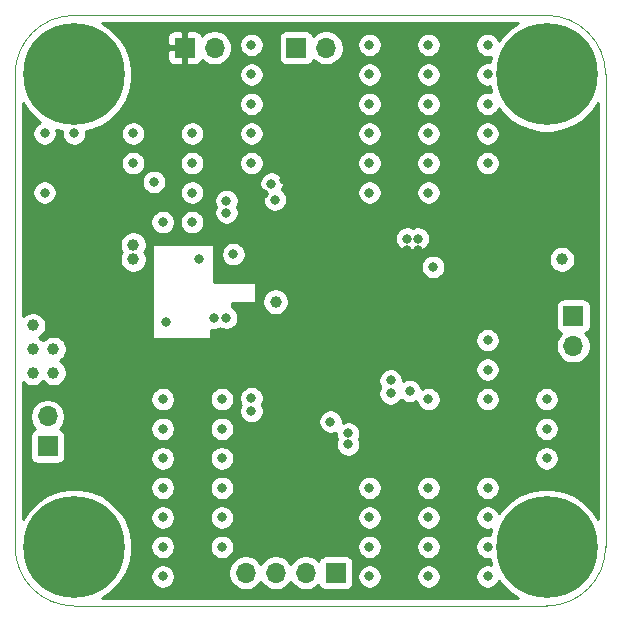
<source format=gbr>
%TF.GenerationSoftware,KiCad,Pcbnew,(5.1.7)-1*%
%TF.CreationDate,2020-10-04T21:24:07-05:00*%
%TF.ProjectId,STM32F4_Breakout,53544d33-3246-4345-9f42-7265616b6f75,rev?*%
%TF.SameCoordinates,Original*%
%TF.FileFunction,Copper,L3,Inr*%
%TF.FilePolarity,Positive*%
%FSLAX46Y46*%
G04 Gerber Fmt 4.6, Leading zero omitted, Abs format (unit mm)*
G04 Created by KiCad (PCBNEW (5.1.7)-1) date 2020-10-04 21:24:07*
%MOMM*%
%LPD*%
G01*
G04 APERTURE LIST*
%TA.AperFunction,Profile*%
%ADD10C,0.050000*%
%TD*%
%TA.AperFunction,ComponentPad*%
%ADD11C,0.900000*%
%TD*%
%TA.AperFunction,ComponentPad*%
%ADD12C,8.600000*%
%TD*%
%TA.AperFunction,ComponentPad*%
%ADD13O,1.700000X1.700000*%
%TD*%
%TA.AperFunction,ComponentPad*%
%ADD14R,1.700000X1.700000*%
%TD*%
%TA.AperFunction,ViaPad*%
%ADD15C,0.800000*%
%TD*%
%TA.AperFunction,ViaPad*%
%ADD16C,1.000000*%
%TD*%
%TA.AperFunction,Conductor*%
%ADD17C,0.254000*%
%TD*%
%TA.AperFunction,Conductor*%
%ADD18C,0.350000*%
%TD*%
G04 APERTURE END LIST*
D10*
X70000000Y-65000000D02*
G75*
G02*
X65000000Y-70000000I-5000000J0D01*
G01*
X25000000Y-70000000D02*
G75*
G02*
X20000000Y-65000000I0J5000000D01*
G01*
X20000000Y-25000000D02*
G75*
G02*
X25000000Y-20000000I5000000J0D01*
G01*
X65000000Y-20000000D02*
G75*
G02*
X70000000Y-25000000I0J-5000000D01*
G01*
X20000000Y-65000000D02*
X20000000Y-25000000D01*
X65000000Y-70000000D02*
X25000000Y-70000000D01*
X70000000Y-25000000D02*
X70000000Y-65000000D01*
X25000000Y-20000000D02*
X65000000Y-20000000D01*
D11*
%TO.N,GND*%
%TO.C,H1*%
X27280419Y-22719581D03*
X25000000Y-21775000D03*
X22719581Y-22719581D03*
X21775000Y-25000000D03*
X22719581Y-27280419D03*
X25000000Y-28225000D03*
X27280419Y-27280419D03*
X28225000Y-25000000D03*
D12*
X25000000Y-25000000D03*
%TD*%
%TO.N,GND*%
%TO.C,H2*%
X65000000Y-25000000D03*
D11*
X68225000Y-25000000D03*
X67280419Y-27280419D03*
X65000000Y-28225000D03*
X62719581Y-27280419D03*
X61775000Y-25000000D03*
X62719581Y-22719581D03*
X65000000Y-21775000D03*
X67280419Y-22719581D03*
%TD*%
%TO.N,GND*%
%TO.C,H3*%
X67280419Y-62719581D03*
X65000000Y-61775000D03*
X62719581Y-62719581D03*
X61775000Y-65000000D03*
X62719581Y-67280419D03*
X65000000Y-68225000D03*
X67280419Y-67280419D03*
X68225000Y-65000000D03*
D12*
X65000000Y-65000000D03*
%TD*%
%TO.N,GND*%
%TO.C,H4*%
X25000000Y-65000000D03*
D11*
X28225000Y-65000000D03*
X27280419Y-67280419D03*
X25000000Y-68225000D03*
X22719581Y-67280419D03*
X21775000Y-65000000D03*
X22719581Y-62719581D03*
X25000000Y-61775000D03*
X27280419Y-62719581D03*
%TD*%
D13*
%TO.N,GND*%
%TO.C,J1*%
X22750000Y-53960000D03*
D14*
%TO.N,VCC*%
X22750000Y-56500000D03*
%TD*%
D13*
%TO.N,USART1_TX*%
%TO.C,J2*%
X67250000Y-47990000D03*
D14*
%TO.N,USART1_RX*%
X67250000Y-45450000D03*
%TD*%
%TO.N,+3V3*%
%TO.C,J3*%
X34350000Y-22750000D03*
D13*
%TO.N,GND*%
X36890000Y-22750000D03*
%TD*%
D14*
%TO.N,I2C1_SDA*%
%TO.C,J5*%
X43800000Y-22750000D03*
D13*
%TO.N,I2C1_SCL*%
X46340000Y-22750000D03*
%TD*%
D14*
%TO.N,SPI1_MOSI*%
%TO.C,J6*%
X47150000Y-67200000D03*
D13*
%TO.N,SPI1_MISO*%
X44610000Y-67200000D03*
%TO.N,SPI1_SCK*%
X42070000Y-67200000D03*
%TO.N,SPI1_CS*%
X39530000Y-67200000D03*
%TD*%
D15*
%TO.N,GND*%
X35600000Y-40600000D03*
X32800000Y-46000000D03*
D16*
X21500000Y-46250000D03*
X21500000Y-48250000D03*
X23250000Y-48250000D03*
X21500000Y-50250000D03*
X23250000Y-50250000D03*
D15*
X42000000Y-35600000D03*
X37900000Y-36700000D03*
X53200000Y-38900000D03*
X54100000Y-38900000D03*
X55400000Y-41300000D03*
X53400000Y-51800000D03*
X51800000Y-50900000D03*
X51800000Y-52000000D03*
X48200000Y-55400000D03*
X46700000Y-54400000D03*
X40000000Y-53500000D03*
X40000000Y-52400000D03*
X37875000Y-45600000D03*
X36850000Y-45600000D03*
D16*
X30000000Y-40650000D03*
X30000000Y-39425000D03*
D15*
X31750000Y-34100000D03*
X48200000Y-56325000D03*
X38475000Y-40225000D03*
X41700000Y-34250000D03*
X37900000Y-35700000D03*
X50000000Y-22500000D03*
X55000000Y-22500000D03*
X60000000Y-22500000D03*
X60000000Y-25000000D03*
X55000000Y-25000000D03*
X50000000Y-25000000D03*
X50000000Y-27500000D03*
X55000000Y-27500000D03*
X60000000Y-27500000D03*
X60000000Y-30000000D03*
X55000000Y-30000000D03*
X50000000Y-30000000D03*
X40000000Y-27500000D03*
X40000000Y-25000000D03*
X40000000Y-22500000D03*
X35000000Y-32500000D03*
X40000000Y-32500000D03*
X35000000Y-35000000D03*
X35000000Y-37500000D03*
X32500000Y-37500000D03*
X22500000Y-35000000D03*
X30000000Y-32500000D03*
X50000000Y-32500000D03*
X50000000Y-35000000D03*
X55000000Y-35000000D03*
X55000000Y-32500000D03*
X60000000Y-32500000D03*
X40000000Y-30000000D03*
X55000000Y-52500000D03*
X55000000Y-60000000D03*
X55000000Y-62500000D03*
X55000000Y-65000000D03*
X55000000Y-67500000D03*
X60000000Y-60000000D03*
X60000000Y-62500000D03*
X60000000Y-65000000D03*
X60000000Y-67500000D03*
X50000000Y-67500000D03*
X50000000Y-65000000D03*
X50000000Y-62500000D03*
X50000000Y-60000000D03*
X60000000Y-52500000D03*
X60000000Y-47500000D03*
X65000000Y-52500000D03*
X65000000Y-55000000D03*
X65000000Y-57500000D03*
X60000000Y-50000000D03*
X37500000Y-60000000D03*
X32500000Y-60000000D03*
X32500000Y-57500000D03*
X37500000Y-57500000D03*
X37500000Y-55000000D03*
X32500000Y-55000000D03*
X32500000Y-65000000D03*
X32500000Y-62500000D03*
X37500000Y-62500000D03*
X37500000Y-65000000D03*
X32500000Y-67500000D03*
X32500000Y-52500000D03*
X37500000Y-52500000D03*
X35000000Y-30000000D03*
X30000000Y-30000000D03*
X25000000Y-30000000D03*
X22500000Y-30000000D03*
D16*
%TO.N,+3V3*%
X27000000Y-39500000D03*
X23500000Y-39500000D03*
X27000000Y-41250000D03*
X23500000Y-41250000D03*
X22250000Y-37500000D03*
X28250000Y-37500000D03*
D15*
X41975000Y-54500000D03*
X40250000Y-35750000D03*
X41100000Y-35100000D03*
X37900000Y-38300000D03*
X41975000Y-55450000D03*
X49800000Y-53000000D03*
X49800000Y-53925000D03*
X33425000Y-49200000D03*
X33425000Y-50700000D03*
X34625000Y-50700000D03*
X42775000Y-33900000D03*
X45725000Y-33900000D03*
X53200000Y-39900000D03*
X54100000Y-39900000D03*
X36950000Y-38300000D03*
X37550000Y-42150000D03*
X60575000Y-34325000D03*
D16*
%TO.N,NRST*%
X42050000Y-44250000D03*
X66300000Y-40650000D03*
%TD*%
D17*
%TO.N,+3V3*%
X61854121Y-21166735D02*
X61166735Y-21854121D01*
X60972903Y-22144211D01*
X60917205Y-22009744D01*
X60803937Y-21840226D01*
X60659774Y-21696063D01*
X60490256Y-21582795D01*
X60301898Y-21504774D01*
X60101939Y-21465000D01*
X59898061Y-21465000D01*
X59698102Y-21504774D01*
X59509744Y-21582795D01*
X59340226Y-21696063D01*
X59196063Y-21840226D01*
X59082795Y-22009744D01*
X59004774Y-22198102D01*
X58965000Y-22398061D01*
X58965000Y-22601939D01*
X59004774Y-22801898D01*
X59082795Y-22990256D01*
X59196063Y-23159774D01*
X59340226Y-23303937D01*
X59509744Y-23417205D01*
X59698102Y-23495226D01*
X59898061Y-23535000D01*
X60101939Y-23535000D01*
X60279879Y-23499606D01*
X60254650Y-23560514D01*
X60171442Y-23978825D01*
X60101939Y-23965000D01*
X59898061Y-23965000D01*
X59698102Y-24004774D01*
X59509744Y-24082795D01*
X59340226Y-24196063D01*
X59196063Y-24340226D01*
X59082795Y-24509744D01*
X59004774Y-24698102D01*
X58965000Y-24898061D01*
X58965000Y-25101939D01*
X59004774Y-25301898D01*
X59082795Y-25490256D01*
X59196063Y-25659774D01*
X59340226Y-25803937D01*
X59509744Y-25917205D01*
X59698102Y-25995226D01*
X59898061Y-26035000D01*
X60101939Y-26035000D01*
X60171442Y-26021175D01*
X60254650Y-26439486D01*
X60279879Y-26500394D01*
X60101939Y-26465000D01*
X59898061Y-26465000D01*
X59698102Y-26504774D01*
X59509744Y-26582795D01*
X59340226Y-26696063D01*
X59196063Y-26840226D01*
X59082795Y-27009744D01*
X59004774Y-27198102D01*
X58965000Y-27398061D01*
X58965000Y-27601939D01*
X59004774Y-27801898D01*
X59082795Y-27990256D01*
X59196063Y-28159774D01*
X59340226Y-28303937D01*
X59509744Y-28417205D01*
X59698102Y-28495226D01*
X59898061Y-28535000D01*
X60101939Y-28535000D01*
X60301898Y-28495226D01*
X60490256Y-28417205D01*
X60659774Y-28303937D01*
X60803937Y-28159774D01*
X60917205Y-27990256D01*
X60972903Y-27855789D01*
X61166735Y-28145879D01*
X61854121Y-28833265D01*
X62662401Y-29373340D01*
X63560514Y-29745350D01*
X64513945Y-29935000D01*
X65486055Y-29935000D01*
X66439486Y-29745350D01*
X67337599Y-29373340D01*
X68145879Y-28833265D01*
X68833265Y-28145879D01*
X69340000Y-27387496D01*
X69340001Y-62612506D01*
X68833265Y-61854121D01*
X68145879Y-61166735D01*
X67337599Y-60626660D01*
X66439486Y-60254650D01*
X65486055Y-60065000D01*
X64513945Y-60065000D01*
X63560514Y-60254650D01*
X62662401Y-60626660D01*
X61854121Y-61166735D01*
X61166735Y-61854121D01*
X60972903Y-62144211D01*
X60917205Y-62009744D01*
X60803937Y-61840226D01*
X60659774Y-61696063D01*
X60490256Y-61582795D01*
X60301898Y-61504774D01*
X60101939Y-61465000D01*
X59898061Y-61465000D01*
X59698102Y-61504774D01*
X59509744Y-61582795D01*
X59340226Y-61696063D01*
X59196063Y-61840226D01*
X59082795Y-62009744D01*
X59004774Y-62198102D01*
X58965000Y-62398061D01*
X58965000Y-62601939D01*
X59004774Y-62801898D01*
X59082795Y-62990256D01*
X59196063Y-63159774D01*
X59340226Y-63303937D01*
X59509744Y-63417205D01*
X59698102Y-63495226D01*
X59898061Y-63535000D01*
X60101939Y-63535000D01*
X60279879Y-63499606D01*
X60254650Y-63560514D01*
X60171442Y-63978825D01*
X60101939Y-63965000D01*
X59898061Y-63965000D01*
X59698102Y-64004774D01*
X59509744Y-64082795D01*
X59340226Y-64196063D01*
X59196063Y-64340226D01*
X59082795Y-64509744D01*
X59004774Y-64698102D01*
X58965000Y-64898061D01*
X58965000Y-65101939D01*
X59004774Y-65301898D01*
X59082795Y-65490256D01*
X59196063Y-65659774D01*
X59340226Y-65803937D01*
X59509744Y-65917205D01*
X59698102Y-65995226D01*
X59898061Y-66035000D01*
X60101939Y-66035000D01*
X60171442Y-66021175D01*
X60254650Y-66439486D01*
X60279879Y-66500394D01*
X60101939Y-66465000D01*
X59898061Y-66465000D01*
X59698102Y-66504774D01*
X59509744Y-66582795D01*
X59340226Y-66696063D01*
X59196063Y-66840226D01*
X59082795Y-67009744D01*
X59004774Y-67198102D01*
X58965000Y-67398061D01*
X58965000Y-67601939D01*
X59004774Y-67801898D01*
X59082795Y-67990256D01*
X59196063Y-68159774D01*
X59340226Y-68303937D01*
X59509744Y-68417205D01*
X59698102Y-68495226D01*
X59898061Y-68535000D01*
X60101939Y-68535000D01*
X60301898Y-68495226D01*
X60490256Y-68417205D01*
X60659774Y-68303937D01*
X60803937Y-68159774D01*
X60917205Y-67990256D01*
X60972903Y-67855789D01*
X61166735Y-68145879D01*
X61854121Y-68833265D01*
X62612504Y-69340000D01*
X27387496Y-69340000D01*
X28145879Y-68833265D01*
X28833265Y-68145879D01*
X29332940Y-67398061D01*
X31465000Y-67398061D01*
X31465000Y-67601939D01*
X31504774Y-67801898D01*
X31582795Y-67990256D01*
X31696063Y-68159774D01*
X31840226Y-68303937D01*
X32009744Y-68417205D01*
X32198102Y-68495226D01*
X32398061Y-68535000D01*
X32601939Y-68535000D01*
X32801898Y-68495226D01*
X32990256Y-68417205D01*
X33159774Y-68303937D01*
X33303937Y-68159774D01*
X33417205Y-67990256D01*
X33495226Y-67801898D01*
X33535000Y-67601939D01*
X33535000Y-67398061D01*
X33495226Y-67198102D01*
X33435429Y-67053740D01*
X38045000Y-67053740D01*
X38045000Y-67346260D01*
X38102068Y-67633158D01*
X38214010Y-67903411D01*
X38376525Y-68146632D01*
X38583368Y-68353475D01*
X38826589Y-68515990D01*
X39096842Y-68627932D01*
X39383740Y-68685000D01*
X39676260Y-68685000D01*
X39963158Y-68627932D01*
X40233411Y-68515990D01*
X40476632Y-68353475D01*
X40683475Y-68146632D01*
X40800000Y-67972240D01*
X40916525Y-68146632D01*
X41123368Y-68353475D01*
X41366589Y-68515990D01*
X41636842Y-68627932D01*
X41923740Y-68685000D01*
X42216260Y-68685000D01*
X42503158Y-68627932D01*
X42773411Y-68515990D01*
X43016632Y-68353475D01*
X43223475Y-68146632D01*
X43340000Y-67972240D01*
X43456525Y-68146632D01*
X43663368Y-68353475D01*
X43906589Y-68515990D01*
X44176842Y-68627932D01*
X44463740Y-68685000D01*
X44756260Y-68685000D01*
X45043158Y-68627932D01*
X45313411Y-68515990D01*
X45556632Y-68353475D01*
X45688487Y-68221620D01*
X45710498Y-68294180D01*
X45769463Y-68404494D01*
X45848815Y-68501185D01*
X45945506Y-68580537D01*
X46055820Y-68639502D01*
X46175518Y-68675812D01*
X46300000Y-68688072D01*
X48000000Y-68688072D01*
X48124482Y-68675812D01*
X48244180Y-68639502D01*
X48354494Y-68580537D01*
X48451185Y-68501185D01*
X48530537Y-68404494D01*
X48589502Y-68294180D01*
X48625812Y-68174482D01*
X48638072Y-68050000D01*
X48638072Y-67398061D01*
X48965000Y-67398061D01*
X48965000Y-67601939D01*
X49004774Y-67801898D01*
X49082795Y-67990256D01*
X49196063Y-68159774D01*
X49340226Y-68303937D01*
X49509744Y-68417205D01*
X49698102Y-68495226D01*
X49898061Y-68535000D01*
X50101939Y-68535000D01*
X50301898Y-68495226D01*
X50490256Y-68417205D01*
X50659774Y-68303937D01*
X50803937Y-68159774D01*
X50917205Y-67990256D01*
X50995226Y-67801898D01*
X51035000Y-67601939D01*
X51035000Y-67398061D01*
X53965000Y-67398061D01*
X53965000Y-67601939D01*
X54004774Y-67801898D01*
X54082795Y-67990256D01*
X54196063Y-68159774D01*
X54340226Y-68303937D01*
X54509744Y-68417205D01*
X54698102Y-68495226D01*
X54898061Y-68535000D01*
X55101939Y-68535000D01*
X55301898Y-68495226D01*
X55490256Y-68417205D01*
X55659774Y-68303937D01*
X55803937Y-68159774D01*
X55917205Y-67990256D01*
X55995226Y-67801898D01*
X56035000Y-67601939D01*
X56035000Y-67398061D01*
X55995226Y-67198102D01*
X55917205Y-67009744D01*
X55803937Y-66840226D01*
X55659774Y-66696063D01*
X55490256Y-66582795D01*
X55301898Y-66504774D01*
X55101939Y-66465000D01*
X54898061Y-66465000D01*
X54698102Y-66504774D01*
X54509744Y-66582795D01*
X54340226Y-66696063D01*
X54196063Y-66840226D01*
X54082795Y-67009744D01*
X54004774Y-67198102D01*
X53965000Y-67398061D01*
X51035000Y-67398061D01*
X50995226Y-67198102D01*
X50917205Y-67009744D01*
X50803937Y-66840226D01*
X50659774Y-66696063D01*
X50490256Y-66582795D01*
X50301898Y-66504774D01*
X50101939Y-66465000D01*
X49898061Y-66465000D01*
X49698102Y-66504774D01*
X49509744Y-66582795D01*
X49340226Y-66696063D01*
X49196063Y-66840226D01*
X49082795Y-67009744D01*
X49004774Y-67198102D01*
X48965000Y-67398061D01*
X48638072Y-67398061D01*
X48638072Y-66350000D01*
X48625812Y-66225518D01*
X48589502Y-66105820D01*
X48530537Y-65995506D01*
X48451185Y-65898815D01*
X48354494Y-65819463D01*
X48244180Y-65760498D01*
X48124482Y-65724188D01*
X48000000Y-65711928D01*
X46300000Y-65711928D01*
X46175518Y-65724188D01*
X46055820Y-65760498D01*
X45945506Y-65819463D01*
X45848815Y-65898815D01*
X45769463Y-65995506D01*
X45710498Y-66105820D01*
X45688487Y-66178380D01*
X45556632Y-66046525D01*
X45313411Y-65884010D01*
X45043158Y-65772068D01*
X44756260Y-65715000D01*
X44463740Y-65715000D01*
X44176842Y-65772068D01*
X43906589Y-65884010D01*
X43663368Y-66046525D01*
X43456525Y-66253368D01*
X43340000Y-66427760D01*
X43223475Y-66253368D01*
X43016632Y-66046525D01*
X42773411Y-65884010D01*
X42503158Y-65772068D01*
X42216260Y-65715000D01*
X41923740Y-65715000D01*
X41636842Y-65772068D01*
X41366589Y-65884010D01*
X41123368Y-66046525D01*
X40916525Y-66253368D01*
X40800000Y-66427760D01*
X40683475Y-66253368D01*
X40476632Y-66046525D01*
X40233411Y-65884010D01*
X39963158Y-65772068D01*
X39676260Y-65715000D01*
X39383740Y-65715000D01*
X39096842Y-65772068D01*
X38826589Y-65884010D01*
X38583368Y-66046525D01*
X38376525Y-66253368D01*
X38214010Y-66496589D01*
X38102068Y-66766842D01*
X38045000Y-67053740D01*
X33435429Y-67053740D01*
X33417205Y-67009744D01*
X33303937Y-66840226D01*
X33159774Y-66696063D01*
X32990256Y-66582795D01*
X32801898Y-66504774D01*
X32601939Y-66465000D01*
X32398061Y-66465000D01*
X32198102Y-66504774D01*
X32009744Y-66582795D01*
X31840226Y-66696063D01*
X31696063Y-66840226D01*
X31582795Y-67009744D01*
X31504774Y-67198102D01*
X31465000Y-67398061D01*
X29332940Y-67398061D01*
X29373340Y-67337599D01*
X29745350Y-66439486D01*
X29935000Y-65486055D01*
X29935000Y-64898061D01*
X31465000Y-64898061D01*
X31465000Y-65101939D01*
X31504774Y-65301898D01*
X31582795Y-65490256D01*
X31696063Y-65659774D01*
X31840226Y-65803937D01*
X32009744Y-65917205D01*
X32198102Y-65995226D01*
X32398061Y-66035000D01*
X32601939Y-66035000D01*
X32801898Y-65995226D01*
X32990256Y-65917205D01*
X33159774Y-65803937D01*
X33303937Y-65659774D01*
X33417205Y-65490256D01*
X33495226Y-65301898D01*
X33535000Y-65101939D01*
X33535000Y-64898061D01*
X36465000Y-64898061D01*
X36465000Y-65101939D01*
X36504774Y-65301898D01*
X36582795Y-65490256D01*
X36696063Y-65659774D01*
X36840226Y-65803937D01*
X37009744Y-65917205D01*
X37198102Y-65995226D01*
X37398061Y-66035000D01*
X37601939Y-66035000D01*
X37801898Y-65995226D01*
X37990256Y-65917205D01*
X38159774Y-65803937D01*
X38303937Y-65659774D01*
X38417205Y-65490256D01*
X38495226Y-65301898D01*
X38535000Y-65101939D01*
X38535000Y-64898061D01*
X48965000Y-64898061D01*
X48965000Y-65101939D01*
X49004774Y-65301898D01*
X49082795Y-65490256D01*
X49196063Y-65659774D01*
X49340226Y-65803937D01*
X49509744Y-65917205D01*
X49698102Y-65995226D01*
X49898061Y-66035000D01*
X50101939Y-66035000D01*
X50301898Y-65995226D01*
X50490256Y-65917205D01*
X50659774Y-65803937D01*
X50803937Y-65659774D01*
X50917205Y-65490256D01*
X50995226Y-65301898D01*
X51035000Y-65101939D01*
X51035000Y-64898061D01*
X53965000Y-64898061D01*
X53965000Y-65101939D01*
X54004774Y-65301898D01*
X54082795Y-65490256D01*
X54196063Y-65659774D01*
X54340226Y-65803937D01*
X54509744Y-65917205D01*
X54698102Y-65995226D01*
X54898061Y-66035000D01*
X55101939Y-66035000D01*
X55301898Y-65995226D01*
X55490256Y-65917205D01*
X55659774Y-65803937D01*
X55803937Y-65659774D01*
X55917205Y-65490256D01*
X55995226Y-65301898D01*
X56035000Y-65101939D01*
X56035000Y-64898061D01*
X55995226Y-64698102D01*
X55917205Y-64509744D01*
X55803937Y-64340226D01*
X55659774Y-64196063D01*
X55490256Y-64082795D01*
X55301898Y-64004774D01*
X55101939Y-63965000D01*
X54898061Y-63965000D01*
X54698102Y-64004774D01*
X54509744Y-64082795D01*
X54340226Y-64196063D01*
X54196063Y-64340226D01*
X54082795Y-64509744D01*
X54004774Y-64698102D01*
X53965000Y-64898061D01*
X51035000Y-64898061D01*
X50995226Y-64698102D01*
X50917205Y-64509744D01*
X50803937Y-64340226D01*
X50659774Y-64196063D01*
X50490256Y-64082795D01*
X50301898Y-64004774D01*
X50101939Y-63965000D01*
X49898061Y-63965000D01*
X49698102Y-64004774D01*
X49509744Y-64082795D01*
X49340226Y-64196063D01*
X49196063Y-64340226D01*
X49082795Y-64509744D01*
X49004774Y-64698102D01*
X48965000Y-64898061D01*
X38535000Y-64898061D01*
X38495226Y-64698102D01*
X38417205Y-64509744D01*
X38303937Y-64340226D01*
X38159774Y-64196063D01*
X37990256Y-64082795D01*
X37801898Y-64004774D01*
X37601939Y-63965000D01*
X37398061Y-63965000D01*
X37198102Y-64004774D01*
X37009744Y-64082795D01*
X36840226Y-64196063D01*
X36696063Y-64340226D01*
X36582795Y-64509744D01*
X36504774Y-64698102D01*
X36465000Y-64898061D01*
X33535000Y-64898061D01*
X33495226Y-64698102D01*
X33417205Y-64509744D01*
X33303937Y-64340226D01*
X33159774Y-64196063D01*
X32990256Y-64082795D01*
X32801898Y-64004774D01*
X32601939Y-63965000D01*
X32398061Y-63965000D01*
X32198102Y-64004774D01*
X32009744Y-64082795D01*
X31840226Y-64196063D01*
X31696063Y-64340226D01*
X31582795Y-64509744D01*
X31504774Y-64698102D01*
X31465000Y-64898061D01*
X29935000Y-64898061D01*
X29935000Y-64513945D01*
X29745350Y-63560514D01*
X29373340Y-62662401D01*
X29196714Y-62398061D01*
X31465000Y-62398061D01*
X31465000Y-62601939D01*
X31504774Y-62801898D01*
X31582795Y-62990256D01*
X31696063Y-63159774D01*
X31840226Y-63303937D01*
X32009744Y-63417205D01*
X32198102Y-63495226D01*
X32398061Y-63535000D01*
X32601939Y-63535000D01*
X32801898Y-63495226D01*
X32990256Y-63417205D01*
X33159774Y-63303937D01*
X33303937Y-63159774D01*
X33417205Y-62990256D01*
X33495226Y-62801898D01*
X33535000Y-62601939D01*
X33535000Y-62398061D01*
X36465000Y-62398061D01*
X36465000Y-62601939D01*
X36504774Y-62801898D01*
X36582795Y-62990256D01*
X36696063Y-63159774D01*
X36840226Y-63303937D01*
X37009744Y-63417205D01*
X37198102Y-63495226D01*
X37398061Y-63535000D01*
X37601939Y-63535000D01*
X37801898Y-63495226D01*
X37990256Y-63417205D01*
X38159774Y-63303937D01*
X38303937Y-63159774D01*
X38417205Y-62990256D01*
X38495226Y-62801898D01*
X38535000Y-62601939D01*
X38535000Y-62398061D01*
X48965000Y-62398061D01*
X48965000Y-62601939D01*
X49004774Y-62801898D01*
X49082795Y-62990256D01*
X49196063Y-63159774D01*
X49340226Y-63303937D01*
X49509744Y-63417205D01*
X49698102Y-63495226D01*
X49898061Y-63535000D01*
X50101939Y-63535000D01*
X50301898Y-63495226D01*
X50490256Y-63417205D01*
X50659774Y-63303937D01*
X50803937Y-63159774D01*
X50917205Y-62990256D01*
X50995226Y-62801898D01*
X51035000Y-62601939D01*
X51035000Y-62398061D01*
X53965000Y-62398061D01*
X53965000Y-62601939D01*
X54004774Y-62801898D01*
X54082795Y-62990256D01*
X54196063Y-63159774D01*
X54340226Y-63303937D01*
X54509744Y-63417205D01*
X54698102Y-63495226D01*
X54898061Y-63535000D01*
X55101939Y-63535000D01*
X55301898Y-63495226D01*
X55490256Y-63417205D01*
X55659774Y-63303937D01*
X55803937Y-63159774D01*
X55917205Y-62990256D01*
X55995226Y-62801898D01*
X56035000Y-62601939D01*
X56035000Y-62398061D01*
X55995226Y-62198102D01*
X55917205Y-62009744D01*
X55803937Y-61840226D01*
X55659774Y-61696063D01*
X55490256Y-61582795D01*
X55301898Y-61504774D01*
X55101939Y-61465000D01*
X54898061Y-61465000D01*
X54698102Y-61504774D01*
X54509744Y-61582795D01*
X54340226Y-61696063D01*
X54196063Y-61840226D01*
X54082795Y-62009744D01*
X54004774Y-62198102D01*
X53965000Y-62398061D01*
X51035000Y-62398061D01*
X50995226Y-62198102D01*
X50917205Y-62009744D01*
X50803937Y-61840226D01*
X50659774Y-61696063D01*
X50490256Y-61582795D01*
X50301898Y-61504774D01*
X50101939Y-61465000D01*
X49898061Y-61465000D01*
X49698102Y-61504774D01*
X49509744Y-61582795D01*
X49340226Y-61696063D01*
X49196063Y-61840226D01*
X49082795Y-62009744D01*
X49004774Y-62198102D01*
X48965000Y-62398061D01*
X38535000Y-62398061D01*
X38495226Y-62198102D01*
X38417205Y-62009744D01*
X38303937Y-61840226D01*
X38159774Y-61696063D01*
X37990256Y-61582795D01*
X37801898Y-61504774D01*
X37601939Y-61465000D01*
X37398061Y-61465000D01*
X37198102Y-61504774D01*
X37009744Y-61582795D01*
X36840226Y-61696063D01*
X36696063Y-61840226D01*
X36582795Y-62009744D01*
X36504774Y-62198102D01*
X36465000Y-62398061D01*
X33535000Y-62398061D01*
X33495226Y-62198102D01*
X33417205Y-62009744D01*
X33303937Y-61840226D01*
X33159774Y-61696063D01*
X32990256Y-61582795D01*
X32801898Y-61504774D01*
X32601939Y-61465000D01*
X32398061Y-61465000D01*
X32198102Y-61504774D01*
X32009744Y-61582795D01*
X31840226Y-61696063D01*
X31696063Y-61840226D01*
X31582795Y-62009744D01*
X31504774Y-62198102D01*
X31465000Y-62398061D01*
X29196714Y-62398061D01*
X28833265Y-61854121D01*
X28145879Y-61166735D01*
X27337599Y-60626660D01*
X26439486Y-60254650D01*
X25486055Y-60065000D01*
X24513945Y-60065000D01*
X23560514Y-60254650D01*
X22662401Y-60626660D01*
X21854121Y-61166735D01*
X21166735Y-61854121D01*
X20660000Y-62612504D01*
X20660000Y-59898061D01*
X31465000Y-59898061D01*
X31465000Y-60101939D01*
X31504774Y-60301898D01*
X31582795Y-60490256D01*
X31696063Y-60659774D01*
X31840226Y-60803937D01*
X32009744Y-60917205D01*
X32198102Y-60995226D01*
X32398061Y-61035000D01*
X32601939Y-61035000D01*
X32801898Y-60995226D01*
X32990256Y-60917205D01*
X33159774Y-60803937D01*
X33303937Y-60659774D01*
X33417205Y-60490256D01*
X33495226Y-60301898D01*
X33535000Y-60101939D01*
X33535000Y-59898061D01*
X36465000Y-59898061D01*
X36465000Y-60101939D01*
X36504774Y-60301898D01*
X36582795Y-60490256D01*
X36696063Y-60659774D01*
X36840226Y-60803937D01*
X37009744Y-60917205D01*
X37198102Y-60995226D01*
X37398061Y-61035000D01*
X37601939Y-61035000D01*
X37801898Y-60995226D01*
X37990256Y-60917205D01*
X38159774Y-60803937D01*
X38303937Y-60659774D01*
X38417205Y-60490256D01*
X38495226Y-60301898D01*
X38535000Y-60101939D01*
X38535000Y-59898061D01*
X48965000Y-59898061D01*
X48965000Y-60101939D01*
X49004774Y-60301898D01*
X49082795Y-60490256D01*
X49196063Y-60659774D01*
X49340226Y-60803937D01*
X49509744Y-60917205D01*
X49698102Y-60995226D01*
X49898061Y-61035000D01*
X50101939Y-61035000D01*
X50301898Y-60995226D01*
X50490256Y-60917205D01*
X50659774Y-60803937D01*
X50803937Y-60659774D01*
X50917205Y-60490256D01*
X50995226Y-60301898D01*
X51035000Y-60101939D01*
X51035000Y-59898061D01*
X53965000Y-59898061D01*
X53965000Y-60101939D01*
X54004774Y-60301898D01*
X54082795Y-60490256D01*
X54196063Y-60659774D01*
X54340226Y-60803937D01*
X54509744Y-60917205D01*
X54698102Y-60995226D01*
X54898061Y-61035000D01*
X55101939Y-61035000D01*
X55301898Y-60995226D01*
X55490256Y-60917205D01*
X55659774Y-60803937D01*
X55803937Y-60659774D01*
X55917205Y-60490256D01*
X55995226Y-60301898D01*
X56035000Y-60101939D01*
X56035000Y-59898061D01*
X58965000Y-59898061D01*
X58965000Y-60101939D01*
X59004774Y-60301898D01*
X59082795Y-60490256D01*
X59196063Y-60659774D01*
X59340226Y-60803937D01*
X59509744Y-60917205D01*
X59698102Y-60995226D01*
X59898061Y-61035000D01*
X60101939Y-61035000D01*
X60301898Y-60995226D01*
X60490256Y-60917205D01*
X60659774Y-60803937D01*
X60803937Y-60659774D01*
X60917205Y-60490256D01*
X60995226Y-60301898D01*
X61035000Y-60101939D01*
X61035000Y-59898061D01*
X60995226Y-59698102D01*
X60917205Y-59509744D01*
X60803937Y-59340226D01*
X60659774Y-59196063D01*
X60490256Y-59082795D01*
X60301898Y-59004774D01*
X60101939Y-58965000D01*
X59898061Y-58965000D01*
X59698102Y-59004774D01*
X59509744Y-59082795D01*
X59340226Y-59196063D01*
X59196063Y-59340226D01*
X59082795Y-59509744D01*
X59004774Y-59698102D01*
X58965000Y-59898061D01*
X56035000Y-59898061D01*
X55995226Y-59698102D01*
X55917205Y-59509744D01*
X55803937Y-59340226D01*
X55659774Y-59196063D01*
X55490256Y-59082795D01*
X55301898Y-59004774D01*
X55101939Y-58965000D01*
X54898061Y-58965000D01*
X54698102Y-59004774D01*
X54509744Y-59082795D01*
X54340226Y-59196063D01*
X54196063Y-59340226D01*
X54082795Y-59509744D01*
X54004774Y-59698102D01*
X53965000Y-59898061D01*
X51035000Y-59898061D01*
X50995226Y-59698102D01*
X50917205Y-59509744D01*
X50803937Y-59340226D01*
X50659774Y-59196063D01*
X50490256Y-59082795D01*
X50301898Y-59004774D01*
X50101939Y-58965000D01*
X49898061Y-58965000D01*
X49698102Y-59004774D01*
X49509744Y-59082795D01*
X49340226Y-59196063D01*
X49196063Y-59340226D01*
X49082795Y-59509744D01*
X49004774Y-59698102D01*
X48965000Y-59898061D01*
X38535000Y-59898061D01*
X38495226Y-59698102D01*
X38417205Y-59509744D01*
X38303937Y-59340226D01*
X38159774Y-59196063D01*
X37990256Y-59082795D01*
X37801898Y-59004774D01*
X37601939Y-58965000D01*
X37398061Y-58965000D01*
X37198102Y-59004774D01*
X37009744Y-59082795D01*
X36840226Y-59196063D01*
X36696063Y-59340226D01*
X36582795Y-59509744D01*
X36504774Y-59698102D01*
X36465000Y-59898061D01*
X33535000Y-59898061D01*
X33495226Y-59698102D01*
X33417205Y-59509744D01*
X33303937Y-59340226D01*
X33159774Y-59196063D01*
X32990256Y-59082795D01*
X32801898Y-59004774D01*
X32601939Y-58965000D01*
X32398061Y-58965000D01*
X32198102Y-59004774D01*
X32009744Y-59082795D01*
X31840226Y-59196063D01*
X31696063Y-59340226D01*
X31582795Y-59509744D01*
X31504774Y-59698102D01*
X31465000Y-59898061D01*
X20660000Y-59898061D01*
X20660000Y-55650000D01*
X21261928Y-55650000D01*
X21261928Y-57350000D01*
X21274188Y-57474482D01*
X21310498Y-57594180D01*
X21369463Y-57704494D01*
X21448815Y-57801185D01*
X21545506Y-57880537D01*
X21655820Y-57939502D01*
X21775518Y-57975812D01*
X21900000Y-57988072D01*
X23600000Y-57988072D01*
X23724482Y-57975812D01*
X23844180Y-57939502D01*
X23954494Y-57880537D01*
X24051185Y-57801185D01*
X24130537Y-57704494D01*
X24189502Y-57594180D01*
X24225812Y-57474482D01*
X24233338Y-57398061D01*
X31465000Y-57398061D01*
X31465000Y-57601939D01*
X31504774Y-57801898D01*
X31582795Y-57990256D01*
X31696063Y-58159774D01*
X31840226Y-58303937D01*
X32009744Y-58417205D01*
X32198102Y-58495226D01*
X32398061Y-58535000D01*
X32601939Y-58535000D01*
X32801898Y-58495226D01*
X32990256Y-58417205D01*
X33159774Y-58303937D01*
X33303937Y-58159774D01*
X33417205Y-57990256D01*
X33495226Y-57801898D01*
X33535000Y-57601939D01*
X33535000Y-57398061D01*
X36465000Y-57398061D01*
X36465000Y-57601939D01*
X36504774Y-57801898D01*
X36582795Y-57990256D01*
X36696063Y-58159774D01*
X36840226Y-58303937D01*
X37009744Y-58417205D01*
X37198102Y-58495226D01*
X37398061Y-58535000D01*
X37601939Y-58535000D01*
X37801898Y-58495226D01*
X37990256Y-58417205D01*
X38159774Y-58303937D01*
X38303937Y-58159774D01*
X38417205Y-57990256D01*
X38495226Y-57801898D01*
X38535000Y-57601939D01*
X38535000Y-57398061D01*
X63965000Y-57398061D01*
X63965000Y-57601939D01*
X64004774Y-57801898D01*
X64082795Y-57990256D01*
X64196063Y-58159774D01*
X64340226Y-58303937D01*
X64509744Y-58417205D01*
X64698102Y-58495226D01*
X64898061Y-58535000D01*
X65101939Y-58535000D01*
X65301898Y-58495226D01*
X65490256Y-58417205D01*
X65659774Y-58303937D01*
X65803937Y-58159774D01*
X65917205Y-57990256D01*
X65995226Y-57801898D01*
X66035000Y-57601939D01*
X66035000Y-57398061D01*
X65995226Y-57198102D01*
X65917205Y-57009744D01*
X65803937Y-56840226D01*
X65659774Y-56696063D01*
X65490256Y-56582795D01*
X65301898Y-56504774D01*
X65101939Y-56465000D01*
X64898061Y-56465000D01*
X64698102Y-56504774D01*
X64509744Y-56582795D01*
X64340226Y-56696063D01*
X64196063Y-56840226D01*
X64082795Y-57009744D01*
X64004774Y-57198102D01*
X63965000Y-57398061D01*
X38535000Y-57398061D01*
X38495226Y-57198102D01*
X38417205Y-57009744D01*
X38303937Y-56840226D01*
X38159774Y-56696063D01*
X37990256Y-56582795D01*
X37801898Y-56504774D01*
X37601939Y-56465000D01*
X37398061Y-56465000D01*
X37198102Y-56504774D01*
X37009744Y-56582795D01*
X36840226Y-56696063D01*
X36696063Y-56840226D01*
X36582795Y-57009744D01*
X36504774Y-57198102D01*
X36465000Y-57398061D01*
X33535000Y-57398061D01*
X33495226Y-57198102D01*
X33417205Y-57009744D01*
X33303937Y-56840226D01*
X33159774Y-56696063D01*
X32990256Y-56582795D01*
X32801898Y-56504774D01*
X32601939Y-56465000D01*
X32398061Y-56465000D01*
X32198102Y-56504774D01*
X32009744Y-56582795D01*
X31840226Y-56696063D01*
X31696063Y-56840226D01*
X31582795Y-57009744D01*
X31504774Y-57198102D01*
X31465000Y-57398061D01*
X24233338Y-57398061D01*
X24238072Y-57350000D01*
X24238072Y-55650000D01*
X24225812Y-55525518D01*
X24189502Y-55405820D01*
X24130537Y-55295506D01*
X24051185Y-55198815D01*
X23954494Y-55119463D01*
X23844180Y-55060498D01*
X23771620Y-55038487D01*
X23903475Y-54906632D01*
X23909201Y-54898061D01*
X31465000Y-54898061D01*
X31465000Y-55101939D01*
X31504774Y-55301898D01*
X31582795Y-55490256D01*
X31696063Y-55659774D01*
X31840226Y-55803937D01*
X32009744Y-55917205D01*
X32198102Y-55995226D01*
X32398061Y-56035000D01*
X32601939Y-56035000D01*
X32801898Y-55995226D01*
X32990256Y-55917205D01*
X33159774Y-55803937D01*
X33303937Y-55659774D01*
X33417205Y-55490256D01*
X33495226Y-55301898D01*
X33535000Y-55101939D01*
X33535000Y-54898061D01*
X36465000Y-54898061D01*
X36465000Y-55101939D01*
X36504774Y-55301898D01*
X36582795Y-55490256D01*
X36696063Y-55659774D01*
X36840226Y-55803937D01*
X37009744Y-55917205D01*
X37198102Y-55995226D01*
X37398061Y-56035000D01*
X37601939Y-56035000D01*
X37801898Y-55995226D01*
X37990256Y-55917205D01*
X38159774Y-55803937D01*
X38303937Y-55659774D01*
X38417205Y-55490256D01*
X38495226Y-55301898D01*
X38535000Y-55101939D01*
X38535000Y-54898061D01*
X38495226Y-54698102D01*
X38417205Y-54509744D01*
X38303937Y-54340226D01*
X38159774Y-54196063D01*
X37990256Y-54082795D01*
X37801898Y-54004774D01*
X37601939Y-53965000D01*
X37398061Y-53965000D01*
X37198102Y-54004774D01*
X37009744Y-54082795D01*
X36840226Y-54196063D01*
X36696063Y-54340226D01*
X36582795Y-54509744D01*
X36504774Y-54698102D01*
X36465000Y-54898061D01*
X33535000Y-54898061D01*
X33495226Y-54698102D01*
X33417205Y-54509744D01*
X33303937Y-54340226D01*
X33159774Y-54196063D01*
X32990256Y-54082795D01*
X32801898Y-54004774D01*
X32601939Y-53965000D01*
X32398061Y-53965000D01*
X32198102Y-54004774D01*
X32009744Y-54082795D01*
X31840226Y-54196063D01*
X31696063Y-54340226D01*
X31582795Y-54509744D01*
X31504774Y-54698102D01*
X31465000Y-54898061D01*
X23909201Y-54898061D01*
X24065990Y-54663411D01*
X24177932Y-54393158D01*
X24235000Y-54106260D01*
X24235000Y-53813740D01*
X24177932Y-53526842D01*
X24065990Y-53256589D01*
X23903475Y-53013368D01*
X23696632Y-52806525D01*
X23453411Y-52644010D01*
X23183158Y-52532068D01*
X22896260Y-52475000D01*
X22603740Y-52475000D01*
X22316842Y-52532068D01*
X22046589Y-52644010D01*
X21803368Y-52806525D01*
X21596525Y-53013368D01*
X21434010Y-53256589D01*
X21322068Y-53526842D01*
X21265000Y-53813740D01*
X21265000Y-54106260D01*
X21322068Y-54393158D01*
X21434010Y-54663411D01*
X21596525Y-54906632D01*
X21728380Y-55038487D01*
X21655820Y-55060498D01*
X21545506Y-55119463D01*
X21448815Y-55198815D01*
X21369463Y-55295506D01*
X21310498Y-55405820D01*
X21274188Y-55525518D01*
X21261928Y-55650000D01*
X20660000Y-55650000D01*
X20660000Y-52398061D01*
X31465000Y-52398061D01*
X31465000Y-52601939D01*
X31504774Y-52801898D01*
X31582795Y-52990256D01*
X31696063Y-53159774D01*
X31840226Y-53303937D01*
X32009744Y-53417205D01*
X32198102Y-53495226D01*
X32398061Y-53535000D01*
X32601939Y-53535000D01*
X32801898Y-53495226D01*
X32990256Y-53417205D01*
X33159774Y-53303937D01*
X33303937Y-53159774D01*
X33417205Y-52990256D01*
X33495226Y-52801898D01*
X33535000Y-52601939D01*
X33535000Y-52398061D01*
X36465000Y-52398061D01*
X36465000Y-52601939D01*
X36504774Y-52801898D01*
X36582795Y-52990256D01*
X36696063Y-53159774D01*
X36840226Y-53303937D01*
X37009744Y-53417205D01*
X37198102Y-53495226D01*
X37398061Y-53535000D01*
X37601939Y-53535000D01*
X37801898Y-53495226D01*
X37990256Y-53417205D01*
X38159774Y-53303937D01*
X38303937Y-53159774D01*
X38417205Y-52990256D01*
X38495226Y-52801898D01*
X38535000Y-52601939D01*
X38535000Y-52398061D01*
X38515109Y-52298061D01*
X38965000Y-52298061D01*
X38965000Y-52501939D01*
X39004774Y-52701898D01*
X39082795Y-52890256D01*
X39122715Y-52950000D01*
X39082795Y-53009744D01*
X39004774Y-53198102D01*
X38965000Y-53398061D01*
X38965000Y-53601939D01*
X39004774Y-53801898D01*
X39082795Y-53990256D01*
X39196063Y-54159774D01*
X39340226Y-54303937D01*
X39509744Y-54417205D01*
X39698102Y-54495226D01*
X39898061Y-54535000D01*
X40101939Y-54535000D01*
X40301898Y-54495226D01*
X40490256Y-54417205D01*
X40659774Y-54303937D01*
X40665650Y-54298061D01*
X45665000Y-54298061D01*
X45665000Y-54501939D01*
X45704774Y-54701898D01*
X45782795Y-54890256D01*
X45896063Y-55059774D01*
X46040226Y-55203937D01*
X46209744Y-55317205D01*
X46398102Y-55395226D01*
X46598061Y-55435000D01*
X46801939Y-55435000D01*
X47001898Y-55395226D01*
X47165000Y-55327666D01*
X47165000Y-55501939D01*
X47204774Y-55701898D01*
X47271298Y-55862500D01*
X47204774Y-56023102D01*
X47165000Y-56223061D01*
X47165000Y-56426939D01*
X47204774Y-56626898D01*
X47282795Y-56815256D01*
X47396063Y-56984774D01*
X47540226Y-57128937D01*
X47709744Y-57242205D01*
X47898102Y-57320226D01*
X48098061Y-57360000D01*
X48301939Y-57360000D01*
X48501898Y-57320226D01*
X48690256Y-57242205D01*
X48859774Y-57128937D01*
X49003937Y-56984774D01*
X49117205Y-56815256D01*
X49195226Y-56626898D01*
X49235000Y-56426939D01*
X49235000Y-56223061D01*
X49195226Y-56023102D01*
X49128702Y-55862500D01*
X49195226Y-55701898D01*
X49235000Y-55501939D01*
X49235000Y-55298061D01*
X49195226Y-55098102D01*
X49117205Y-54909744D01*
X49109399Y-54898061D01*
X63965000Y-54898061D01*
X63965000Y-55101939D01*
X64004774Y-55301898D01*
X64082795Y-55490256D01*
X64196063Y-55659774D01*
X64340226Y-55803937D01*
X64509744Y-55917205D01*
X64698102Y-55995226D01*
X64898061Y-56035000D01*
X65101939Y-56035000D01*
X65301898Y-55995226D01*
X65490256Y-55917205D01*
X65659774Y-55803937D01*
X65803937Y-55659774D01*
X65917205Y-55490256D01*
X65995226Y-55301898D01*
X66035000Y-55101939D01*
X66035000Y-54898061D01*
X65995226Y-54698102D01*
X65917205Y-54509744D01*
X65803937Y-54340226D01*
X65659774Y-54196063D01*
X65490256Y-54082795D01*
X65301898Y-54004774D01*
X65101939Y-53965000D01*
X64898061Y-53965000D01*
X64698102Y-54004774D01*
X64509744Y-54082795D01*
X64340226Y-54196063D01*
X64196063Y-54340226D01*
X64082795Y-54509744D01*
X64004774Y-54698102D01*
X63965000Y-54898061D01*
X49109399Y-54898061D01*
X49003937Y-54740226D01*
X48859774Y-54596063D01*
X48690256Y-54482795D01*
X48501898Y-54404774D01*
X48301939Y-54365000D01*
X48098061Y-54365000D01*
X47898102Y-54404774D01*
X47735000Y-54472334D01*
X47735000Y-54298061D01*
X47695226Y-54098102D01*
X47617205Y-53909744D01*
X47503937Y-53740226D01*
X47359774Y-53596063D01*
X47190256Y-53482795D01*
X47001898Y-53404774D01*
X46801939Y-53365000D01*
X46598061Y-53365000D01*
X46398102Y-53404774D01*
X46209744Y-53482795D01*
X46040226Y-53596063D01*
X45896063Y-53740226D01*
X45782795Y-53909744D01*
X45704774Y-54098102D01*
X45665000Y-54298061D01*
X40665650Y-54298061D01*
X40803937Y-54159774D01*
X40917205Y-53990256D01*
X40995226Y-53801898D01*
X41035000Y-53601939D01*
X41035000Y-53398061D01*
X40995226Y-53198102D01*
X40917205Y-53009744D01*
X40877285Y-52950000D01*
X40917205Y-52890256D01*
X40995226Y-52701898D01*
X41035000Y-52501939D01*
X41035000Y-52298061D01*
X40995226Y-52098102D01*
X40917205Y-51909744D01*
X40803937Y-51740226D01*
X40659774Y-51596063D01*
X40490256Y-51482795D01*
X40301898Y-51404774D01*
X40101939Y-51365000D01*
X39898061Y-51365000D01*
X39698102Y-51404774D01*
X39509744Y-51482795D01*
X39340226Y-51596063D01*
X39196063Y-51740226D01*
X39082795Y-51909744D01*
X39004774Y-52098102D01*
X38965000Y-52298061D01*
X38515109Y-52298061D01*
X38495226Y-52198102D01*
X38417205Y-52009744D01*
X38303937Y-51840226D01*
X38159774Y-51696063D01*
X37990256Y-51582795D01*
X37801898Y-51504774D01*
X37601939Y-51465000D01*
X37398061Y-51465000D01*
X37198102Y-51504774D01*
X37009744Y-51582795D01*
X36840226Y-51696063D01*
X36696063Y-51840226D01*
X36582795Y-52009744D01*
X36504774Y-52198102D01*
X36465000Y-52398061D01*
X33535000Y-52398061D01*
X33495226Y-52198102D01*
X33417205Y-52009744D01*
X33303937Y-51840226D01*
X33159774Y-51696063D01*
X32990256Y-51582795D01*
X32801898Y-51504774D01*
X32601939Y-51465000D01*
X32398061Y-51465000D01*
X32198102Y-51504774D01*
X32009744Y-51582795D01*
X31840226Y-51696063D01*
X31696063Y-51840226D01*
X31582795Y-52009744D01*
X31504774Y-52198102D01*
X31465000Y-52398061D01*
X20660000Y-52398061D01*
X20660000Y-51015132D01*
X20776480Y-51131612D01*
X20962376Y-51255824D01*
X21168933Y-51341383D01*
X21388212Y-51385000D01*
X21611788Y-51385000D01*
X21831067Y-51341383D01*
X22037624Y-51255824D01*
X22223520Y-51131612D01*
X22375000Y-50980132D01*
X22526480Y-51131612D01*
X22712376Y-51255824D01*
X22918933Y-51341383D01*
X23138212Y-51385000D01*
X23361788Y-51385000D01*
X23581067Y-51341383D01*
X23787624Y-51255824D01*
X23973520Y-51131612D01*
X24131612Y-50973520D01*
X24248850Y-50798061D01*
X50765000Y-50798061D01*
X50765000Y-51001939D01*
X50804774Y-51201898D01*
X50882795Y-51390256D01*
X50922715Y-51450000D01*
X50882795Y-51509744D01*
X50804774Y-51698102D01*
X50765000Y-51898061D01*
X50765000Y-52101939D01*
X50804774Y-52301898D01*
X50882795Y-52490256D01*
X50996063Y-52659774D01*
X51140226Y-52803937D01*
X51309744Y-52917205D01*
X51498102Y-52995226D01*
X51698061Y-53035000D01*
X51901939Y-53035000D01*
X52101898Y-52995226D01*
X52290256Y-52917205D01*
X52459774Y-52803937D01*
X52603937Y-52659774D01*
X52680892Y-52544603D01*
X52740226Y-52603937D01*
X52909744Y-52717205D01*
X53098102Y-52795226D01*
X53298061Y-52835000D01*
X53501939Y-52835000D01*
X53701898Y-52795226D01*
X53890256Y-52717205D01*
X53976469Y-52659599D01*
X54004774Y-52801898D01*
X54082795Y-52990256D01*
X54196063Y-53159774D01*
X54340226Y-53303937D01*
X54509744Y-53417205D01*
X54698102Y-53495226D01*
X54898061Y-53535000D01*
X55101939Y-53535000D01*
X55301898Y-53495226D01*
X55490256Y-53417205D01*
X55659774Y-53303937D01*
X55803937Y-53159774D01*
X55917205Y-52990256D01*
X55995226Y-52801898D01*
X56035000Y-52601939D01*
X56035000Y-52398061D01*
X58965000Y-52398061D01*
X58965000Y-52601939D01*
X59004774Y-52801898D01*
X59082795Y-52990256D01*
X59196063Y-53159774D01*
X59340226Y-53303937D01*
X59509744Y-53417205D01*
X59698102Y-53495226D01*
X59898061Y-53535000D01*
X60101939Y-53535000D01*
X60301898Y-53495226D01*
X60490256Y-53417205D01*
X60659774Y-53303937D01*
X60803937Y-53159774D01*
X60917205Y-52990256D01*
X60995226Y-52801898D01*
X61035000Y-52601939D01*
X61035000Y-52398061D01*
X63965000Y-52398061D01*
X63965000Y-52601939D01*
X64004774Y-52801898D01*
X64082795Y-52990256D01*
X64196063Y-53159774D01*
X64340226Y-53303937D01*
X64509744Y-53417205D01*
X64698102Y-53495226D01*
X64898061Y-53535000D01*
X65101939Y-53535000D01*
X65301898Y-53495226D01*
X65490256Y-53417205D01*
X65659774Y-53303937D01*
X65803937Y-53159774D01*
X65917205Y-52990256D01*
X65995226Y-52801898D01*
X66035000Y-52601939D01*
X66035000Y-52398061D01*
X65995226Y-52198102D01*
X65917205Y-52009744D01*
X65803937Y-51840226D01*
X65659774Y-51696063D01*
X65490256Y-51582795D01*
X65301898Y-51504774D01*
X65101939Y-51465000D01*
X64898061Y-51465000D01*
X64698102Y-51504774D01*
X64509744Y-51582795D01*
X64340226Y-51696063D01*
X64196063Y-51840226D01*
X64082795Y-52009744D01*
X64004774Y-52198102D01*
X63965000Y-52398061D01*
X61035000Y-52398061D01*
X60995226Y-52198102D01*
X60917205Y-52009744D01*
X60803937Y-51840226D01*
X60659774Y-51696063D01*
X60490256Y-51582795D01*
X60301898Y-51504774D01*
X60101939Y-51465000D01*
X59898061Y-51465000D01*
X59698102Y-51504774D01*
X59509744Y-51582795D01*
X59340226Y-51696063D01*
X59196063Y-51840226D01*
X59082795Y-52009744D01*
X59004774Y-52198102D01*
X58965000Y-52398061D01*
X56035000Y-52398061D01*
X55995226Y-52198102D01*
X55917205Y-52009744D01*
X55803937Y-51840226D01*
X55659774Y-51696063D01*
X55490256Y-51582795D01*
X55301898Y-51504774D01*
X55101939Y-51465000D01*
X54898061Y-51465000D01*
X54698102Y-51504774D01*
X54509744Y-51582795D01*
X54423531Y-51640401D01*
X54395226Y-51498102D01*
X54317205Y-51309744D01*
X54203937Y-51140226D01*
X54059774Y-50996063D01*
X53890256Y-50882795D01*
X53701898Y-50804774D01*
X53501939Y-50765000D01*
X53298061Y-50765000D01*
X53098102Y-50804774D01*
X52909744Y-50882795D01*
X52835000Y-50932737D01*
X52835000Y-50798061D01*
X52795226Y-50598102D01*
X52717205Y-50409744D01*
X52603937Y-50240226D01*
X52459774Y-50096063D01*
X52290256Y-49982795D01*
X52101898Y-49904774D01*
X52068150Y-49898061D01*
X58965000Y-49898061D01*
X58965000Y-50101939D01*
X59004774Y-50301898D01*
X59082795Y-50490256D01*
X59196063Y-50659774D01*
X59340226Y-50803937D01*
X59509744Y-50917205D01*
X59698102Y-50995226D01*
X59898061Y-51035000D01*
X60101939Y-51035000D01*
X60301898Y-50995226D01*
X60490256Y-50917205D01*
X60659774Y-50803937D01*
X60803937Y-50659774D01*
X60917205Y-50490256D01*
X60995226Y-50301898D01*
X61035000Y-50101939D01*
X61035000Y-49898061D01*
X60995226Y-49698102D01*
X60917205Y-49509744D01*
X60803937Y-49340226D01*
X60659774Y-49196063D01*
X60490256Y-49082795D01*
X60301898Y-49004774D01*
X60101939Y-48965000D01*
X59898061Y-48965000D01*
X59698102Y-49004774D01*
X59509744Y-49082795D01*
X59340226Y-49196063D01*
X59196063Y-49340226D01*
X59082795Y-49509744D01*
X59004774Y-49698102D01*
X58965000Y-49898061D01*
X52068150Y-49898061D01*
X51901939Y-49865000D01*
X51698061Y-49865000D01*
X51498102Y-49904774D01*
X51309744Y-49982795D01*
X51140226Y-50096063D01*
X50996063Y-50240226D01*
X50882795Y-50409744D01*
X50804774Y-50598102D01*
X50765000Y-50798061D01*
X24248850Y-50798061D01*
X24255824Y-50787624D01*
X24341383Y-50581067D01*
X24385000Y-50361788D01*
X24385000Y-50138212D01*
X24341383Y-49918933D01*
X24255824Y-49712376D01*
X24131612Y-49526480D01*
X23973520Y-49368388D01*
X23796340Y-49250000D01*
X23973520Y-49131612D01*
X24131612Y-48973520D01*
X24255824Y-48787624D01*
X24341383Y-48581067D01*
X24385000Y-48361788D01*
X24385000Y-48138212D01*
X24341383Y-47918933D01*
X24255824Y-47712376D01*
X24131612Y-47526480D01*
X24003193Y-47398061D01*
X58965000Y-47398061D01*
X58965000Y-47601939D01*
X59004774Y-47801898D01*
X59082795Y-47990256D01*
X59196063Y-48159774D01*
X59340226Y-48303937D01*
X59509744Y-48417205D01*
X59698102Y-48495226D01*
X59898061Y-48535000D01*
X60101939Y-48535000D01*
X60301898Y-48495226D01*
X60490256Y-48417205D01*
X60659774Y-48303937D01*
X60803937Y-48159774D01*
X60917205Y-47990256D01*
X60995226Y-47801898D01*
X61035000Y-47601939D01*
X61035000Y-47398061D01*
X60995226Y-47198102D01*
X60917205Y-47009744D01*
X60803937Y-46840226D01*
X60659774Y-46696063D01*
X60490256Y-46582795D01*
X60301898Y-46504774D01*
X60101939Y-46465000D01*
X59898061Y-46465000D01*
X59698102Y-46504774D01*
X59509744Y-46582795D01*
X59340226Y-46696063D01*
X59196063Y-46840226D01*
X59082795Y-47009744D01*
X59004774Y-47198102D01*
X58965000Y-47398061D01*
X24003193Y-47398061D01*
X23973520Y-47368388D01*
X23787624Y-47244176D01*
X23581067Y-47158617D01*
X23361788Y-47115000D01*
X23138212Y-47115000D01*
X22918933Y-47158617D01*
X22712376Y-47244176D01*
X22526480Y-47368388D01*
X22375000Y-47519868D01*
X22223520Y-47368388D01*
X22046340Y-47250000D01*
X22223520Y-47131612D01*
X22381612Y-46973520D01*
X22505824Y-46787624D01*
X22591383Y-46581067D01*
X22635000Y-46361788D01*
X22635000Y-46138212D01*
X22591383Y-45918933D01*
X22505824Y-45712376D01*
X22381612Y-45526480D01*
X22223520Y-45368388D01*
X22037624Y-45244176D01*
X21831067Y-45158617D01*
X21611788Y-45115000D01*
X21388212Y-45115000D01*
X21168933Y-45158617D01*
X20962376Y-45244176D01*
X20776480Y-45368388D01*
X20660000Y-45484868D01*
X20660000Y-39313212D01*
X28865000Y-39313212D01*
X28865000Y-39536788D01*
X28908617Y-39756067D01*
X28994176Y-39962624D01*
X29044207Y-40037500D01*
X28994176Y-40112376D01*
X28908617Y-40318933D01*
X28865000Y-40538212D01*
X28865000Y-40761788D01*
X28908617Y-40981067D01*
X28994176Y-41187624D01*
X29118388Y-41373520D01*
X29276480Y-41531612D01*
X29462376Y-41655824D01*
X29668933Y-41741383D01*
X29888212Y-41785000D01*
X30111788Y-41785000D01*
X30331067Y-41741383D01*
X30537624Y-41655824D01*
X30723520Y-41531612D01*
X30881612Y-41373520D01*
X31005824Y-41187624D01*
X31091383Y-40981067D01*
X31135000Y-40761788D01*
X31135000Y-40538212D01*
X31091383Y-40318933D01*
X31005824Y-40112376D01*
X30955793Y-40037500D01*
X31005824Y-39962624D01*
X31091383Y-39756067D01*
X31135000Y-39536788D01*
X31135000Y-39500000D01*
X31623000Y-39500000D01*
X31623000Y-47250000D01*
X31625440Y-47274776D01*
X31632667Y-47298601D01*
X31644403Y-47320557D01*
X31660197Y-47339803D01*
X31679443Y-47355597D01*
X31701399Y-47367333D01*
X31725224Y-47374560D01*
X31750000Y-47377000D01*
X36500000Y-47377000D01*
X36524776Y-47374560D01*
X36548601Y-47367333D01*
X36570557Y-47355597D01*
X36589803Y-47339803D01*
X36605597Y-47320557D01*
X36617333Y-47298601D01*
X36624560Y-47274776D01*
X36627000Y-47250000D01*
X36627000Y-46610920D01*
X36748061Y-46635000D01*
X36951939Y-46635000D01*
X37151898Y-46595226D01*
X37340256Y-46517205D01*
X37362500Y-46502342D01*
X37384744Y-46517205D01*
X37573102Y-46595226D01*
X37773061Y-46635000D01*
X37976939Y-46635000D01*
X38176898Y-46595226D01*
X38365256Y-46517205D01*
X38534774Y-46403937D01*
X38678937Y-46259774D01*
X38792205Y-46090256D01*
X38870226Y-45901898D01*
X38910000Y-45701939D01*
X38910000Y-45498061D01*
X38870226Y-45298102D01*
X38792205Y-45109744D01*
X38678937Y-44940226D01*
X38534774Y-44796063D01*
X38377000Y-44690642D01*
X38377000Y-44377000D01*
X40250000Y-44377000D01*
X40274776Y-44374560D01*
X40298601Y-44367333D01*
X40320557Y-44355597D01*
X40339803Y-44339803D01*
X40355597Y-44320557D01*
X40367333Y-44298601D01*
X40374560Y-44274776D01*
X40377000Y-44250000D01*
X40377000Y-44138212D01*
X40915000Y-44138212D01*
X40915000Y-44361788D01*
X40958617Y-44581067D01*
X41044176Y-44787624D01*
X41168388Y-44973520D01*
X41326480Y-45131612D01*
X41512376Y-45255824D01*
X41718933Y-45341383D01*
X41938212Y-45385000D01*
X42161788Y-45385000D01*
X42381067Y-45341383D01*
X42587624Y-45255824D01*
X42773520Y-45131612D01*
X42931612Y-44973520D01*
X43055824Y-44787624D01*
X43133540Y-44600000D01*
X65761928Y-44600000D01*
X65761928Y-46300000D01*
X65774188Y-46424482D01*
X65810498Y-46544180D01*
X65869463Y-46654494D01*
X65948815Y-46751185D01*
X66045506Y-46830537D01*
X66155820Y-46889502D01*
X66228380Y-46911513D01*
X66096525Y-47043368D01*
X65934010Y-47286589D01*
X65822068Y-47556842D01*
X65765000Y-47843740D01*
X65765000Y-48136260D01*
X65822068Y-48423158D01*
X65934010Y-48693411D01*
X66096525Y-48936632D01*
X66303368Y-49143475D01*
X66546589Y-49305990D01*
X66816842Y-49417932D01*
X67103740Y-49475000D01*
X67396260Y-49475000D01*
X67683158Y-49417932D01*
X67953411Y-49305990D01*
X68196632Y-49143475D01*
X68403475Y-48936632D01*
X68565990Y-48693411D01*
X68677932Y-48423158D01*
X68735000Y-48136260D01*
X68735000Y-47843740D01*
X68677932Y-47556842D01*
X68565990Y-47286589D01*
X68403475Y-47043368D01*
X68271620Y-46911513D01*
X68344180Y-46889502D01*
X68454494Y-46830537D01*
X68551185Y-46751185D01*
X68630537Y-46654494D01*
X68689502Y-46544180D01*
X68725812Y-46424482D01*
X68738072Y-46300000D01*
X68738072Y-44600000D01*
X68725812Y-44475518D01*
X68689502Y-44355820D01*
X68630537Y-44245506D01*
X68551185Y-44148815D01*
X68454494Y-44069463D01*
X68344180Y-44010498D01*
X68224482Y-43974188D01*
X68100000Y-43961928D01*
X66400000Y-43961928D01*
X66275518Y-43974188D01*
X66155820Y-44010498D01*
X66045506Y-44069463D01*
X65948815Y-44148815D01*
X65869463Y-44245506D01*
X65810498Y-44355820D01*
X65774188Y-44475518D01*
X65761928Y-44600000D01*
X43133540Y-44600000D01*
X43141383Y-44581067D01*
X43185000Y-44361788D01*
X43185000Y-44138212D01*
X43141383Y-43918933D01*
X43055824Y-43712376D01*
X42931612Y-43526480D01*
X42773520Y-43368388D01*
X42587624Y-43244176D01*
X42381067Y-43158617D01*
X42161788Y-43115000D01*
X41938212Y-43115000D01*
X41718933Y-43158617D01*
X41512376Y-43244176D01*
X41326480Y-43368388D01*
X41168388Y-43526480D01*
X41044176Y-43712376D01*
X40958617Y-43918933D01*
X40915000Y-44138212D01*
X40377000Y-44138212D01*
X40377000Y-42700000D01*
X40374560Y-42675224D01*
X40367333Y-42651399D01*
X40355597Y-42629443D01*
X40339803Y-42610197D01*
X40320557Y-42594403D01*
X40298601Y-42582667D01*
X40274776Y-42575440D01*
X40250000Y-42573000D01*
X36877000Y-42573000D01*
X36877000Y-40123061D01*
X37440000Y-40123061D01*
X37440000Y-40326939D01*
X37479774Y-40526898D01*
X37557795Y-40715256D01*
X37671063Y-40884774D01*
X37815226Y-41028937D01*
X37984744Y-41142205D01*
X38173102Y-41220226D01*
X38373061Y-41260000D01*
X38576939Y-41260000D01*
X38776898Y-41220226D01*
X38830408Y-41198061D01*
X54365000Y-41198061D01*
X54365000Y-41401939D01*
X54404774Y-41601898D01*
X54482795Y-41790256D01*
X54596063Y-41959774D01*
X54740226Y-42103937D01*
X54909744Y-42217205D01*
X55098102Y-42295226D01*
X55298061Y-42335000D01*
X55501939Y-42335000D01*
X55701898Y-42295226D01*
X55890256Y-42217205D01*
X56059774Y-42103937D01*
X56203937Y-41959774D01*
X56317205Y-41790256D01*
X56395226Y-41601898D01*
X56435000Y-41401939D01*
X56435000Y-41198061D01*
X56395226Y-40998102D01*
X56317205Y-40809744D01*
X56203937Y-40640226D01*
X56101923Y-40538212D01*
X65165000Y-40538212D01*
X65165000Y-40761788D01*
X65208617Y-40981067D01*
X65294176Y-41187624D01*
X65418388Y-41373520D01*
X65576480Y-41531612D01*
X65762376Y-41655824D01*
X65968933Y-41741383D01*
X66188212Y-41785000D01*
X66411788Y-41785000D01*
X66631067Y-41741383D01*
X66837624Y-41655824D01*
X67023520Y-41531612D01*
X67181612Y-41373520D01*
X67305824Y-41187624D01*
X67391383Y-40981067D01*
X67435000Y-40761788D01*
X67435000Y-40538212D01*
X67391383Y-40318933D01*
X67305824Y-40112376D01*
X67181612Y-39926480D01*
X67023520Y-39768388D01*
X66837624Y-39644176D01*
X66631067Y-39558617D01*
X66411788Y-39515000D01*
X66188212Y-39515000D01*
X65968933Y-39558617D01*
X65762376Y-39644176D01*
X65576480Y-39768388D01*
X65418388Y-39926480D01*
X65294176Y-40112376D01*
X65208617Y-40318933D01*
X65165000Y-40538212D01*
X56101923Y-40538212D01*
X56059774Y-40496063D01*
X55890256Y-40382795D01*
X55701898Y-40304774D01*
X55501939Y-40265000D01*
X55298061Y-40265000D01*
X55098102Y-40304774D01*
X54909744Y-40382795D01*
X54740226Y-40496063D01*
X54596063Y-40640226D01*
X54482795Y-40809744D01*
X54404774Y-40998102D01*
X54365000Y-41198061D01*
X38830408Y-41198061D01*
X38965256Y-41142205D01*
X39134774Y-41028937D01*
X39278937Y-40884774D01*
X39392205Y-40715256D01*
X39470226Y-40526898D01*
X39510000Y-40326939D01*
X39510000Y-40123061D01*
X39470226Y-39923102D01*
X39392205Y-39734744D01*
X39278937Y-39565226D01*
X39134774Y-39421063D01*
X38965256Y-39307795D01*
X38776898Y-39229774D01*
X38576939Y-39190000D01*
X38373061Y-39190000D01*
X38173102Y-39229774D01*
X37984744Y-39307795D01*
X37815226Y-39421063D01*
X37671063Y-39565226D01*
X37557795Y-39734744D01*
X37479774Y-39923102D01*
X37440000Y-40123061D01*
X36877000Y-40123061D01*
X36877000Y-39500000D01*
X36874560Y-39475224D01*
X36867333Y-39451399D01*
X36855597Y-39429443D01*
X36839803Y-39410197D01*
X36820557Y-39394403D01*
X36798601Y-39382667D01*
X36774776Y-39375440D01*
X36750000Y-39373000D01*
X31750000Y-39373000D01*
X31725224Y-39375440D01*
X31701399Y-39382667D01*
X31679443Y-39394403D01*
X31660197Y-39410197D01*
X31644403Y-39429443D01*
X31632667Y-39451399D01*
X31625440Y-39475224D01*
X31623000Y-39500000D01*
X31135000Y-39500000D01*
X31135000Y-39313212D01*
X31091383Y-39093933D01*
X31005824Y-38887376D01*
X30946146Y-38798061D01*
X52165000Y-38798061D01*
X52165000Y-39001939D01*
X52204774Y-39201898D01*
X52282795Y-39390256D01*
X52396063Y-39559774D01*
X52540226Y-39703937D01*
X52709744Y-39817205D01*
X52898102Y-39895226D01*
X53098061Y-39935000D01*
X53301939Y-39935000D01*
X53501898Y-39895226D01*
X53650000Y-39833880D01*
X53798102Y-39895226D01*
X53998061Y-39935000D01*
X54201939Y-39935000D01*
X54401898Y-39895226D01*
X54590256Y-39817205D01*
X54759774Y-39703937D01*
X54903937Y-39559774D01*
X55017205Y-39390256D01*
X55095226Y-39201898D01*
X55135000Y-39001939D01*
X55135000Y-38798061D01*
X55095226Y-38598102D01*
X55017205Y-38409744D01*
X54903937Y-38240226D01*
X54759774Y-38096063D01*
X54590256Y-37982795D01*
X54401898Y-37904774D01*
X54201939Y-37865000D01*
X53998061Y-37865000D01*
X53798102Y-37904774D01*
X53650000Y-37966120D01*
X53501898Y-37904774D01*
X53301939Y-37865000D01*
X53098061Y-37865000D01*
X52898102Y-37904774D01*
X52709744Y-37982795D01*
X52540226Y-38096063D01*
X52396063Y-38240226D01*
X52282795Y-38409744D01*
X52204774Y-38598102D01*
X52165000Y-38798061D01*
X30946146Y-38798061D01*
X30881612Y-38701480D01*
X30723520Y-38543388D01*
X30537624Y-38419176D01*
X30331067Y-38333617D01*
X30111788Y-38290000D01*
X29888212Y-38290000D01*
X29668933Y-38333617D01*
X29462376Y-38419176D01*
X29276480Y-38543388D01*
X29118388Y-38701480D01*
X28994176Y-38887376D01*
X28908617Y-39093933D01*
X28865000Y-39313212D01*
X20660000Y-39313212D01*
X20660000Y-37398061D01*
X31465000Y-37398061D01*
X31465000Y-37601939D01*
X31504774Y-37801898D01*
X31582795Y-37990256D01*
X31696063Y-38159774D01*
X31840226Y-38303937D01*
X32009744Y-38417205D01*
X32198102Y-38495226D01*
X32398061Y-38535000D01*
X32601939Y-38535000D01*
X32801898Y-38495226D01*
X32990256Y-38417205D01*
X33159774Y-38303937D01*
X33303937Y-38159774D01*
X33417205Y-37990256D01*
X33495226Y-37801898D01*
X33535000Y-37601939D01*
X33535000Y-37398061D01*
X33965000Y-37398061D01*
X33965000Y-37601939D01*
X34004774Y-37801898D01*
X34082795Y-37990256D01*
X34196063Y-38159774D01*
X34340226Y-38303937D01*
X34509744Y-38417205D01*
X34698102Y-38495226D01*
X34898061Y-38535000D01*
X35101939Y-38535000D01*
X35301898Y-38495226D01*
X35490256Y-38417205D01*
X35659774Y-38303937D01*
X35803937Y-38159774D01*
X35917205Y-37990256D01*
X35995226Y-37801898D01*
X36035000Y-37601939D01*
X36035000Y-37398061D01*
X35995226Y-37198102D01*
X35917205Y-37009744D01*
X35803937Y-36840226D01*
X35659774Y-36696063D01*
X35490256Y-36582795D01*
X35301898Y-36504774D01*
X35101939Y-36465000D01*
X34898061Y-36465000D01*
X34698102Y-36504774D01*
X34509744Y-36582795D01*
X34340226Y-36696063D01*
X34196063Y-36840226D01*
X34082795Y-37009744D01*
X34004774Y-37198102D01*
X33965000Y-37398061D01*
X33535000Y-37398061D01*
X33495226Y-37198102D01*
X33417205Y-37009744D01*
X33303937Y-36840226D01*
X33159774Y-36696063D01*
X32990256Y-36582795D01*
X32801898Y-36504774D01*
X32601939Y-36465000D01*
X32398061Y-36465000D01*
X32198102Y-36504774D01*
X32009744Y-36582795D01*
X31840226Y-36696063D01*
X31696063Y-36840226D01*
X31582795Y-37009744D01*
X31504774Y-37198102D01*
X31465000Y-37398061D01*
X20660000Y-37398061D01*
X20660000Y-34898061D01*
X21465000Y-34898061D01*
X21465000Y-35101939D01*
X21504774Y-35301898D01*
X21582795Y-35490256D01*
X21696063Y-35659774D01*
X21840226Y-35803937D01*
X22009744Y-35917205D01*
X22198102Y-35995226D01*
X22398061Y-36035000D01*
X22601939Y-36035000D01*
X22801898Y-35995226D01*
X22990256Y-35917205D01*
X23159774Y-35803937D01*
X23303937Y-35659774D01*
X23417205Y-35490256D01*
X23495226Y-35301898D01*
X23535000Y-35101939D01*
X23535000Y-34898061D01*
X23495226Y-34698102D01*
X23417205Y-34509744D01*
X23303937Y-34340226D01*
X23159774Y-34196063D01*
X22990256Y-34082795D01*
X22801898Y-34004774D01*
X22768150Y-33998061D01*
X30715000Y-33998061D01*
X30715000Y-34201939D01*
X30754774Y-34401898D01*
X30832795Y-34590256D01*
X30946063Y-34759774D01*
X31090226Y-34903937D01*
X31259744Y-35017205D01*
X31448102Y-35095226D01*
X31648061Y-35135000D01*
X31851939Y-35135000D01*
X32051898Y-35095226D01*
X32240256Y-35017205D01*
X32409774Y-34903937D01*
X32415650Y-34898061D01*
X33965000Y-34898061D01*
X33965000Y-35101939D01*
X34004774Y-35301898D01*
X34082795Y-35490256D01*
X34196063Y-35659774D01*
X34340226Y-35803937D01*
X34509744Y-35917205D01*
X34698102Y-35995226D01*
X34898061Y-36035000D01*
X35101939Y-36035000D01*
X35301898Y-35995226D01*
X35490256Y-35917205D01*
X35659774Y-35803937D01*
X35803937Y-35659774D01*
X35845172Y-35598061D01*
X36865000Y-35598061D01*
X36865000Y-35801939D01*
X36904774Y-36001898D01*
X36982795Y-36190256D01*
X36989306Y-36200000D01*
X36982795Y-36209744D01*
X36904774Y-36398102D01*
X36865000Y-36598061D01*
X36865000Y-36801939D01*
X36904774Y-37001898D01*
X36982795Y-37190256D01*
X37096063Y-37359774D01*
X37240226Y-37503937D01*
X37409744Y-37617205D01*
X37598102Y-37695226D01*
X37798061Y-37735000D01*
X38001939Y-37735000D01*
X38201898Y-37695226D01*
X38390256Y-37617205D01*
X38559774Y-37503937D01*
X38703937Y-37359774D01*
X38817205Y-37190256D01*
X38895226Y-37001898D01*
X38935000Y-36801939D01*
X38935000Y-36598061D01*
X38895226Y-36398102D01*
X38817205Y-36209744D01*
X38810694Y-36200000D01*
X38817205Y-36190256D01*
X38895226Y-36001898D01*
X38935000Y-35801939D01*
X38935000Y-35598061D01*
X38895226Y-35398102D01*
X38817205Y-35209744D01*
X38703937Y-35040226D01*
X38559774Y-34896063D01*
X38390256Y-34782795D01*
X38201898Y-34704774D01*
X38001939Y-34665000D01*
X37798061Y-34665000D01*
X37598102Y-34704774D01*
X37409744Y-34782795D01*
X37240226Y-34896063D01*
X37096063Y-35040226D01*
X36982795Y-35209744D01*
X36904774Y-35398102D01*
X36865000Y-35598061D01*
X35845172Y-35598061D01*
X35917205Y-35490256D01*
X35995226Y-35301898D01*
X36035000Y-35101939D01*
X36035000Y-34898061D01*
X35995226Y-34698102D01*
X35917205Y-34509744D01*
X35803937Y-34340226D01*
X35659774Y-34196063D01*
X35587934Y-34148061D01*
X40665000Y-34148061D01*
X40665000Y-34351939D01*
X40704774Y-34551898D01*
X40782795Y-34740256D01*
X40896063Y-34909774D01*
X41040226Y-35053937D01*
X41095435Y-35090827D01*
X41082795Y-35109744D01*
X41004774Y-35298102D01*
X40965000Y-35498061D01*
X40965000Y-35701939D01*
X41004774Y-35901898D01*
X41082795Y-36090256D01*
X41196063Y-36259774D01*
X41340226Y-36403937D01*
X41509744Y-36517205D01*
X41698102Y-36595226D01*
X41898061Y-36635000D01*
X42101939Y-36635000D01*
X42301898Y-36595226D01*
X42490256Y-36517205D01*
X42659774Y-36403937D01*
X42803937Y-36259774D01*
X42917205Y-36090256D01*
X42995226Y-35901898D01*
X43035000Y-35701939D01*
X43035000Y-35498061D01*
X42995226Y-35298102D01*
X42917205Y-35109744D01*
X42803937Y-34940226D01*
X42761772Y-34898061D01*
X48965000Y-34898061D01*
X48965000Y-35101939D01*
X49004774Y-35301898D01*
X49082795Y-35490256D01*
X49196063Y-35659774D01*
X49340226Y-35803937D01*
X49509744Y-35917205D01*
X49698102Y-35995226D01*
X49898061Y-36035000D01*
X50101939Y-36035000D01*
X50301898Y-35995226D01*
X50490256Y-35917205D01*
X50659774Y-35803937D01*
X50803937Y-35659774D01*
X50917205Y-35490256D01*
X50995226Y-35301898D01*
X51035000Y-35101939D01*
X51035000Y-34898061D01*
X53965000Y-34898061D01*
X53965000Y-35101939D01*
X54004774Y-35301898D01*
X54082795Y-35490256D01*
X54196063Y-35659774D01*
X54340226Y-35803937D01*
X54509744Y-35917205D01*
X54698102Y-35995226D01*
X54898061Y-36035000D01*
X55101939Y-36035000D01*
X55301898Y-35995226D01*
X55490256Y-35917205D01*
X55659774Y-35803937D01*
X55803937Y-35659774D01*
X55917205Y-35490256D01*
X55995226Y-35301898D01*
X56035000Y-35101939D01*
X56035000Y-34898061D01*
X55995226Y-34698102D01*
X55917205Y-34509744D01*
X55803937Y-34340226D01*
X55659774Y-34196063D01*
X55490256Y-34082795D01*
X55301898Y-34004774D01*
X55101939Y-33965000D01*
X54898061Y-33965000D01*
X54698102Y-34004774D01*
X54509744Y-34082795D01*
X54340226Y-34196063D01*
X54196063Y-34340226D01*
X54082795Y-34509744D01*
X54004774Y-34698102D01*
X53965000Y-34898061D01*
X51035000Y-34898061D01*
X50995226Y-34698102D01*
X50917205Y-34509744D01*
X50803937Y-34340226D01*
X50659774Y-34196063D01*
X50490256Y-34082795D01*
X50301898Y-34004774D01*
X50101939Y-33965000D01*
X49898061Y-33965000D01*
X49698102Y-34004774D01*
X49509744Y-34082795D01*
X49340226Y-34196063D01*
X49196063Y-34340226D01*
X49082795Y-34509744D01*
X49004774Y-34698102D01*
X48965000Y-34898061D01*
X42761772Y-34898061D01*
X42659774Y-34796063D01*
X42604565Y-34759173D01*
X42617205Y-34740256D01*
X42695226Y-34551898D01*
X42735000Y-34351939D01*
X42735000Y-34148061D01*
X42695226Y-33948102D01*
X42617205Y-33759744D01*
X42503937Y-33590226D01*
X42359774Y-33446063D01*
X42190256Y-33332795D01*
X42001898Y-33254774D01*
X41801939Y-33215000D01*
X41598061Y-33215000D01*
X41398102Y-33254774D01*
X41209744Y-33332795D01*
X41040226Y-33446063D01*
X40896063Y-33590226D01*
X40782795Y-33759744D01*
X40704774Y-33948102D01*
X40665000Y-34148061D01*
X35587934Y-34148061D01*
X35490256Y-34082795D01*
X35301898Y-34004774D01*
X35101939Y-33965000D01*
X34898061Y-33965000D01*
X34698102Y-34004774D01*
X34509744Y-34082795D01*
X34340226Y-34196063D01*
X34196063Y-34340226D01*
X34082795Y-34509744D01*
X34004774Y-34698102D01*
X33965000Y-34898061D01*
X32415650Y-34898061D01*
X32553937Y-34759774D01*
X32667205Y-34590256D01*
X32745226Y-34401898D01*
X32785000Y-34201939D01*
X32785000Y-33998061D01*
X32745226Y-33798102D01*
X32667205Y-33609744D01*
X32553937Y-33440226D01*
X32409774Y-33296063D01*
X32240256Y-33182795D01*
X32051898Y-33104774D01*
X31851939Y-33065000D01*
X31648061Y-33065000D01*
X31448102Y-33104774D01*
X31259744Y-33182795D01*
X31090226Y-33296063D01*
X30946063Y-33440226D01*
X30832795Y-33609744D01*
X30754774Y-33798102D01*
X30715000Y-33998061D01*
X22768150Y-33998061D01*
X22601939Y-33965000D01*
X22398061Y-33965000D01*
X22198102Y-34004774D01*
X22009744Y-34082795D01*
X21840226Y-34196063D01*
X21696063Y-34340226D01*
X21582795Y-34509744D01*
X21504774Y-34698102D01*
X21465000Y-34898061D01*
X20660000Y-34898061D01*
X20660000Y-32398061D01*
X28965000Y-32398061D01*
X28965000Y-32601939D01*
X29004774Y-32801898D01*
X29082795Y-32990256D01*
X29196063Y-33159774D01*
X29340226Y-33303937D01*
X29509744Y-33417205D01*
X29698102Y-33495226D01*
X29898061Y-33535000D01*
X30101939Y-33535000D01*
X30301898Y-33495226D01*
X30490256Y-33417205D01*
X30659774Y-33303937D01*
X30803937Y-33159774D01*
X30917205Y-32990256D01*
X30995226Y-32801898D01*
X31035000Y-32601939D01*
X31035000Y-32398061D01*
X33965000Y-32398061D01*
X33965000Y-32601939D01*
X34004774Y-32801898D01*
X34082795Y-32990256D01*
X34196063Y-33159774D01*
X34340226Y-33303937D01*
X34509744Y-33417205D01*
X34698102Y-33495226D01*
X34898061Y-33535000D01*
X35101939Y-33535000D01*
X35301898Y-33495226D01*
X35490256Y-33417205D01*
X35659774Y-33303937D01*
X35803937Y-33159774D01*
X35917205Y-32990256D01*
X35995226Y-32801898D01*
X36035000Y-32601939D01*
X36035000Y-32398061D01*
X38965000Y-32398061D01*
X38965000Y-32601939D01*
X39004774Y-32801898D01*
X39082795Y-32990256D01*
X39196063Y-33159774D01*
X39340226Y-33303937D01*
X39509744Y-33417205D01*
X39698102Y-33495226D01*
X39898061Y-33535000D01*
X40101939Y-33535000D01*
X40301898Y-33495226D01*
X40490256Y-33417205D01*
X40659774Y-33303937D01*
X40803937Y-33159774D01*
X40917205Y-32990256D01*
X40995226Y-32801898D01*
X41035000Y-32601939D01*
X41035000Y-32398061D01*
X48965000Y-32398061D01*
X48965000Y-32601939D01*
X49004774Y-32801898D01*
X49082795Y-32990256D01*
X49196063Y-33159774D01*
X49340226Y-33303937D01*
X49509744Y-33417205D01*
X49698102Y-33495226D01*
X49898061Y-33535000D01*
X50101939Y-33535000D01*
X50301898Y-33495226D01*
X50490256Y-33417205D01*
X50659774Y-33303937D01*
X50803937Y-33159774D01*
X50917205Y-32990256D01*
X50995226Y-32801898D01*
X51035000Y-32601939D01*
X51035000Y-32398061D01*
X53965000Y-32398061D01*
X53965000Y-32601939D01*
X54004774Y-32801898D01*
X54082795Y-32990256D01*
X54196063Y-33159774D01*
X54340226Y-33303937D01*
X54509744Y-33417205D01*
X54698102Y-33495226D01*
X54898061Y-33535000D01*
X55101939Y-33535000D01*
X55301898Y-33495226D01*
X55490256Y-33417205D01*
X55659774Y-33303937D01*
X55803937Y-33159774D01*
X55917205Y-32990256D01*
X55995226Y-32801898D01*
X56035000Y-32601939D01*
X56035000Y-32398061D01*
X58965000Y-32398061D01*
X58965000Y-32601939D01*
X59004774Y-32801898D01*
X59082795Y-32990256D01*
X59196063Y-33159774D01*
X59340226Y-33303937D01*
X59509744Y-33417205D01*
X59698102Y-33495226D01*
X59898061Y-33535000D01*
X60101939Y-33535000D01*
X60301898Y-33495226D01*
X60490256Y-33417205D01*
X60659774Y-33303937D01*
X60803937Y-33159774D01*
X60917205Y-32990256D01*
X60995226Y-32801898D01*
X61035000Y-32601939D01*
X61035000Y-32398061D01*
X60995226Y-32198102D01*
X60917205Y-32009744D01*
X60803937Y-31840226D01*
X60659774Y-31696063D01*
X60490256Y-31582795D01*
X60301898Y-31504774D01*
X60101939Y-31465000D01*
X59898061Y-31465000D01*
X59698102Y-31504774D01*
X59509744Y-31582795D01*
X59340226Y-31696063D01*
X59196063Y-31840226D01*
X59082795Y-32009744D01*
X59004774Y-32198102D01*
X58965000Y-32398061D01*
X56035000Y-32398061D01*
X55995226Y-32198102D01*
X55917205Y-32009744D01*
X55803937Y-31840226D01*
X55659774Y-31696063D01*
X55490256Y-31582795D01*
X55301898Y-31504774D01*
X55101939Y-31465000D01*
X54898061Y-31465000D01*
X54698102Y-31504774D01*
X54509744Y-31582795D01*
X54340226Y-31696063D01*
X54196063Y-31840226D01*
X54082795Y-32009744D01*
X54004774Y-32198102D01*
X53965000Y-32398061D01*
X51035000Y-32398061D01*
X50995226Y-32198102D01*
X50917205Y-32009744D01*
X50803937Y-31840226D01*
X50659774Y-31696063D01*
X50490256Y-31582795D01*
X50301898Y-31504774D01*
X50101939Y-31465000D01*
X49898061Y-31465000D01*
X49698102Y-31504774D01*
X49509744Y-31582795D01*
X49340226Y-31696063D01*
X49196063Y-31840226D01*
X49082795Y-32009744D01*
X49004774Y-32198102D01*
X48965000Y-32398061D01*
X41035000Y-32398061D01*
X40995226Y-32198102D01*
X40917205Y-32009744D01*
X40803937Y-31840226D01*
X40659774Y-31696063D01*
X40490256Y-31582795D01*
X40301898Y-31504774D01*
X40101939Y-31465000D01*
X39898061Y-31465000D01*
X39698102Y-31504774D01*
X39509744Y-31582795D01*
X39340226Y-31696063D01*
X39196063Y-31840226D01*
X39082795Y-32009744D01*
X39004774Y-32198102D01*
X38965000Y-32398061D01*
X36035000Y-32398061D01*
X35995226Y-32198102D01*
X35917205Y-32009744D01*
X35803937Y-31840226D01*
X35659774Y-31696063D01*
X35490256Y-31582795D01*
X35301898Y-31504774D01*
X35101939Y-31465000D01*
X34898061Y-31465000D01*
X34698102Y-31504774D01*
X34509744Y-31582795D01*
X34340226Y-31696063D01*
X34196063Y-31840226D01*
X34082795Y-32009744D01*
X34004774Y-32198102D01*
X33965000Y-32398061D01*
X31035000Y-32398061D01*
X30995226Y-32198102D01*
X30917205Y-32009744D01*
X30803937Y-31840226D01*
X30659774Y-31696063D01*
X30490256Y-31582795D01*
X30301898Y-31504774D01*
X30101939Y-31465000D01*
X29898061Y-31465000D01*
X29698102Y-31504774D01*
X29509744Y-31582795D01*
X29340226Y-31696063D01*
X29196063Y-31840226D01*
X29082795Y-32009744D01*
X29004774Y-32198102D01*
X28965000Y-32398061D01*
X20660000Y-32398061D01*
X20660000Y-27387496D01*
X21166735Y-28145879D01*
X21854121Y-28833265D01*
X22144211Y-29027097D01*
X22009744Y-29082795D01*
X21840226Y-29196063D01*
X21696063Y-29340226D01*
X21582795Y-29509744D01*
X21504774Y-29698102D01*
X21465000Y-29898061D01*
X21465000Y-30101939D01*
X21504774Y-30301898D01*
X21582795Y-30490256D01*
X21696063Y-30659774D01*
X21840226Y-30803937D01*
X22009744Y-30917205D01*
X22198102Y-30995226D01*
X22398061Y-31035000D01*
X22601939Y-31035000D01*
X22801898Y-30995226D01*
X22990256Y-30917205D01*
X23159774Y-30803937D01*
X23303937Y-30659774D01*
X23417205Y-30490256D01*
X23495226Y-30301898D01*
X23535000Y-30101939D01*
X23535000Y-29898061D01*
X23499606Y-29720121D01*
X23560514Y-29745350D01*
X23978825Y-29828558D01*
X23965000Y-29898061D01*
X23965000Y-30101939D01*
X24004774Y-30301898D01*
X24082795Y-30490256D01*
X24196063Y-30659774D01*
X24340226Y-30803937D01*
X24509744Y-30917205D01*
X24698102Y-30995226D01*
X24898061Y-31035000D01*
X25101939Y-31035000D01*
X25301898Y-30995226D01*
X25490256Y-30917205D01*
X25659774Y-30803937D01*
X25803937Y-30659774D01*
X25917205Y-30490256D01*
X25995226Y-30301898D01*
X26035000Y-30101939D01*
X26035000Y-29898061D01*
X28965000Y-29898061D01*
X28965000Y-30101939D01*
X29004774Y-30301898D01*
X29082795Y-30490256D01*
X29196063Y-30659774D01*
X29340226Y-30803937D01*
X29509744Y-30917205D01*
X29698102Y-30995226D01*
X29898061Y-31035000D01*
X30101939Y-31035000D01*
X30301898Y-30995226D01*
X30490256Y-30917205D01*
X30659774Y-30803937D01*
X30803937Y-30659774D01*
X30917205Y-30490256D01*
X30995226Y-30301898D01*
X31035000Y-30101939D01*
X31035000Y-29898061D01*
X33965000Y-29898061D01*
X33965000Y-30101939D01*
X34004774Y-30301898D01*
X34082795Y-30490256D01*
X34196063Y-30659774D01*
X34340226Y-30803937D01*
X34509744Y-30917205D01*
X34698102Y-30995226D01*
X34898061Y-31035000D01*
X35101939Y-31035000D01*
X35301898Y-30995226D01*
X35490256Y-30917205D01*
X35659774Y-30803937D01*
X35803937Y-30659774D01*
X35917205Y-30490256D01*
X35995226Y-30301898D01*
X36035000Y-30101939D01*
X36035000Y-29898061D01*
X38965000Y-29898061D01*
X38965000Y-30101939D01*
X39004774Y-30301898D01*
X39082795Y-30490256D01*
X39196063Y-30659774D01*
X39340226Y-30803937D01*
X39509744Y-30917205D01*
X39698102Y-30995226D01*
X39898061Y-31035000D01*
X40101939Y-31035000D01*
X40301898Y-30995226D01*
X40490256Y-30917205D01*
X40659774Y-30803937D01*
X40803937Y-30659774D01*
X40917205Y-30490256D01*
X40995226Y-30301898D01*
X41035000Y-30101939D01*
X41035000Y-29898061D01*
X48965000Y-29898061D01*
X48965000Y-30101939D01*
X49004774Y-30301898D01*
X49082795Y-30490256D01*
X49196063Y-30659774D01*
X49340226Y-30803937D01*
X49509744Y-30917205D01*
X49698102Y-30995226D01*
X49898061Y-31035000D01*
X50101939Y-31035000D01*
X50301898Y-30995226D01*
X50490256Y-30917205D01*
X50659774Y-30803937D01*
X50803937Y-30659774D01*
X50917205Y-30490256D01*
X50995226Y-30301898D01*
X51035000Y-30101939D01*
X51035000Y-29898061D01*
X53965000Y-29898061D01*
X53965000Y-30101939D01*
X54004774Y-30301898D01*
X54082795Y-30490256D01*
X54196063Y-30659774D01*
X54340226Y-30803937D01*
X54509744Y-30917205D01*
X54698102Y-30995226D01*
X54898061Y-31035000D01*
X55101939Y-31035000D01*
X55301898Y-30995226D01*
X55490256Y-30917205D01*
X55659774Y-30803937D01*
X55803937Y-30659774D01*
X55917205Y-30490256D01*
X55995226Y-30301898D01*
X56035000Y-30101939D01*
X56035000Y-29898061D01*
X58965000Y-29898061D01*
X58965000Y-30101939D01*
X59004774Y-30301898D01*
X59082795Y-30490256D01*
X59196063Y-30659774D01*
X59340226Y-30803937D01*
X59509744Y-30917205D01*
X59698102Y-30995226D01*
X59898061Y-31035000D01*
X60101939Y-31035000D01*
X60301898Y-30995226D01*
X60490256Y-30917205D01*
X60659774Y-30803937D01*
X60803937Y-30659774D01*
X60917205Y-30490256D01*
X60995226Y-30301898D01*
X61035000Y-30101939D01*
X61035000Y-29898061D01*
X60995226Y-29698102D01*
X60917205Y-29509744D01*
X60803937Y-29340226D01*
X60659774Y-29196063D01*
X60490256Y-29082795D01*
X60301898Y-29004774D01*
X60101939Y-28965000D01*
X59898061Y-28965000D01*
X59698102Y-29004774D01*
X59509744Y-29082795D01*
X59340226Y-29196063D01*
X59196063Y-29340226D01*
X59082795Y-29509744D01*
X59004774Y-29698102D01*
X58965000Y-29898061D01*
X56035000Y-29898061D01*
X55995226Y-29698102D01*
X55917205Y-29509744D01*
X55803937Y-29340226D01*
X55659774Y-29196063D01*
X55490256Y-29082795D01*
X55301898Y-29004774D01*
X55101939Y-28965000D01*
X54898061Y-28965000D01*
X54698102Y-29004774D01*
X54509744Y-29082795D01*
X54340226Y-29196063D01*
X54196063Y-29340226D01*
X54082795Y-29509744D01*
X54004774Y-29698102D01*
X53965000Y-29898061D01*
X51035000Y-29898061D01*
X50995226Y-29698102D01*
X50917205Y-29509744D01*
X50803937Y-29340226D01*
X50659774Y-29196063D01*
X50490256Y-29082795D01*
X50301898Y-29004774D01*
X50101939Y-28965000D01*
X49898061Y-28965000D01*
X49698102Y-29004774D01*
X49509744Y-29082795D01*
X49340226Y-29196063D01*
X49196063Y-29340226D01*
X49082795Y-29509744D01*
X49004774Y-29698102D01*
X48965000Y-29898061D01*
X41035000Y-29898061D01*
X40995226Y-29698102D01*
X40917205Y-29509744D01*
X40803937Y-29340226D01*
X40659774Y-29196063D01*
X40490256Y-29082795D01*
X40301898Y-29004774D01*
X40101939Y-28965000D01*
X39898061Y-28965000D01*
X39698102Y-29004774D01*
X39509744Y-29082795D01*
X39340226Y-29196063D01*
X39196063Y-29340226D01*
X39082795Y-29509744D01*
X39004774Y-29698102D01*
X38965000Y-29898061D01*
X36035000Y-29898061D01*
X35995226Y-29698102D01*
X35917205Y-29509744D01*
X35803937Y-29340226D01*
X35659774Y-29196063D01*
X35490256Y-29082795D01*
X35301898Y-29004774D01*
X35101939Y-28965000D01*
X34898061Y-28965000D01*
X34698102Y-29004774D01*
X34509744Y-29082795D01*
X34340226Y-29196063D01*
X34196063Y-29340226D01*
X34082795Y-29509744D01*
X34004774Y-29698102D01*
X33965000Y-29898061D01*
X31035000Y-29898061D01*
X30995226Y-29698102D01*
X30917205Y-29509744D01*
X30803937Y-29340226D01*
X30659774Y-29196063D01*
X30490256Y-29082795D01*
X30301898Y-29004774D01*
X30101939Y-28965000D01*
X29898061Y-28965000D01*
X29698102Y-29004774D01*
X29509744Y-29082795D01*
X29340226Y-29196063D01*
X29196063Y-29340226D01*
X29082795Y-29509744D01*
X29004774Y-29698102D01*
X28965000Y-29898061D01*
X26035000Y-29898061D01*
X26021175Y-29828558D01*
X26439486Y-29745350D01*
X27337599Y-29373340D01*
X28145879Y-28833265D01*
X28833265Y-28145879D01*
X29332940Y-27398061D01*
X38965000Y-27398061D01*
X38965000Y-27601939D01*
X39004774Y-27801898D01*
X39082795Y-27990256D01*
X39196063Y-28159774D01*
X39340226Y-28303937D01*
X39509744Y-28417205D01*
X39698102Y-28495226D01*
X39898061Y-28535000D01*
X40101939Y-28535000D01*
X40301898Y-28495226D01*
X40490256Y-28417205D01*
X40659774Y-28303937D01*
X40803937Y-28159774D01*
X40917205Y-27990256D01*
X40995226Y-27801898D01*
X41035000Y-27601939D01*
X41035000Y-27398061D01*
X48965000Y-27398061D01*
X48965000Y-27601939D01*
X49004774Y-27801898D01*
X49082795Y-27990256D01*
X49196063Y-28159774D01*
X49340226Y-28303937D01*
X49509744Y-28417205D01*
X49698102Y-28495226D01*
X49898061Y-28535000D01*
X50101939Y-28535000D01*
X50301898Y-28495226D01*
X50490256Y-28417205D01*
X50659774Y-28303937D01*
X50803937Y-28159774D01*
X50917205Y-27990256D01*
X50995226Y-27801898D01*
X51035000Y-27601939D01*
X51035000Y-27398061D01*
X53965000Y-27398061D01*
X53965000Y-27601939D01*
X54004774Y-27801898D01*
X54082795Y-27990256D01*
X54196063Y-28159774D01*
X54340226Y-28303937D01*
X54509744Y-28417205D01*
X54698102Y-28495226D01*
X54898061Y-28535000D01*
X55101939Y-28535000D01*
X55301898Y-28495226D01*
X55490256Y-28417205D01*
X55659774Y-28303937D01*
X55803937Y-28159774D01*
X55917205Y-27990256D01*
X55995226Y-27801898D01*
X56035000Y-27601939D01*
X56035000Y-27398061D01*
X55995226Y-27198102D01*
X55917205Y-27009744D01*
X55803937Y-26840226D01*
X55659774Y-26696063D01*
X55490256Y-26582795D01*
X55301898Y-26504774D01*
X55101939Y-26465000D01*
X54898061Y-26465000D01*
X54698102Y-26504774D01*
X54509744Y-26582795D01*
X54340226Y-26696063D01*
X54196063Y-26840226D01*
X54082795Y-27009744D01*
X54004774Y-27198102D01*
X53965000Y-27398061D01*
X51035000Y-27398061D01*
X50995226Y-27198102D01*
X50917205Y-27009744D01*
X50803937Y-26840226D01*
X50659774Y-26696063D01*
X50490256Y-26582795D01*
X50301898Y-26504774D01*
X50101939Y-26465000D01*
X49898061Y-26465000D01*
X49698102Y-26504774D01*
X49509744Y-26582795D01*
X49340226Y-26696063D01*
X49196063Y-26840226D01*
X49082795Y-27009744D01*
X49004774Y-27198102D01*
X48965000Y-27398061D01*
X41035000Y-27398061D01*
X40995226Y-27198102D01*
X40917205Y-27009744D01*
X40803937Y-26840226D01*
X40659774Y-26696063D01*
X40490256Y-26582795D01*
X40301898Y-26504774D01*
X40101939Y-26465000D01*
X39898061Y-26465000D01*
X39698102Y-26504774D01*
X39509744Y-26582795D01*
X39340226Y-26696063D01*
X39196063Y-26840226D01*
X39082795Y-27009744D01*
X39004774Y-27198102D01*
X38965000Y-27398061D01*
X29332940Y-27398061D01*
X29373340Y-27337599D01*
X29745350Y-26439486D01*
X29935000Y-25486055D01*
X29935000Y-24898061D01*
X38965000Y-24898061D01*
X38965000Y-25101939D01*
X39004774Y-25301898D01*
X39082795Y-25490256D01*
X39196063Y-25659774D01*
X39340226Y-25803937D01*
X39509744Y-25917205D01*
X39698102Y-25995226D01*
X39898061Y-26035000D01*
X40101939Y-26035000D01*
X40301898Y-25995226D01*
X40490256Y-25917205D01*
X40659774Y-25803937D01*
X40803937Y-25659774D01*
X40917205Y-25490256D01*
X40995226Y-25301898D01*
X41035000Y-25101939D01*
X41035000Y-24898061D01*
X48965000Y-24898061D01*
X48965000Y-25101939D01*
X49004774Y-25301898D01*
X49082795Y-25490256D01*
X49196063Y-25659774D01*
X49340226Y-25803937D01*
X49509744Y-25917205D01*
X49698102Y-25995226D01*
X49898061Y-26035000D01*
X50101939Y-26035000D01*
X50301898Y-25995226D01*
X50490256Y-25917205D01*
X50659774Y-25803937D01*
X50803937Y-25659774D01*
X50917205Y-25490256D01*
X50995226Y-25301898D01*
X51035000Y-25101939D01*
X51035000Y-24898061D01*
X53965000Y-24898061D01*
X53965000Y-25101939D01*
X54004774Y-25301898D01*
X54082795Y-25490256D01*
X54196063Y-25659774D01*
X54340226Y-25803937D01*
X54509744Y-25917205D01*
X54698102Y-25995226D01*
X54898061Y-26035000D01*
X55101939Y-26035000D01*
X55301898Y-25995226D01*
X55490256Y-25917205D01*
X55659774Y-25803937D01*
X55803937Y-25659774D01*
X55917205Y-25490256D01*
X55995226Y-25301898D01*
X56035000Y-25101939D01*
X56035000Y-24898061D01*
X55995226Y-24698102D01*
X55917205Y-24509744D01*
X55803937Y-24340226D01*
X55659774Y-24196063D01*
X55490256Y-24082795D01*
X55301898Y-24004774D01*
X55101939Y-23965000D01*
X54898061Y-23965000D01*
X54698102Y-24004774D01*
X54509744Y-24082795D01*
X54340226Y-24196063D01*
X54196063Y-24340226D01*
X54082795Y-24509744D01*
X54004774Y-24698102D01*
X53965000Y-24898061D01*
X51035000Y-24898061D01*
X50995226Y-24698102D01*
X50917205Y-24509744D01*
X50803937Y-24340226D01*
X50659774Y-24196063D01*
X50490256Y-24082795D01*
X50301898Y-24004774D01*
X50101939Y-23965000D01*
X49898061Y-23965000D01*
X49698102Y-24004774D01*
X49509744Y-24082795D01*
X49340226Y-24196063D01*
X49196063Y-24340226D01*
X49082795Y-24509744D01*
X49004774Y-24698102D01*
X48965000Y-24898061D01*
X41035000Y-24898061D01*
X40995226Y-24698102D01*
X40917205Y-24509744D01*
X40803937Y-24340226D01*
X40659774Y-24196063D01*
X40490256Y-24082795D01*
X40301898Y-24004774D01*
X40101939Y-23965000D01*
X39898061Y-23965000D01*
X39698102Y-24004774D01*
X39509744Y-24082795D01*
X39340226Y-24196063D01*
X39196063Y-24340226D01*
X39082795Y-24509744D01*
X39004774Y-24698102D01*
X38965000Y-24898061D01*
X29935000Y-24898061D01*
X29935000Y-24513945D01*
X29753205Y-23600000D01*
X32861928Y-23600000D01*
X32874188Y-23724482D01*
X32910498Y-23844180D01*
X32969463Y-23954494D01*
X33048815Y-24051185D01*
X33145506Y-24130537D01*
X33255820Y-24189502D01*
X33375518Y-24225812D01*
X33500000Y-24238072D01*
X34064250Y-24235000D01*
X34223000Y-24076250D01*
X34223000Y-22877000D01*
X33023750Y-22877000D01*
X32865000Y-23035750D01*
X32861928Y-23600000D01*
X29753205Y-23600000D01*
X29745350Y-23560514D01*
X29373340Y-22662401D01*
X28863921Y-21900000D01*
X32861928Y-21900000D01*
X32865000Y-22464250D01*
X33023750Y-22623000D01*
X34223000Y-22623000D01*
X34223000Y-21423750D01*
X34477000Y-21423750D01*
X34477000Y-22623000D01*
X34497000Y-22623000D01*
X34497000Y-22877000D01*
X34477000Y-22877000D01*
X34477000Y-24076250D01*
X34635750Y-24235000D01*
X35200000Y-24238072D01*
X35324482Y-24225812D01*
X35444180Y-24189502D01*
X35554494Y-24130537D01*
X35651185Y-24051185D01*
X35730537Y-23954494D01*
X35789502Y-23844180D01*
X35811513Y-23771620D01*
X35943368Y-23903475D01*
X36186589Y-24065990D01*
X36456842Y-24177932D01*
X36743740Y-24235000D01*
X37036260Y-24235000D01*
X37323158Y-24177932D01*
X37593411Y-24065990D01*
X37836632Y-23903475D01*
X38043475Y-23696632D01*
X38205990Y-23453411D01*
X38317932Y-23183158D01*
X38375000Y-22896260D01*
X38375000Y-22603740D01*
X38334088Y-22398061D01*
X38965000Y-22398061D01*
X38965000Y-22601939D01*
X39004774Y-22801898D01*
X39082795Y-22990256D01*
X39196063Y-23159774D01*
X39340226Y-23303937D01*
X39509744Y-23417205D01*
X39698102Y-23495226D01*
X39898061Y-23535000D01*
X40101939Y-23535000D01*
X40301898Y-23495226D01*
X40490256Y-23417205D01*
X40659774Y-23303937D01*
X40803937Y-23159774D01*
X40917205Y-22990256D01*
X40995226Y-22801898D01*
X41035000Y-22601939D01*
X41035000Y-22398061D01*
X40995226Y-22198102D01*
X40917205Y-22009744D01*
X40843877Y-21900000D01*
X42311928Y-21900000D01*
X42311928Y-23600000D01*
X42324188Y-23724482D01*
X42360498Y-23844180D01*
X42419463Y-23954494D01*
X42498815Y-24051185D01*
X42595506Y-24130537D01*
X42705820Y-24189502D01*
X42825518Y-24225812D01*
X42950000Y-24238072D01*
X44650000Y-24238072D01*
X44774482Y-24225812D01*
X44894180Y-24189502D01*
X45004494Y-24130537D01*
X45101185Y-24051185D01*
X45180537Y-23954494D01*
X45239502Y-23844180D01*
X45261513Y-23771620D01*
X45393368Y-23903475D01*
X45636589Y-24065990D01*
X45906842Y-24177932D01*
X46193740Y-24235000D01*
X46486260Y-24235000D01*
X46773158Y-24177932D01*
X47043411Y-24065990D01*
X47286632Y-23903475D01*
X47493475Y-23696632D01*
X47655990Y-23453411D01*
X47767932Y-23183158D01*
X47825000Y-22896260D01*
X47825000Y-22603740D01*
X47784088Y-22398061D01*
X48965000Y-22398061D01*
X48965000Y-22601939D01*
X49004774Y-22801898D01*
X49082795Y-22990256D01*
X49196063Y-23159774D01*
X49340226Y-23303937D01*
X49509744Y-23417205D01*
X49698102Y-23495226D01*
X49898061Y-23535000D01*
X50101939Y-23535000D01*
X50301898Y-23495226D01*
X50490256Y-23417205D01*
X50659774Y-23303937D01*
X50803937Y-23159774D01*
X50917205Y-22990256D01*
X50995226Y-22801898D01*
X51035000Y-22601939D01*
X51035000Y-22398061D01*
X53965000Y-22398061D01*
X53965000Y-22601939D01*
X54004774Y-22801898D01*
X54082795Y-22990256D01*
X54196063Y-23159774D01*
X54340226Y-23303937D01*
X54509744Y-23417205D01*
X54698102Y-23495226D01*
X54898061Y-23535000D01*
X55101939Y-23535000D01*
X55301898Y-23495226D01*
X55490256Y-23417205D01*
X55659774Y-23303937D01*
X55803937Y-23159774D01*
X55917205Y-22990256D01*
X55995226Y-22801898D01*
X56035000Y-22601939D01*
X56035000Y-22398061D01*
X55995226Y-22198102D01*
X55917205Y-22009744D01*
X55803937Y-21840226D01*
X55659774Y-21696063D01*
X55490256Y-21582795D01*
X55301898Y-21504774D01*
X55101939Y-21465000D01*
X54898061Y-21465000D01*
X54698102Y-21504774D01*
X54509744Y-21582795D01*
X54340226Y-21696063D01*
X54196063Y-21840226D01*
X54082795Y-22009744D01*
X54004774Y-22198102D01*
X53965000Y-22398061D01*
X51035000Y-22398061D01*
X50995226Y-22198102D01*
X50917205Y-22009744D01*
X50803937Y-21840226D01*
X50659774Y-21696063D01*
X50490256Y-21582795D01*
X50301898Y-21504774D01*
X50101939Y-21465000D01*
X49898061Y-21465000D01*
X49698102Y-21504774D01*
X49509744Y-21582795D01*
X49340226Y-21696063D01*
X49196063Y-21840226D01*
X49082795Y-22009744D01*
X49004774Y-22198102D01*
X48965000Y-22398061D01*
X47784088Y-22398061D01*
X47767932Y-22316842D01*
X47655990Y-22046589D01*
X47493475Y-21803368D01*
X47286632Y-21596525D01*
X47043411Y-21434010D01*
X46773158Y-21322068D01*
X46486260Y-21265000D01*
X46193740Y-21265000D01*
X45906842Y-21322068D01*
X45636589Y-21434010D01*
X45393368Y-21596525D01*
X45261513Y-21728380D01*
X45239502Y-21655820D01*
X45180537Y-21545506D01*
X45101185Y-21448815D01*
X45004494Y-21369463D01*
X44894180Y-21310498D01*
X44774482Y-21274188D01*
X44650000Y-21261928D01*
X42950000Y-21261928D01*
X42825518Y-21274188D01*
X42705820Y-21310498D01*
X42595506Y-21369463D01*
X42498815Y-21448815D01*
X42419463Y-21545506D01*
X42360498Y-21655820D01*
X42324188Y-21775518D01*
X42311928Y-21900000D01*
X40843877Y-21900000D01*
X40803937Y-21840226D01*
X40659774Y-21696063D01*
X40490256Y-21582795D01*
X40301898Y-21504774D01*
X40101939Y-21465000D01*
X39898061Y-21465000D01*
X39698102Y-21504774D01*
X39509744Y-21582795D01*
X39340226Y-21696063D01*
X39196063Y-21840226D01*
X39082795Y-22009744D01*
X39004774Y-22198102D01*
X38965000Y-22398061D01*
X38334088Y-22398061D01*
X38317932Y-22316842D01*
X38205990Y-22046589D01*
X38043475Y-21803368D01*
X37836632Y-21596525D01*
X37593411Y-21434010D01*
X37323158Y-21322068D01*
X37036260Y-21265000D01*
X36743740Y-21265000D01*
X36456842Y-21322068D01*
X36186589Y-21434010D01*
X35943368Y-21596525D01*
X35811513Y-21728380D01*
X35789502Y-21655820D01*
X35730537Y-21545506D01*
X35651185Y-21448815D01*
X35554494Y-21369463D01*
X35444180Y-21310498D01*
X35324482Y-21274188D01*
X35200000Y-21261928D01*
X34635750Y-21265000D01*
X34477000Y-21423750D01*
X34223000Y-21423750D01*
X34064250Y-21265000D01*
X33500000Y-21261928D01*
X33375518Y-21274188D01*
X33255820Y-21310498D01*
X33145506Y-21369463D01*
X33048815Y-21448815D01*
X32969463Y-21545506D01*
X32910498Y-21655820D01*
X32874188Y-21775518D01*
X32861928Y-21900000D01*
X28863921Y-21900000D01*
X28833265Y-21854121D01*
X28145879Y-21166735D01*
X27387496Y-20660000D01*
X62612504Y-20660000D01*
X61854121Y-21166735D01*
%TA.AperFunction,Conductor*%
D18*
G36*
X61854121Y-21166735D02*
G01*
X61166735Y-21854121D01*
X60972903Y-22144211D01*
X60917205Y-22009744D01*
X60803937Y-21840226D01*
X60659774Y-21696063D01*
X60490256Y-21582795D01*
X60301898Y-21504774D01*
X60101939Y-21465000D01*
X59898061Y-21465000D01*
X59698102Y-21504774D01*
X59509744Y-21582795D01*
X59340226Y-21696063D01*
X59196063Y-21840226D01*
X59082795Y-22009744D01*
X59004774Y-22198102D01*
X58965000Y-22398061D01*
X58965000Y-22601939D01*
X59004774Y-22801898D01*
X59082795Y-22990256D01*
X59196063Y-23159774D01*
X59340226Y-23303937D01*
X59509744Y-23417205D01*
X59698102Y-23495226D01*
X59898061Y-23535000D01*
X60101939Y-23535000D01*
X60279879Y-23499606D01*
X60254650Y-23560514D01*
X60171442Y-23978825D01*
X60101939Y-23965000D01*
X59898061Y-23965000D01*
X59698102Y-24004774D01*
X59509744Y-24082795D01*
X59340226Y-24196063D01*
X59196063Y-24340226D01*
X59082795Y-24509744D01*
X59004774Y-24698102D01*
X58965000Y-24898061D01*
X58965000Y-25101939D01*
X59004774Y-25301898D01*
X59082795Y-25490256D01*
X59196063Y-25659774D01*
X59340226Y-25803937D01*
X59509744Y-25917205D01*
X59698102Y-25995226D01*
X59898061Y-26035000D01*
X60101939Y-26035000D01*
X60171442Y-26021175D01*
X60254650Y-26439486D01*
X60279879Y-26500394D01*
X60101939Y-26465000D01*
X59898061Y-26465000D01*
X59698102Y-26504774D01*
X59509744Y-26582795D01*
X59340226Y-26696063D01*
X59196063Y-26840226D01*
X59082795Y-27009744D01*
X59004774Y-27198102D01*
X58965000Y-27398061D01*
X58965000Y-27601939D01*
X59004774Y-27801898D01*
X59082795Y-27990256D01*
X59196063Y-28159774D01*
X59340226Y-28303937D01*
X59509744Y-28417205D01*
X59698102Y-28495226D01*
X59898061Y-28535000D01*
X60101939Y-28535000D01*
X60301898Y-28495226D01*
X60490256Y-28417205D01*
X60659774Y-28303937D01*
X60803937Y-28159774D01*
X60917205Y-27990256D01*
X60972903Y-27855789D01*
X61166735Y-28145879D01*
X61854121Y-28833265D01*
X62662401Y-29373340D01*
X63560514Y-29745350D01*
X64513945Y-29935000D01*
X65486055Y-29935000D01*
X66439486Y-29745350D01*
X67337599Y-29373340D01*
X68145879Y-28833265D01*
X68833265Y-28145879D01*
X69340000Y-27387496D01*
X69340001Y-62612506D01*
X68833265Y-61854121D01*
X68145879Y-61166735D01*
X67337599Y-60626660D01*
X66439486Y-60254650D01*
X65486055Y-60065000D01*
X64513945Y-60065000D01*
X63560514Y-60254650D01*
X62662401Y-60626660D01*
X61854121Y-61166735D01*
X61166735Y-61854121D01*
X60972903Y-62144211D01*
X60917205Y-62009744D01*
X60803937Y-61840226D01*
X60659774Y-61696063D01*
X60490256Y-61582795D01*
X60301898Y-61504774D01*
X60101939Y-61465000D01*
X59898061Y-61465000D01*
X59698102Y-61504774D01*
X59509744Y-61582795D01*
X59340226Y-61696063D01*
X59196063Y-61840226D01*
X59082795Y-62009744D01*
X59004774Y-62198102D01*
X58965000Y-62398061D01*
X58965000Y-62601939D01*
X59004774Y-62801898D01*
X59082795Y-62990256D01*
X59196063Y-63159774D01*
X59340226Y-63303937D01*
X59509744Y-63417205D01*
X59698102Y-63495226D01*
X59898061Y-63535000D01*
X60101939Y-63535000D01*
X60279879Y-63499606D01*
X60254650Y-63560514D01*
X60171442Y-63978825D01*
X60101939Y-63965000D01*
X59898061Y-63965000D01*
X59698102Y-64004774D01*
X59509744Y-64082795D01*
X59340226Y-64196063D01*
X59196063Y-64340226D01*
X59082795Y-64509744D01*
X59004774Y-64698102D01*
X58965000Y-64898061D01*
X58965000Y-65101939D01*
X59004774Y-65301898D01*
X59082795Y-65490256D01*
X59196063Y-65659774D01*
X59340226Y-65803937D01*
X59509744Y-65917205D01*
X59698102Y-65995226D01*
X59898061Y-66035000D01*
X60101939Y-66035000D01*
X60171442Y-66021175D01*
X60254650Y-66439486D01*
X60279879Y-66500394D01*
X60101939Y-66465000D01*
X59898061Y-66465000D01*
X59698102Y-66504774D01*
X59509744Y-66582795D01*
X59340226Y-66696063D01*
X59196063Y-66840226D01*
X59082795Y-67009744D01*
X59004774Y-67198102D01*
X58965000Y-67398061D01*
X58965000Y-67601939D01*
X59004774Y-67801898D01*
X59082795Y-67990256D01*
X59196063Y-68159774D01*
X59340226Y-68303937D01*
X59509744Y-68417205D01*
X59698102Y-68495226D01*
X59898061Y-68535000D01*
X60101939Y-68535000D01*
X60301898Y-68495226D01*
X60490256Y-68417205D01*
X60659774Y-68303937D01*
X60803937Y-68159774D01*
X60917205Y-67990256D01*
X60972903Y-67855789D01*
X61166735Y-68145879D01*
X61854121Y-68833265D01*
X62612504Y-69340000D01*
X27387496Y-69340000D01*
X28145879Y-68833265D01*
X28833265Y-68145879D01*
X29332940Y-67398061D01*
X31465000Y-67398061D01*
X31465000Y-67601939D01*
X31504774Y-67801898D01*
X31582795Y-67990256D01*
X31696063Y-68159774D01*
X31840226Y-68303937D01*
X32009744Y-68417205D01*
X32198102Y-68495226D01*
X32398061Y-68535000D01*
X32601939Y-68535000D01*
X32801898Y-68495226D01*
X32990256Y-68417205D01*
X33159774Y-68303937D01*
X33303937Y-68159774D01*
X33417205Y-67990256D01*
X33495226Y-67801898D01*
X33535000Y-67601939D01*
X33535000Y-67398061D01*
X33495226Y-67198102D01*
X33435429Y-67053740D01*
X38045000Y-67053740D01*
X38045000Y-67346260D01*
X38102068Y-67633158D01*
X38214010Y-67903411D01*
X38376525Y-68146632D01*
X38583368Y-68353475D01*
X38826589Y-68515990D01*
X39096842Y-68627932D01*
X39383740Y-68685000D01*
X39676260Y-68685000D01*
X39963158Y-68627932D01*
X40233411Y-68515990D01*
X40476632Y-68353475D01*
X40683475Y-68146632D01*
X40800000Y-67972240D01*
X40916525Y-68146632D01*
X41123368Y-68353475D01*
X41366589Y-68515990D01*
X41636842Y-68627932D01*
X41923740Y-68685000D01*
X42216260Y-68685000D01*
X42503158Y-68627932D01*
X42773411Y-68515990D01*
X43016632Y-68353475D01*
X43223475Y-68146632D01*
X43340000Y-67972240D01*
X43456525Y-68146632D01*
X43663368Y-68353475D01*
X43906589Y-68515990D01*
X44176842Y-68627932D01*
X44463740Y-68685000D01*
X44756260Y-68685000D01*
X45043158Y-68627932D01*
X45313411Y-68515990D01*
X45556632Y-68353475D01*
X45688487Y-68221620D01*
X45710498Y-68294180D01*
X45769463Y-68404494D01*
X45848815Y-68501185D01*
X45945506Y-68580537D01*
X46055820Y-68639502D01*
X46175518Y-68675812D01*
X46300000Y-68688072D01*
X48000000Y-68688072D01*
X48124482Y-68675812D01*
X48244180Y-68639502D01*
X48354494Y-68580537D01*
X48451185Y-68501185D01*
X48530537Y-68404494D01*
X48589502Y-68294180D01*
X48625812Y-68174482D01*
X48638072Y-68050000D01*
X48638072Y-67398061D01*
X48965000Y-67398061D01*
X48965000Y-67601939D01*
X49004774Y-67801898D01*
X49082795Y-67990256D01*
X49196063Y-68159774D01*
X49340226Y-68303937D01*
X49509744Y-68417205D01*
X49698102Y-68495226D01*
X49898061Y-68535000D01*
X50101939Y-68535000D01*
X50301898Y-68495226D01*
X50490256Y-68417205D01*
X50659774Y-68303937D01*
X50803937Y-68159774D01*
X50917205Y-67990256D01*
X50995226Y-67801898D01*
X51035000Y-67601939D01*
X51035000Y-67398061D01*
X53965000Y-67398061D01*
X53965000Y-67601939D01*
X54004774Y-67801898D01*
X54082795Y-67990256D01*
X54196063Y-68159774D01*
X54340226Y-68303937D01*
X54509744Y-68417205D01*
X54698102Y-68495226D01*
X54898061Y-68535000D01*
X55101939Y-68535000D01*
X55301898Y-68495226D01*
X55490256Y-68417205D01*
X55659774Y-68303937D01*
X55803937Y-68159774D01*
X55917205Y-67990256D01*
X55995226Y-67801898D01*
X56035000Y-67601939D01*
X56035000Y-67398061D01*
X55995226Y-67198102D01*
X55917205Y-67009744D01*
X55803937Y-66840226D01*
X55659774Y-66696063D01*
X55490256Y-66582795D01*
X55301898Y-66504774D01*
X55101939Y-66465000D01*
X54898061Y-66465000D01*
X54698102Y-66504774D01*
X54509744Y-66582795D01*
X54340226Y-66696063D01*
X54196063Y-66840226D01*
X54082795Y-67009744D01*
X54004774Y-67198102D01*
X53965000Y-67398061D01*
X51035000Y-67398061D01*
X50995226Y-67198102D01*
X50917205Y-67009744D01*
X50803937Y-66840226D01*
X50659774Y-66696063D01*
X50490256Y-66582795D01*
X50301898Y-66504774D01*
X50101939Y-66465000D01*
X49898061Y-66465000D01*
X49698102Y-66504774D01*
X49509744Y-66582795D01*
X49340226Y-66696063D01*
X49196063Y-66840226D01*
X49082795Y-67009744D01*
X49004774Y-67198102D01*
X48965000Y-67398061D01*
X48638072Y-67398061D01*
X48638072Y-66350000D01*
X48625812Y-66225518D01*
X48589502Y-66105820D01*
X48530537Y-65995506D01*
X48451185Y-65898815D01*
X48354494Y-65819463D01*
X48244180Y-65760498D01*
X48124482Y-65724188D01*
X48000000Y-65711928D01*
X46300000Y-65711928D01*
X46175518Y-65724188D01*
X46055820Y-65760498D01*
X45945506Y-65819463D01*
X45848815Y-65898815D01*
X45769463Y-65995506D01*
X45710498Y-66105820D01*
X45688487Y-66178380D01*
X45556632Y-66046525D01*
X45313411Y-65884010D01*
X45043158Y-65772068D01*
X44756260Y-65715000D01*
X44463740Y-65715000D01*
X44176842Y-65772068D01*
X43906589Y-65884010D01*
X43663368Y-66046525D01*
X43456525Y-66253368D01*
X43340000Y-66427760D01*
X43223475Y-66253368D01*
X43016632Y-66046525D01*
X42773411Y-65884010D01*
X42503158Y-65772068D01*
X42216260Y-65715000D01*
X41923740Y-65715000D01*
X41636842Y-65772068D01*
X41366589Y-65884010D01*
X41123368Y-66046525D01*
X40916525Y-66253368D01*
X40800000Y-66427760D01*
X40683475Y-66253368D01*
X40476632Y-66046525D01*
X40233411Y-65884010D01*
X39963158Y-65772068D01*
X39676260Y-65715000D01*
X39383740Y-65715000D01*
X39096842Y-65772068D01*
X38826589Y-65884010D01*
X38583368Y-66046525D01*
X38376525Y-66253368D01*
X38214010Y-66496589D01*
X38102068Y-66766842D01*
X38045000Y-67053740D01*
X33435429Y-67053740D01*
X33417205Y-67009744D01*
X33303937Y-66840226D01*
X33159774Y-66696063D01*
X32990256Y-66582795D01*
X32801898Y-66504774D01*
X32601939Y-66465000D01*
X32398061Y-66465000D01*
X32198102Y-66504774D01*
X32009744Y-66582795D01*
X31840226Y-66696063D01*
X31696063Y-66840226D01*
X31582795Y-67009744D01*
X31504774Y-67198102D01*
X31465000Y-67398061D01*
X29332940Y-67398061D01*
X29373340Y-67337599D01*
X29745350Y-66439486D01*
X29935000Y-65486055D01*
X29935000Y-64898061D01*
X31465000Y-64898061D01*
X31465000Y-65101939D01*
X31504774Y-65301898D01*
X31582795Y-65490256D01*
X31696063Y-65659774D01*
X31840226Y-65803937D01*
X32009744Y-65917205D01*
X32198102Y-65995226D01*
X32398061Y-66035000D01*
X32601939Y-66035000D01*
X32801898Y-65995226D01*
X32990256Y-65917205D01*
X33159774Y-65803937D01*
X33303937Y-65659774D01*
X33417205Y-65490256D01*
X33495226Y-65301898D01*
X33535000Y-65101939D01*
X33535000Y-64898061D01*
X36465000Y-64898061D01*
X36465000Y-65101939D01*
X36504774Y-65301898D01*
X36582795Y-65490256D01*
X36696063Y-65659774D01*
X36840226Y-65803937D01*
X37009744Y-65917205D01*
X37198102Y-65995226D01*
X37398061Y-66035000D01*
X37601939Y-66035000D01*
X37801898Y-65995226D01*
X37990256Y-65917205D01*
X38159774Y-65803937D01*
X38303937Y-65659774D01*
X38417205Y-65490256D01*
X38495226Y-65301898D01*
X38535000Y-65101939D01*
X38535000Y-64898061D01*
X48965000Y-64898061D01*
X48965000Y-65101939D01*
X49004774Y-65301898D01*
X49082795Y-65490256D01*
X49196063Y-65659774D01*
X49340226Y-65803937D01*
X49509744Y-65917205D01*
X49698102Y-65995226D01*
X49898061Y-66035000D01*
X50101939Y-66035000D01*
X50301898Y-65995226D01*
X50490256Y-65917205D01*
X50659774Y-65803937D01*
X50803937Y-65659774D01*
X50917205Y-65490256D01*
X50995226Y-65301898D01*
X51035000Y-65101939D01*
X51035000Y-64898061D01*
X53965000Y-64898061D01*
X53965000Y-65101939D01*
X54004774Y-65301898D01*
X54082795Y-65490256D01*
X54196063Y-65659774D01*
X54340226Y-65803937D01*
X54509744Y-65917205D01*
X54698102Y-65995226D01*
X54898061Y-66035000D01*
X55101939Y-66035000D01*
X55301898Y-65995226D01*
X55490256Y-65917205D01*
X55659774Y-65803937D01*
X55803937Y-65659774D01*
X55917205Y-65490256D01*
X55995226Y-65301898D01*
X56035000Y-65101939D01*
X56035000Y-64898061D01*
X55995226Y-64698102D01*
X55917205Y-64509744D01*
X55803937Y-64340226D01*
X55659774Y-64196063D01*
X55490256Y-64082795D01*
X55301898Y-64004774D01*
X55101939Y-63965000D01*
X54898061Y-63965000D01*
X54698102Y-64004774D01*
X54509744Y-64082795D01*
X54340226Y-64196063D01*
X54196063Y-64340226D01*
X54082795Y-64509744D01*
X54004774Y-64698102D01*
X53965000Y-64898061D01*
X51035000Y-64898061D01*
X50995226Y-64698102D01*
X50917205Y-64509744D01*
X50803937Y-64340226D01*
X50659774Y-64196063D01*
X50490256Y-64082795D01*
X50301898Y-64004774D01*
X50101939Y-63965000D01*
X49898061Y-63965000D01*
X49698102Y-64004774D01*
X49509744Y-64082795D01*
X49340226Y-64196063D01*
X49196063Y-64340226D01*
X49082795Y-64509744D01*
X49004774Y-64698102D01*
X48965000Y-64898061D01*
X38535000Y-64898061D01*
X38495226Y-64698102D01*
X38417205Y-64509744D01*
X38303937Y-64340226D01*
X38159774Y-64196063D01*
X37990256Y-64082795D01*
X37801898Y-64004774D01*
X37601939Y-63965000D01*
X37398061Y-63965000D01*
X37198102Y-64004774D01*
X37009744Y-64082795D01*
X36840226Y-64196063D01*
X36696063Y-64340226D01*
X36582795Y-64509744D01*
X36504774Y-64698102D01*
X36465000Y-64898061D01*
X33535000Y-64898061D01*
X33495226Y-64698102D01*
X33417205Y-64509744D01*
X33303937Y-64340226D01*
X33159774Y-64196063D01*
X32990256Y-64082795D01*
X32801898Y-64004774D01*
X32601939Y-63965000D01*
X32398061Y-63965000D01*
X32198102Y-64004774D01*
X32009744Y-64082795D01*
X31840226Y-64196063D01*
X31696063Y-64340226D01*
X31582795Y-64509744D01*
X31504774Y-64698102D01*
X31465000Y-64898061D01*
X29935000Y-64898061D01*
X29935000Y-64513945D01*
X29745350Y-63560514D01*
X29373340Y-62662401D01*
X29196714Y-62398061D01*
X31465000Y-62398061D01*
X31465000Y-62601939D01*
X31504774Y-62801898D01*
X31582795Y-62990256D01*
X31696063Y-63159774D01*
X31840226Y-63303937D01*
X32009744Y-63417205D01*
X32198102Y-63495226D01*
X32398061Y-63535000D01*
X32601939Y-63535000D01*
X32801898Y-63495226D01*
X32990256Y-63417205D01*
X33159774Y-63303937D01*
X33303937Y-63159774D01*
X33417205Y-62990256D01*
X33495226Y-62801898D01*
X33535000Y-62601939D01*
X33535000Y-62398061D01*
X36465000Y-62398061D01*
X36465000Y-62601939D01*
X36504774Y-62801898D01*
X36582795Y-62990256D01*
X36696063Y-63159774D01*
X36840226Y-63303937D01*
X37009744Y-63417205D01*
X37198102Y-63495226D01*
X37398061Y-63535000D01*
X37601939Y-63535000D01*
X37801898Y-63495226D01*
X37990256Y-63417205D01*
X38159774Y-63303937D01*
X38303937Y-63159774D01*
X38417205Y-62990256D01*
X38495226Y-62801898D01*
X38535000Y-62601939D01*
X38535000Y-62398061D01*
X48965000Y-62398061D01*
X48965000Y-62601939D01*
X49004774Y-62801898D01*
X49082795Y-62990256D01*
X49196063Y-63159774D01*
X49340226Y-63303937D01*
X49509744Y-63417205D01*
X49698102Y-63495226D01*
X49898061Y-63535000D01*
X50101939Y-63535000D01*
X50301898Y-63495226D01*
X50490256Y-63417205D01*
X50659774Y-63303937D01*
X50803937Y-63159774D01*
X50917205Y-62990256D01*
X50995226Y-62801898D01*
X51035000Y-62601939D01*
X51035000Y-62398061D01*
X53965000Y-62398061D01*
X53965000Y-62601939D01*
X54004774Y-62801898D01*
X54082795Y-62990256D01*
X54196063Y-63159774D01*
X54340226Y-63303937D01*
X54509744Y-63417205D01*
X54698102Y-63495226D01*
X54898061Y-63535000D01*
X55101939Y-63535000D01*
X55301898Y-63495226D01*
X55490256Y-63417205D01*
X55659774Y-63303937D01*
X55803937Y-63159774D01*
X55917205Y-62990256D01*
X55995226Y-62801898D01*
X56035000Y-62601939D01*
X56035000Y-62398061D01*
X55995226Y-62198102D01*
X55917205Y-62009744D01*
X55803937Y-61840226D01*
X55659774Y-61696063D01*
X55490256Y-61582795D01*
X55301898Y-61504774D01*
X55101939Y-61465000D01*
X54898061Y-61465000D01*
X54698102Y-61504774D01*
X54509744Y-61582795D01*
X54340226Y-61696063D01*
X54196063Y-61840226D01*
X54082795Y-62009744D01*
X54004774Y-62198102D01*
X53965000Y-62398061D01*
X51035000Y-62398061D01*
X50995226Y-62198102D01*
X50917205Y-62009744D01*
X50803937Y-61840226D01*
X50659774Y-61696063D01*
X50490256Y-61582795D01*
X50301898Y-61504774D01*
X50101939Y-61465000D01*
X49898061Y-61465000D01*
X49698102Y-61504774D01*
X49509744Y-61582795D01*
X49340226Y-61696063D01*
X49196063Y-61840226D01*
X49082795Y-62009744D01*
X49004774Y-62198102D01*
X48965000Y-62398061D01*
X38535000Y-62398061D01*
X38495226Y-62198102D01*
X38417205Y-62009744D01*
X38303937Y-61840226D01*
X38159774Y-61696063D01*
X37990256Y-61582795D01*
X37801898Y-61504774D01*
X37601939Y-61465000D01*
X37398061Y-61465000D01*
X37198102Y-61504774D01*
X37009744Y-61582795D01*
X36840226Y-61696063D01*
X36696063Y-61840226D01*
X36582795Y-62009744D01*
X36504774Y-62198102D01*
X36465000Y-62398061D01*
X33535000Y-62398061D01*
X33495226Y-62198102D01*
X33417205Y-62009744D01*
X33303937Y-61840226D01*
X33159774Y-61696063D01*
X32990256Y-61582795D01*
X32801898Y-61504774D01*
X32601939Y-61465000D01*
X32398061Y-61465000D01*
X32198102Y-61504774D01*
X32009744Y-61582795D01*
X31840226Y-61696063D01*
X31696063Y-61840226D01*
X31582795Y-62009744D01*
X31504774Y-62198102D01*
X31465000Y-62398061D01*
X29196714Y-62398061D01*
X28833265Y-61854121D01*
X28145879Y-61166735D01*
X27337599Y-60626660D01*
X26439486Y-60254650D01*
X25486055Y-60065000D01*
X24513945Y-60065000D01*
X23560514Y-60254650D01*
X22662401Y-60626660D01*
X21854121Y-61166735D01*
X21166735Y-61854121D01*
X20660000Y-62612504D01*
X20660000Y-59898061D01*
X31465000Y-59898061D01*
X31465000Y-60101939D01*
X31504774Y-60301898D01*
X31582795Y-60490256D01*
X31696063Y-60659774D01*
X31840226Y-60803937D01*
X32009744Y-60917205D01*
X32198102Y-60995226D01*
X32398061Y-61035000D01*
X32601939Y-61035000D01*
X32801898Y-60995226D01*
X32990256Y-60917205D01*
X33159774Y-60803937D01*
X33303937Y-60659774D01*
X33417205Y-60490256D01*
X33495226Y-60301898D01*
X33535000Y-60101939D01*
X33535000Y-59898061D01*
X36465000Y-59898061D01*
X36465000Y-60101939D01*
X36504774Y-60301898D01*
X36582795Y-60490256D01*
X36696063Y-60659774D01*
X36840226Y-60803937D01*
X37009744Y-60917205D01*
X37198102Y-60995226D01*
X37398061Y-61035000D01*
X37601939Y-61035000D01*
X37801898Y-60995226D01*
X37990256Y-60917205D01*
X38159774Y-60803937D01*
X38303937Y-60659774D01*
X38417205Y-60490256D01*
X38495226Y-60301898D01*
X38535000Y-60101939D01*
X38535000Y-59898061D01*
X48965000Y-59898061D01*
X48965000Y-60101939D01*
X49004774Y-60301898D01*
X49082795Y-60490256D01*
X49196063Y-60659774D01*
X49340226Y-60803937D01*
X49509744Y-60917205D01*
X49698102Y-60995226D01*
X49898061Y-61035000D01*
X50101939Y-61035000D01*
X50301898Y-60995226D01*
X50490256Y-60917205D01*
X50659774Y-60803937D01*
X50803937Y-60659774D01*
X50917205Y-60490256D01*
X50995226Y-60301898D01*
X51035000Y-60101939D01*
X51035000Y-59898061D01*
X53965000Y-59898061D01*
X53965000Y-60101939D01*
X54004774Y-60301898D01*
X54082795Y-60490256D01*
X54196063Y-60659774D01*
X54340226Y-60803937D01*
X54509744Y-60917205D01*
X54698102Y-60995226D01*
X54898061Y-61035000D01*
X55101939Y-61035000D01*
X55301898Y-60995226D01*
X55490256Y-60917205D01*
X55659774Y-60803937D01*
X55803937Y-60659774D01*
X55917205Y-60490256D01*
X55995226Y-60301898D01*
X56035000Y-60101939D01*
X56035000Y-59898061D01*
X58965000Y-59898061D01*
X58965000Y-60101939D01*
X59004774Y-60301898D01*
X59082795Y-60490256D01*
X59196063Y-60659774D01*
X59340226Y-60803937D01*
X59509744Y-60917205D01*
X59698102Y-60995226D01*
X59898061Y-61035000D01*
X60101939Y-61035000D01*
X60301898Y-60995226D01*
X60490256Y-60917205D01*
X60659774Y-60803937D01*
X60803937Y-60659774D01*
X60917205Y-60490256D01*
X60995226Y-60301898D01*
X61035000Y-60101939D01*
X61035000Y-59898061D01*
X60995226Y-59698102D01*
X60917205Y-59509744D01*
X60803937Y-59340226D01*
X60659774Y-59196063D01*
X60490256Y-59082795D01*
X60301898Y-59004774D01*
X60101939Y-58965000D01*
X59898061Y-58965000D01*
X59698102Y-59004774D01*
X59509744Y-59082795D01*
X59340226Y-59196063D01*
X59196063Y-59340226D01*
X59082795Y-59509744D01*
X59004774Y-59698102D01*
X58965000Y-59898061D01*
X56035000Y-59898061D01*
X55995226Y-59698102D01*
X55917205Y-59509744D01*
X55803937Y-59340226D01*
X55659774Y-59196063D01*
X55490256Y-59082795D01*
X55301898Y-59004774D01*
X55101939Y-58965000D01*
X54898061Y-58965000D01*
X54698102Y-59004774D01*
X54509744Y-59082795D01*
X54340226Y-59196063D01*
X54196063Y-59340226D01*
X54082795Y-59509744D01*
X54004774Y-59698102D01*
X53965000Y-59898061D01*
X51035000Y-59898061D01*
X50995226Y-59698102D01*
X50917205Y-59509744D01*
X50803937Y-59340226D01*
X50659774Y-59196063D01*
X50490256Y-59082795D01*
X50301898Y-59004774D01*
X50101939Y-58965000D01*
X49898061Y-58965000D01*
X49698102Y-59004774D01*
X49509744Y-59082795D01*
X49340226Y-59196063D01*
X49196063Y-59340226D01*
X49082795Y-59509744D01*
X49004774Y-59698102D01*
X48965000Y-59898061D01*
X38535000Y-59898061D01*
X38495226Y-59698102D01*
X38417205Y-59509744D01*
X38303937Y-59340226D01*
X38159774Y-59196063D01*
X37990256Y-59082795D01*
X37801898Y-59004774D01*
X37601939Y-58965000D01*
X37398061Y-58965000D01*
X37198102Y-59004774D01*
X37009744Y-59082795D01*
X36840226Y-59196063D01*
X36696063Y-59340226D01*
X36582795Y-59509744D01*
X36504774Y-59698102D01*
X36465000Y-59898061D01*
X33535000Y-59898061D01*
X33495226Y-59698102D01*
X33417205Y-59509744D01*
X33303937Y-59340226D01*
X33159774Y-59196063D01*
X32990256Y-59082795D01*
X32801898Y-59004774D01*
X32601939Y-58965000D01*
X32398061Y-58965000D01*
X32198102Y-59004774D01*
X32009744Y-59082795D01*
X31840226Y-59196063D01*
X31696063Y-59340226D01*
X31582795Y-59509744D01*
X31504774Y-59698102D01*
X31465000Y-59898061D01*
X20660000Y-59898061D01*
X20660000Y-55650000D01*
X21261928Y-55650000D01*
X21261928Y-57350000D01*
X21274188Y-57474482D01*
X21310498Y-57594180D01*
X21369463Y-57704494D01*
X21448815Y-57801185D01*
X21545506Y-57880537D01*
X21655820Y-57939502D01*
X21775518Y-57975812D01*
X21900000Y-57988072D01*
X23600000Y-57988072D01*
X23724482Y-57975812D01*
X23844180Y-57939502D01*
X23954494Y-57880537D01*
X24051185Y-57801185D01*
X24130537Y-57704494D01*
X24189502Y-57594180D01*
X24225812Y-57474482D01*
X24233338Y-57398061D01*
X31465000Y-57398061D01*
X31465000Y-57601939D01*
X31504774Y-57801898D01*
X31582795Y-57990256D01*
X31696063Y-58159774D01*
X31840226Y-58303937D01*
X32009744Y-58417205D01*
X32198102Y-58495226D01*
X32398061Y-58535000D01*
X32601939Y-58535000D01*
X32801898Y-58495226D01*
X32990256Y-58417205D01*
X33159774Y-58303937D01*
X33303937Y-58159774D01*
X33417205Y-57990256D01*
X33495226Y-57801898D01*
X33535000Y-57601939D01*
X33535000Y-57398061D01*
X36465000Y-57398061D01*
X36465000Y-57601939D01*
X36504774Y-57801898D01*
X36582795Y-57990256D01*
X36696063Y-58159774D01*
X36840226Y-58303937D01*
X37009744Y-58417205D01*
X37198102Y-58495226D01*
X37398061Y-58535000D01*
X37601939Y-58535000D01*
X37801898Y-58495226D01*
X37990256Y-58417205D01*
X38159774Y-58303937D01*
X38303937Y-58159774D01*
X38417205Y-57990256D01*
X38495226Y-57801898D01*
X38535000Y-57601939D01*
X38535000Y-57398061D01*
X63965000Y-57398061D01*
X63965000Y-57601939D01*
X64004774Y-57801898D01*
X64082795Y-57990256D01*
X64196063Y-58159774D01*
X64340226Y-58303937D01*
X64509744Y-58417205D01*
X64698102Y-58495226D01*
X64898061Y-58535000D01*
X65101939Y-58535000D01*
X65301898Y-58495226D01*
X65490256Y-58417205D01*
X65659774Y-58303937D01*
X65803937Y-58159774D01*
X65917205Y-57990256D01*
X65995226Y-57801898D01*
X66035000Y-57601939D01*
X66035000Y-57398061D01*
X65995226Y-57198102D01*
X65917205Y-57009744D01*
X65803937Y-56840226D01*
X65659774Y-56696063D01*
X65490256Y-56582795D01*
X65301898Y-56504774D01*
X65101939Y-56465000D01*
X64898061Y-56465000D01*
X64698102Y-56504774D01*
X64509744Y-56582795D01*
X64340226Y-56696063D01*
X64196063Y-56840226D01*
X64082795Y-57009744D01*
X64004774Y-57198102D01*
X63965000Y-57398061D01*
X38535000Y-57398061D01*
X38495226Y-57198102D01*
X38417205Y-57009744D01*
X38303937Y-56840226D01*
X38159774Y-56696063D01*
X37990256Y-56582795D01*
X37801898Y-56504774D01*
X37601939Y-56465000D01*
X37398061Y-56465000D01*
X37198102Y-56504774D01*
X37009744Y-56582795D01*
X36840226Y-56696063D01*
X36696063Y-56840226D01*
X36582795Y-57009744D01*
X36504774Y-57198102D01*
X36465000Y-57398061D01*
X33535000Y-57398061D01*
X33495226Y-57198102D01*
X33417205Y-57009744D01*
X33303937Y-56840226D01*
X33159774Y-56696063D01*
X32990256Y-56582795D01*
X32801898Y-56504774D01*
X32601939Y-56465000D01*
X32398061Y-56465000D01*
X32198102Y-56504774D01*
X32009744Y-56582795D01*
X31840226Y-56696063D01*
X31696063Y-56840226D01*
X31582795Y-57009744D01*
X31504774Y-57198102D01*
X31465000Y-57398061D01*
X24233338Y-57398061D01*
X24238072Y-57350000D01*
X24238072Y-55650000D01*
X24225812Y-55525518D01*
X24189502Y-55405820D01*
X24130537Y-55295506D01*
X24051185Y-55198815D01*
X23954494Y-55119463D01*
X23844180Y-55060498D01*
X23771620Y-55038487D01*
X23903475Y-54906632D01*
X23909201Y-54898061D01*
X31465000Y-54898061D01*
X31465000Y-55101939D01*
X31504774Y-55301898D01*
X31582795Y-55490256D01*
X31696063Y-55659774D01*
X31840226Y-55803937D01*
X32009744Y-55917205D01*
X32198102Y-55995226D01*
X32398061Y-56035000D01*
X32601939Y-56035000D01*
X32801898Y-55995226D01*
X32990256Y-55917205D01*
X33159774Y-55803937D01*
X33303937Y-55659774D01*
X33417205Y-55490256D01*
X33495226Y-55301898D01*
X33535000Y-55101939D01*
X33535000Y-54898061D01*
X36465000Y-54898061D01*
X36465000Y-55101939D01*
X36504774Y-55301898D01*
X36582795Y-55490256D01*
X36696063Y-55659774D01*
X36840226Y-55803937D01*
X37009744Y-55917205D01*
X37198102Y-55995226D01*
X37398061Y-56035000D01*
X37601939Y-56035000D01*
X37801898Y-55995226D01*
X37990256Y-55917205D01*
X38159774Y-55803937D01*
X38303937Y-55659774D01*
X38417205Y-55490256D01*
X38495226Y-55301898D01*
X38535000Y-55101939D01*
X38535000Y-54898061D01*
X38495226Y-54698102D01*
X38417205Y-54509744D01*
X38303937Y-54340226D01*
X38159774Y-54196063D01*
X37990256Y-54082795D01*
X37801898Y-54004774D01*
X37601939Y-53965000D01*
X37398061Y-53965000D01*
X37198102Y-54004774D01*
X37009744Y-54082795D01*
X36840226Y-54196063D01*
X36696063Y-54340226D01*
X36582795Y-54509744D01*
X36504774Y-54698102D01*
X36465000Y-54898061D01*
X33535000Y-54898061D01*
X33495226Y-54698102D01*
X33417205Y-54509744D01*
X33303937Y-54340226D01*
X33159774Y-54196063D01*
X32990256Y-54082795D01*
X32801898Y-54004774D01*
X32601939Y-53965000D01*
X32398061Y-53965000D01*
X32198102Y-54004774D01*
X32009744Y-54082795D01*
X31840226Y-54196063D01*
X31696063Y-54340226D01*
X31582795Y-54509744D01*
X31504774Y-54698102D01*
X31465000Y-54898061D01*
X23909201Y-54898061D01*
X24065990Y-54663411D01*
X24177932Y-54393158D01*
X24235000Y-54106260D01*
X24235000Y-53813740D01*
X24177932Y-53526842D01*
X24065990Y-53256589D01*
X23903475Y-53013368D01*
X23696632Y-52806525D01*
X23453411Y-52644010D01*
X23183158Y-52532068D01*
X22896260Y-52475000D01*
X22603740Y-52475000D01*
X22316842Y-52532068D01*
X22046589Y-52644010D01*
X21803368Y-52806525D01*
X21596525Y-53013368D01*
X21434010Y-53256589D01*
X21322068Y-53526842D01*
X21265000Y-53813740D01*
X21265000Y-54106260D01*
X21322068Y-54393158D01*
X21434010Y-54663411D01*
X21596525Y-54906632D01*
X21728380Y-55038487D01*
X21655820Y-55060498D01*
X21545506Y-55119463D01*
X21448815Y-55198815D01*
X21369463Y-55295506D01*
X21310498Y-55405820D01*
X21274188Y-55525518D01*
X21261928Y-55650000D01*
X20660000Y-55650000D01*
X20660000Y-52398061D01*
X31465000Y-52398061D01*
X31465000Y-52601939D01*
X31504774Y-52801898D01*
X31582795Y-52990256D01*
X31696063Y-53159774D01*
X31840226Y-53303937D01*
X32009744Y-53417205D01*
X32198102Y-53495226D01*
X32398061Y-53535000D01*
X32601939Y-53535000D01*
X32801898Y-53495226D01*
X32990256Y-53417205D01*
X33159774Y-53303937D01*
X33303937Y-53159774D01*
X33417205Y-52990256D01*
X33495226Y-52801898D01*
X33535000Y-52601939D01*
X33535000Y-52398061D01*
X36465000Y-52398061D01*
X36465000Y-52601939D01*
X36504774Y-52801898D01*
X36582795Y-52990256D01*
X36696063Y-53159774D01*
X36840226Y-53303937D01*
X37009744Y-53417205D01*
X37198102Y-53495226D01*
X37398061Y-53535000D01*
X37601939Y-53535000D01*
X37801898Y-53495226D01*
X37990256Y-53417205D01*
X38159774Y-53303937D01*
X38303937Y-53159774D01*
X38417205Y-52990256D01*
X38495226Y-52801898D01*
X38535000Y-52601939D01*
X38535000Y-52398061D01*
X38515109Y-52298061D01*
X38965000Y-52298061D01*
X38965000Y-52501939D01*
X39004774Y-52701898D01*
X39082795Y-52890256D01*
X39122715Y-52950000D01*
X39082795Y-53009744D01*
X39004774Y-53198102D01*
X38965000Y-53398061D01*
X38965000Y-53601939D01*
X39004774Y-53801898D01*
X39082795Y-53990256D01*
X39196063Y-54159774D01*
X39340226Y-54303937D01*
X39509744Y-54417205D01*
X39698102Y-54495226D01*
X39898061Y-54535000D01*
X40101939Y-54535000D01*
X40301898Y-54495226D01*
X40490256Y-54417205D01*
X40659774Y-54303937D01*
X40665650Y-54298061D01*
X45665000Y-54298061D01*
X45665000Y-54501939D01*
X45704774Y-54701898D01*
X45782795Y-54890256D01*
X45896063Y-55059774D01*
X46040226Y-55203937D01*
X46209744Y-55317205D01*
X46398102Y-55395226D01*
X46598061Y-55435000D01*
X46801939Y-55435000D01*
X47001898Y-55395226D01*
X47165000Y-55327666D01*
X47165000Y-55501939D01*
X47204774Y-55701898D01*
X47271298Y-55862500D01*
X47204774Y-56023102D01*
X47165000Y-56223061D01*
X47165000Y-56426939D01*
X47204774Y-56626898D01*
X47282795Y-56815256D01*
X47396063Y-56984774D01*
X47540226Y-57128937D01*
X47709744Y-57242205D01*
X47898102Y-57320226D01*
X48098061Y-57360000D01*
X48301939Y-57360000D01*
X48501898Y-57320226D01*
X48690256Y-57242205D01*
X48859774Y-57128937D01*
X49003937Y-56984774D01*
X49117205Y-56815256D01*
X49195226Y-56626898D01*
X49235000Y-56426939D01*
X49235000Y-56223061D01*
X49195226Y-56023102D01*
X49128702Y-55862500D01*
X49195226Y-55701898D01*
X49235000Y-55501939D01*
X49235000Y-55298061D01*
X49195226Y-55098102D01*
X49117205Y-54909744D01*
X49109399Y-54898061D01*
X63965000Y-54898061D01*
X63965000Y-55101939D01*
X64004774Y-55301898D01*
X64082795Y-55490256D01*
X64196063Y-55659774D01*
X64340226Y-55803937D01*
X64509744Y-55917205D01*
X64698102Y-55995226D01*
X64898061Y-56035000D01*
X65101939Y-56035000D01*
X65301898Y-55995226D01*
X65490256Y-55917205D01*
X65659774Y-55803937D01*
X65803937Y-55659774D01*
X65917205Y-55490256D01*
X65995226Y-55301898D01*
X66035000Y-55101939D01*
X66035000Y-54898061D01*
X65995226Y-54698102D01*
X65917205Y-54509744D01*
X65803937Y-54340226D01*
X65659774Y-54196063D01*
X65490256Y-54082795D01*
X65301898Y-54004774D01*
X65101939Y-53965000D01*
X64898061Y-53965000D01*
X64698102Y-54004774D01*
X64509744Y-54082795D01*
X64340226Y-54196063D01*
X64196063Y-54340226D01*
X64082795Y-54509744D01*
X64004774Y-54698102D01*
X63965000Y-54898061D01*
X49109399Y-54898061D01*
X49003937Y-54740226D01*
X48859774Y-54596063D01*
X48690256Y-54482795D01*
X48501898Y-54404774D01*
X48301939Y-54365000D01*
X48098061Y-54365000D01*
X47898102Y-54404774D01*
X47735000Y-54472334D01*
X47735000Y-54298061D01*
X47695226Y-54098102D01*
X47617205Y-53909744D01*
X47503937Y-53740226D01*
X47359774Y-53596063D01*
X47190256Y-53482795D01*
X47001898Y-53404774D01*
X46801939Y-53365000D01*
X46598061Y-53365000D01*
X46398102Y-53404774D01*
X46209744Y-53482795D01*
X46040226Y-53596063D01*
X45896063Y-53740226D01*
X45782795Y-53909744D01*
X45704774Y-54098102D01*
X45665000Y-54298061D01*
X40665650Y-54298061D01*
X40803937Y-54159774D01*
X40917205Y-53990256D01*
X40995226Y-53801898D01*
X41035000Y-53601939D01*
X41035000Y-53398061D01*
X40995226Y-53198102D01*
X40917205Y-53009744D01*
X40877285Y-52950000D01*
X40917205Y-52890256D01*
X40995226Y-52701898D01*
X41035000Y-52501939D01*
X41035000Y-52298061D01*
X40995226Y-52098102D01*
X40917205Y-51909744D01*
X40803937Y-51740226D01*
X40659774Y-51596063D01*
X40490256Y-51482795D01*
X40301898Y-51404774D01*
X40101939Y-51365000D01*
X39898061Y-51365000D01*
X39698102Y-51404774D01*
X39509744Y-51482795D01*
X39340226Y-51596063D01*
X39196063Y-51740226D01*
X39082795Y-51909744D01*
X39004774Y-52098102D01*
X38965000Y-52298061D01*
X38515109Y-52298061D01*
X38495226Y-52198102D01*
X38417205Y-52009744D01*
X38303937Y-51840226D01*
X38159774Y-51696063D01*
X37990256Y-51582795D01*
X37801898Y-51504774D01*
X37601939Y-51465000D01*
X37398061Y-51465000D01*
X37198102Y-51504774D01*
X37009744Y-51582795D01*
X36840226Y-51696063D01*
X36696063Y-51840226D01*
X36582795Y-52009744D01*
X36504774Y-52198102D01*
X36465000Y-52398061D01*
X33535000Y-52398061D01*
X33495226Y-52198102D01*
X33417205Y-52009744D01*
X33303937Y-51840226D01*
X33159774Y-51696063D01*
X32990256Y-51582795D01*
X32801898Y-51504774D01*
X32601939Y-51465000D01*
X32398061Y-51465000D01*
X32198102Y-51504774D01*
X32009744Y-51582795D01*
X31840226Y-51696063D01*
X31696063Y-51840226D01*
X31582795Y-52009744D01*
X31504774Y-52198102D01*
X31465000Y-52398061D01*
X20660000Y-52398061D01*
X20660000Y-51015132D01*
X20776480Y-51131612D01*
X20962376Y-51255824D01*
X21168933Y-51341383D01*
X21388212Y-51385000D01*
X21611788Y-51385000D01*
X21831067Y-51341383D01*
X22037624Y-51255824D01*
X22223520Y-51131612D01*
X22375000Y-50980132D01*
X22526480Y-51131612D01*
X22712376Y-51255824D01*
X22918933Y-51341383D01*
X23138212Y-51385000D01*
X23361788Y-51385000D01*
X23581067Y-51341383D01*
X23787624Y-51255824D01*
X23973520Y-51131612D01*
X24131612Y-50973520D01*
X24248850Y-50798061D01*
X50765000Y-50798061D01*
X50765000Y-51001939D01*
X50804774Y-51201898D01*
X50882795Y-51390256D01*
X50922715Y-51450000D01*
X50882795Y-51509744D01*
X50804774Y-51698102D01*
X50765000Y-51898061D01*
X50765000Y-52101939D01*
X50804774Y-52301898D01*
X50882795Y-52490256D01*
X50996063Y-52659774D01*
X51140226Y-52803937D01*
X51309744Y-52917205D01*
X51498102Y-52995226D01*
X51698061Y-53035000D01*
X51901939Y-53035000D01*
X52101898Y-52995226D01*
X52290256Y-52917205D01*
X52459774Y-52803937D01*
X52603937Y-52659774D01*
X52680892Y-52544603D01*
X52740226Y-52603937D01*
X52909744Y-52717205D01*
X53098102Y-52795226D01*
X53298061Y-52835000D01*
X53501939Y-52835000D01*
X53701898Y-52795226D01*
X53890256Y-52717205D01*
X53976469Y-52659599D01*
X54004774Y-52801898D01*
X54082795Y-52990256D01*
X54196063Y-53159774D01*
X54340226Y-53303937D01*
X54509744Y-53417205D01*
X54698102Y-53495226D01*
X54898061Y-53535000D01*
X55101939Y-53535000D01*
X55301898Y-53495226D01*
X55490256Y-53417205D01*
X55659774Y-53303937D01*
X55803937Y-53159774D01*
X55917205Y-52990256D01*
X55995226Y-52801898D01*
X56035000Y-52601939D01*
X56035000Y-52398061D01*
X58965000Y-52398061D01*
X58965000Y-52601939D01*
X59004774Y-52801898D01*
X59082795Y-52990256D01*
X59196063Y-53159774D01*
X59340226Y-53303937D01*
X59509744Y-53417205D01*
X59698102Y-53495226D01*
X59898061Y-53535000D01*
X60101939Y-53535000D01*
X60301898Y-53495226D01*
X60490256Y-53417205D01*
X60659774Y-53303937D01*
X60803937Y-53159774D01*
X60917205Y-52990256D01*
X60995226Y-52801898D01*
X61035000Y-52601939D01*
X61035000Y-52398061D01*
X63965000Y-52398061D01*
X63965000Y-52601939D01*
X64004774Y-52801898D01*
X64082795Y-52990256D01*
X64196063Y-53159774D01*
X64340226Y-53303937D01*
X64509744Y-53417205D01*
X64698102Y-53495226D01*
X64898061Y-53535000D01*
X65101939Y-53535000D01*
X65301898Y-53495226D01*
X65490256Y-53417205D01*
X65659774Y-53303937D01*
X65803937Y-53159774D01*
X65917205Y-52990256D01*
X65995226Y-52801898D01*
X66035000Y-52601939D01*
X66035000Y-52398061D01*
X65995226Y-52198102D01*
X65917205Y-52009744D01*
X65803937Y-51840226D01*
X65659774Y-51696063D01*
X65490256Y-51582795D01*
X65301898Y-51504774D01*
X65101939Y-51465000D01*
X64898061Y-51465000D01*
X64698102Y-51504774D01*
X64509744Y-51582795D01*
X64340226Y-51696063D01*
X64196063Y-51840226D01*
X64082795Y-52009744D01*
X64004774Y-52198102D01*
X63965000Y-52398061D01*
X61035000Y-52398061D01*
X60995226Y-52198102D01*
X60917205Y-52009744D01*
X60803937Y-51840226D01*
X60659774Y-51696063D01*
X60490256Y-51582795D01*
X60301898Y-51504774D01*
X60101939Y-51465000D01*
X59898061Y-51465000D01*
X59698102Y-51504774D01*
X59509744Y-51582795D01*
X59340226Y-51696063D01*
X59196063Y-51840226D01*
X59082795Y-52009744D01*
X59004774Y-52198102D01*
X58965000Y-52398061D01*
X56035000Y-52398061D01*
X55995226Y-52198102D01*
X55917205Y-52009744D01*
X55803937Y-51840226D01*
X55659774Y-51696063D01*
X55490256Y-51582795D01*
X55301898Y-51504774D01*
X55101939Y-51465000D01*
X54898061Y-51465000D01*
X54698102Y-51504774D01*
X54509744Y-51582795D01*
X54423531Y-51640401D01*
X54395226Y-51498102D01*
X54317205Y-51309744D01*
X54203937Y-51140226D01*
X54059774Y-50996063D01*
X53890256Y-50882795D01*
X53701898Y-50804774D01*
X53501939Y-50765000D01*
X53298061Y-50765000D01*
X53098102Y-50804774D01*
X52909744Y-50882795D01*
X52835000Y-50932737D01*
X52835000Y-50798061D01*
X52795226Y-50598102D01*
X52717205Y-50409744D01*
X52603937Y-50240226D01*
X52459774Y-50096063D01*
X52290256Y-49982795D01*
X52101898Y-49904774D01*
X52068150Y-49898061D01*
X58965000Y-49898061D01*
X58965000Y-50101939D01*
X59004774Y-50301898D01*
X59082795Y-50490256D01*
X59196063Y-50659774D01*
X59340226Y-50803937D01*
X59509744Y-50917205D01*
X59698102Y-50995226D01*
X59898061Y-51035000D01*
X60101939Y-51035000D01*
X60301898Y-50995226D01*
X60490256Y-50917205D01*
X60659774Y-50803937D01*
X60803937Y-50659774D01*
X60917205Y-50490256D01*
X60995226Y-50301898D01*
X61035000Y-50101939D01*
X61035000Y-49898061D01*
X60995226Y-49698102D01*
X60917205Y-49509744D01*
X60803937Y-49340226D01*
X60659774Y-49196063D01*
X60490256Y-49082795D01*
X60301898Y-49004774D01*
X60101939Y-48965000D01*
X59898061Y-48965000D01*
X59698102Y-49004774D01*
X59509744Y-49082795D01*
X59340226Y-49196063D01*
X59196063Y-49340226D01*
X59082795Y-49509744D01*
X59004774Y-49698102D01*
X58965000Y-49898061D01*
X52068150Y-49898061D01*
X51901939Y-49865000D01*
X51698061Y-49865000D01*
X51498102Y-49904774D01*
X51309744Y-49982795D01*
X51140226Y-50096063D01*
X50996063Y-50240226D01*
X50882795Y-50409744D01*
X50804774Y-50598102D01*
X50765000Y-50798061D01*
X24248850Y-50798061D01*
X24255824Y-50787624D01*
X24341383Y-50581067D01*
X24385000Y-50361788D01*
X24385000Y-50138212D01*
X24341383Y-49918933D01*
X24255824Y-49712376D01*
X24131612Y-49526480D01*
X23973520Y-49368388D01*
X23796340Y-49250000D01*
X23973520Y-49131612D01*
X24131612Y-48973520D01*
X24255824Y-48787624D01*
X24341383Y-48581067D01*
X24385000Y-48361788D01*
X24385000Y-48138212D01*
X24341383Y-47918933D01*
X24255824Y-47712376D01*
X24131612Y-47526480D01*
X24003193Y-47398061D01*
X58965000Y-47398061D01*
X58965000Y-47601939D01*
X59004774Y-47801898D01*
X59082795Y-47990256D01*
X59196063Y-48159774D01*
X59340226Y-48303937D01*
X59509744Y-48417205D01*
X59698102Y-48495226D01*
X59898061Y-48535000D01*
X60101939Y-48535000D01*
X60301898Y-48495226D01*
X60490256Y-48417205D01*
X60659774Y-48303937D01*
X60803937Y-48159774D01*
X60917205Y-47990256D01*
X60995226Y-47801898D01*
X61035000Y-47601939D01*
X61035000Y-47398061D01*
X60995226Y-47198102D01*
X60917205Y-47009744D01*
X60803937Y-46840226D01*
X60659774Y-46696063D01*
X60490256Y-46582795D01*
X60301898Y-46504774D01*
X60101939Y-46465000D01*
X59898061Y-46465000D01*
X59698102Y-46504774D01*
X59509744Y-46582795D01*
X59340226Y-46696063D01*
X59196063Y-46840226D01*
X59082795Y-47009744D01*
X59004774Y-47198102D01*
X58965000Y-47398061D01*
X24003193Y-47398061D01*
X23973520Y-47368388D01*
X23787624Y-47244176D01*
X23581067Y-47158617D01*
X23361788Y-47115000D01*
X23138212Y-47115000D01*
X22918933Y-47158617D01*
X22712376Y-47244176D01*
X22526480Y-47368388D01*
X22375000Y-47519868D01*
X22223520Y-47368388D01*
X22046340Y-47250000D01*
X22223520Y-47131612D01*
X22381612Y-46973520D01*
X22505824Y-46787624D01*
X22591383Y-46581067D01*
X22635000Y-46361788D01*
X22635000Y-46138212D01*
X22591383Y-45918933D01*
X22505824Y-45712376D01*
X22381612Y-45526480D01*
X22223520Y-45368388D01*
X22037624Y-45244176D01*
X21831067Y-45158617D01*
X21611788Y-45115000D01*
X21388212Y-45115000D01*
X21168933Y-45158617D01*
X20962376Y-45244176D01*
X20776480Y-45368388D01*
X20660000Y-45484868D01*
X20660000Y-39313212D01*
X28865000Y-39313212D01*
X28865000Y-39536788D01*
X28908617Y-39756067D01*
X28994176Y-39962624D01*
X29044207Y-40037500D01*
X28994176Y-40112376D01*
X28908617Y-40318933D01*
X28865000Y-40538212D01*
X28865000Y-40761788D01*
X28908617Y-40981067D01*
X28994176Y-41187624D01*
X29118388Y-41373520D01*
X29276480Y-41531612D01*
X29462376Y-41655824D01*
X29668933Y-41741383D01*
X29888212Y-41785000D01*
X30111788Y-41785000D01*
X30331067Y-41741383D01*
X30537624Y-41655824D01*
X30723520Y-41531612D01*
X30881612Y-41373520D01*
X31005824Y-41187624D01*
X31091383Y-40981067D01*
X31135000Y-40761788D01*
X31135000Y-40538212D01*
X31091383Y-40318933D01*
X31005824Y-40112376D01*
X30955793Y-40037500D01*
X31005824Y-39962624D01*
X31091383Y-39756067D01*
X31135000Y-39536788D01*
X31135000Y-39500000D01*
X31623000Y-39500000D01*
X31623000Y-47250000D01*
X31625440Y-47274776D01*
X31632667Y-47298601D01*
X31644403Y-47320557D01*
X31660197Y-47339803D01*
X31679443Y-47355597D01*
X31701399Y-47367333D01*
X31725224Y-47374560D01*
X31750000Y-47377000D01*
X36500000Y-47377000D01*
X36524776Y-47374560D01*
X36548601Y-47367333D01*
X36570557Y-47355597D01*
X36589803Y-47339803D01*
X36605597Y-47320557D01*
X36617333Y-47298601D01*
X36624560Y-47274776D01*
X36627000Y-47250000D01*
X36627000Y-46610920D01*
X36748061Y-46635000D01*
X36951939Y-46635000D01*
X37151898Y-46595226D01*
X37340256Y-46517205D01*
X37362500Y-46502342D01*
X37384744Y-46517205D01*
X37573102Y-46595226D01*
X37773061Y-46635000D01*
X37976939Y-46635000D01*
X38176898Y-46595226D01*
X38365256Y-46517205D01*
X38534774Y-46403937D01*
X38678937Y-46259774D01*
X38792205Y-46090256D01*
X38870226Y-45901898D01*
X38910000Y-45701939D01*
X38910000Y-45498061D01*
X38870226Y-45298102D01*
X38792205Y-45109744D01*
X38678937Y-44940226D01*
X38534774Y-44796063D01*
X38377000Y-44690642D01*
X38377000Y-44377000D01*
X40250000Y-44377000D01*
X40274776Y-44374560D01*
X40298601Y-44367333D01*
X40320557Y-44355597D01*
X40339803Y-44339803D01*
X40355597Y-44320557D01*
X40367333Y-44298601D01*
X40374560Y-44274776D01*
X40377000Y-44250000D01*
X40377000Y-44138212D01*
X40915000Y-44138212D01*
X40915000Y-44361788D01*
X40958617Y-44581067D01*
X41044176Y-44787624D01*
X41168388Y-44973520D01*
X41326480Y-45131612D01*
X41512376Y-45255824D01*
X41718933Y-45341383D01*
X41938212Y-45385000D01*
X42161788Y-45385000D01*
X42381067Y-45341383D01*
X42587624Y-45255824D01*
X42773520Y-45131612D01*
X42931612Y-44973520D01*
X43055824Y-44787624D01*
X43133540Y-44600000D01*
X65761928Y-44600000D01*
X65761928Y-46300000D01*
X65774188Y-46424482D01*
X65810498Y-46544180D01*
X65869463Y-46654494D01*
X65948815Y-46751185D01*
X66045506Y-46830537D01*
X66155820Y-46889502D01*
X66228380Y-46911513D01*
X66096525Y-47043368D01*
X65934010Y-47286589D01*
X65822068Y-47556842D01*
X65765000Y-47843740D01*
X65765000Y-48136260D01*
X65822068Y-48423158D01*
X65934010Y-48693411D01*
X66096525Y-48936632D01*
X66303368Y-49143475D01*
X66546589Y-49305990D01*
X66816842Y-49417932D01*
X67103740Y-49475000D01*
X67396260Y-49475000D01*
X67683158Y-49417932D01*
X67953411Y-49305990D01*
X68196632Y-49143475D01*
X68403475Y-48936632D01*
X68565990Y-48693411D01*
X68677932Y-48423158D01*
X68735000Y-48136260D01*
X68735000Y-47843740D01*
X68677932Y-47556842D01*
X68565990Y-47286589D01*
X68403475Y-47043368D01*
X68271620Y-46911513D01*
X68344180Y-46889502D01*
X68454494Y-46830537D01*
X68551185Y-46751185D01*
X68630537Y-46654494D01*
X68689502Y-46544180D01*
X68725812Y-46424482D01*
X68738072Y-46300000D01*
X68738072Y-44600000D01*
X68725812Y-44475518D01*
X68689502Y-44355820D01*
X68630537Y-44245506D01*
X68551185Y-44148815D01*
X68454494Y-44069463D01*
X68344180Y-44010498D01*
X68224482Y-43974188D01*
X68100000Y-43961928D01*
X66400000Y-43961928D01*
X66275518Y-43974188D01*
X66155820Y-44010498D01*
X66045506Y-44069463D01*
X65948815Y-44148815D01*
X65869463Y-44245506D01*
X65810498Y-44355820D01*
X65774188Y-44475518D01*
X65761928Y-44600000D01*
X43133540Y-44600000D01*
X43141383Y-44581067D01*
X43185000Y-44361788D01*
X43185000Y-44138212D01*
X43141383Y-43918933D01*
X43055824Y-43712376D01*
X42931612Y-43526480D01*
X42773520Y-43368388D01*
X42587624Y-43244176D01*
X42381067Y-43158617D01*
X42161788Y-43115000D01*
X41938212Y-43115000D01*
X41718933Y-43158617D01*
X41512376Y-43244176D01*
X41326480Y-43368388D01*
X41168388Y-43526480D01*
X41044176Y-43712376D01*
X40958617Y-43918933D01*
X40915000Y-44138212D01*
X40377000Y-44138212D01*
X40377000Y-42700000D01*
X40374560Y-42675224D01*
X40367333Y-42651399D01*
X40355597Y-42629443D01*
X40339803Y-42610197D01*
X40320557Y-42594403D01*
X40298601Y-42582667D01*
X40274776Y-42575440D01*
X40250000Y-42573000D01*
X36877000Y-42573000D01*
X36877000Y-40123061D01*
X37440000Y-40123061D01*
X37440000Y-40326939D01*
X37479774Y-40526898D01*
X37557795Y-40715256D01*
X37671063Y-40884774D01*
X37815226Y-41028937D01*
X37984744Y-41142205D01*
X38173102Y-41220226D01*
X38373061Y-41260000D01*
X38576939Y-41260000D01*
X38776898Y-41220226D01*
X38830408Y-41198061D01*
X54365000Y-41198061D01*
X54365000Y-41401939D01*
X54404774Y-41601898D01*
X54482795Y-41790256D01*
X54596063Y-41959774D01*
X54740226Y-42103937D01*
X54909744Y-42217205D01*
X55098102Y-42295226D01*
X55298061Y-42335000D01*
X55501939Y-42335000D01*
X55701898Y-42295226D01*
X55890256Y-42217205D01*
X56059774Y-42103937D01*
X56203937Y-41959774D01*
X56317205Y-41790256D01*
X56395226Y-41601898D01*
X56435000Y-41401939D01*
X56435000Y-41198061D01*
X56395226Y-40998102D01*
X56317205Y-40809744D01*
X56203937Y-40640226D01*
X56101923Y-40538212D01*
X65165000Y-40538212D01*
X65165000Y-40761788D01*
X65208617Y-40981067D01*
X65294176Y-41187624D01*
X65418388Y-41373520D01*
X65576480Y-41531612D01*
X65762376Y-41655824D01*
X65968933Y-41741383D01*
X66188212Y-41785000D01*
X66411788Y-41785000D01*
X66631067Y-41741383D01*
X66837624Y-41655824D01*
X67023520Y-41531612D01*
X67181612Y-41373520D01*
X67305824Y-41187624D01*
X67391383Y-40981067D01*
X67435000Y-40761788D01*
X67435000Y-40538212D01*
X67391383Y-40318933D01*
X67305824Y-40112376D01*
X67181612Y-39926480D01*
X67023520Y-39768388D01*
X66837624Y-39644176D01*
X66631067Y-39558617D01*
X66411788Y-39515000D01*
X66188212Y-39515000D01*
X65968933Y-39558617D01*
X65762376Y-39644176D01*
X65576480Y-39768388D01*
X65418388Y-39926480D01*
X65294176Y-40112376D01*
X65208617Y-40318933D01*
X65165000Y-40538212D01*
X56101923Y-40538212D01*
X56059774Y-40496063D01*
X55890256Y-40382795D01*
X55701898Y-40304774D01*
X55501939Y-40265000D01*
X55298061Y-40265000D01*
X55098102Y-40304774D01*
X54909744Y-40382795D01*
X54740226Y-40496063D01*
X54596063Y-40640226D01*
X54482795Y-40809744D01*
X54404774Y-40998102D01*
X54365000Y-41198061D01*
X38830408Y-41198061D01*
X38965256Y-41142205D01*
X39134774Y-41028937D01*
X39278937Y-40884774D01*
X39392205Y-40715256D01*
X39470226Y-40526898D01*
X39510000Y-40326939D01*
X39510000Y-40123061D01*
X39470226Y-39923102D01*
X39392205Y-39734744D01*
X39278937Y-39565226D01*
X39134774Y-39421063D01*
X38965256Y-39307795D01*
X38776898Y-39229774D01*
X38576939Y-39190000D01*
X38373061Y-39190000D01*
X38173102Y-39229774D01*
X37984744Y-39307795D01*
X37815226Y-39421063D01*
X37671063Y-39565226D01*
X37557795Y-39734744D01*
X37479774Y-39923102D01*
X37440000Y-40123061D01*
X36877000Y-40123061D01*
X36877000Y-39500000D01*
X36874560Y-39475224D01*
X36867333Y-39451399D01*
X36855597Y-39429443D01*
X36839803Y-39410197D01*
X36820557Y-39394403D01*
X36798601Y-39382667D01*
X36774776Y-39375440D01*
X36750000Y-39373000D01*
X31750000Y-39373000D01*
X31725224Y-39375440D01*
X31701399Y-39382667D01*
X31679443Y-39394403D01*
X31660197Y-39410197D01*
X31644403Y-39429443D01*
X31632667Y-39451399D01*
X31625440Y-39475224D01*
X31623000Y-39500000D01*
X31135000Y-39500000D01*
X31135000Y-39313212D01*
X31091383Y-39093933D01*
X31005824Y-38887376D01*
X30946146Y-38798061D01*
X52165000Y-38798061D01*
X52165000Y-39001939D01*
X52204774Y-39201898D01*
X52282795Y-39390256D01*
X52396063Y-39559774D01*
X52540226Y-39703937D01*
X52709744Y-39817205D01*
X52898102Y-39895226D01*
X53098061Y-39935000D01*
X53301939Y-39935000D01*
X53501898Y-39895226D01*
X53650000Y-39833880D01*
X53798102Y-39895226D01*
X53998061Y-39935000D01*
X54201939Y-39935000D01*
X54401898Y-39895226D01*
X54590256Y-39817205D01*
X54759774Y-39703937D01*
X54903937Y-39559774D01*
X55017205Y-39390256D01*
X55095226Y-39201898D01*
X55135000Y-39001939D01*
X55135000Y-38798061D01*
X55095226Y-38598102D01*
X55017205Y-38409744D01*
X54903937Y-38240226D01*
X54759774Y-38096063D01*
X54590256Y-37982795D01*
X54401898Y-37904774D01*
X54201939Y-37865000D01*
X53998061Y-37865000D01*
X53798102Y-37904774D01*
X53650000Y-37966120D01*
X53501898Y-37904774D01*
X53301939Y-37865000D01*
X53098061Y-37865000D01*
X52898102Y-37904774D01*
X52709744Y-37982795D01*
X52540226Y-38096063D01*
X52396063Y-38240226D01*
X52282795Y-38409744D01*
X52204774Y-38598102D01*
X52165000Y-38798061D01*
X30946146Y-38798061D01*
X30881612Y-38701480D01*
X30723520Y-38543388D01*
X30537624Y-38419176D01*
X30331067Y-38333617D01*
X30111788Y-38290000D01*
X29888212Y-38290000D01*
X29668933Y-38333617D01*
X29462376Y-38419176D01*
X29276480Y-38543388D01*
X29118388Y-38701480D01*
X28994176Y-38887376D01*
X28908617Y-39093933D01*
X28865000Y-39313212D01*
X20660000Y-39313212D01*
X20660000Y-37398061D01*
X31465000Y-37398061D01*
X31465000Y-37601939D01*
X31504774Y-37801898D01*
X31582795Y-37990256D01*
X31696063Y-38159774D01*
X31840226Y-38303937D01*
X32009744Y-38417205D01*
X32198102Y-38495226D01*
X32398061Y-38535000D01*
X32601939Y-38535000D01*
X32801898Y-38495226D01*
X32990256Y-38417205D01*
X33159774Y-38303937D01*
X33303937Y-38159774D01*
X33417205Y-37990256D01*
X33495226Y-37801898D01*
X33535000Y-37601939D01*
X33535000Y-37398061D01*
X33965000Y-37398061D01*
X33965000Y-37601939D01*
X34004774Y-37801898D01*
X34082795Y-37990256D01*
X34196063Y-38159774D01*
X34340226Y-38303937D01*
X34509744Y-38417205D01*
X34698102Y-38495226D01*
X34898061Y-38535000D01*
X35101939Y-38535000D01*
X35301898Y-38495226D01*
X35490256Y-38417205D01*
X35659774Y-38303937D01*
X35803937Y-38159774D01*
X35917205Y-37990256D01*
X35995226Y-37801898D01*
X36035000Y-37601939D01*
X36035000Y-37398061D01*
X35995226Y-37198102D01*
X35917205Y-37009744D01*
X35803937Y-36840226D01*
X35659774Y-36696063D01*
X35490256Y-36582795D01*
X35301898Y-36504774D01*
X35101939Y-36465000D01*
X34898061Y-36465000D01*
X34698102Y-36504774D01*
X34509744Y-36582795D01*
X34340226Y-36696063D01*
X34196063Y-36840226D01*
X34082795Y-37009744D01*
X34004774Y-37198102D01*
X33965000Y-37398061D01*
X33535000Y-37398061D01*
X33495226Y-37198102D01*
X33417205Y-37009744D01*
X33303937Y-36840226D01*
X33159774Y-36696063D01*
X32990256Y-36582795D01*
X32801898Y-36504774D01*
X32601939Y-36465000D01*
X32398061Y-36465000D01*
X32198102Y-36504774D01*
X32009744Y-36582795D01*
X31840226Y-36696063D01*
X31696063Y-36840226D01*
X31582795Y-37009744D01*
X31504774Y-37198102D01*
X31465000Y-37398061D01*
X20660000Y-37398061D01*
X20660000Y-34898061D01*
X21465000Y-34898061D01*
X21465000Y-35101939D01*
X21504774Y-35301898D01*
X21582795Y-35490256D01*
X21696063Y-35659774D01*
X21840226Y-35803937D01*
X22009744Y-35917205D01*
X22198102Y-35995226D01*
X22398061Y-36035000D01*
X22601939Y-36035000D01*
X22801898Y-35995226D01*
X22990256Y-35917205D01*
X23159774Y-35803937D01*
X23303937Y-35659774D01*
X23417205Y-35490256D01*
X23495226Y-35301898D01*
X23535000Y-35101939D01*
X23535000Y-34898061D01*
X23495226Y-34698102D01*
X23417205Y-34509744D01*
X23303937Y-34340226D01*
X23159774Y-34196063D01*
X22990256Y-34082795D01*
X22801898Y-34004774D01*
X22768150Y-33998061D01*
X30715000Y-33998061D01*
X30715000Y-34201939D01*
X30754774Y-34401898D01*
X30832795Y-34590256D01*
X30946063Y-34759774D01*
X31090226Y-34903937D01*
X31259744Y-35017205D01*
X31448102Y-35095226D01*
X31648061Y-35135000D01*
X31851939Y-35135000D01*
X32051898Y-35095226D01*
X32240256Y-35017205D01*
X32409774Y-34903937D01*
X32415650Y-34898061D01*
X33965000Y-34898061D01*
X33965000Y-35101939D01*
X34004774Y-35301898D01*
X34082795Y-35490256D01*
X34196063Y-35659774D01*
X34340226Y-35803937D01*
X34509744Y-35917205D01*
X34698102Y-35995226D01*
X34898061Y-36035000D01*
X35101939Y-36035000D01*
X35301898Y-35995226D01*
X35490256Y-35917205D01*
X35659774Y-35803937D01*
X35803937Y-35659774D01*
X35845172Y-35598061D01*
X36865000Y-35598061D01*
X36865000Y-35801939D01*
X36904774Y-36001898D01*
X36982795Y-36190256D01*
X36989306Y-36200000D01*
X36982795Y-36209744D01*
X36904774Y-36398102D01*
X36865000Y-36598061D01*
X36865000Y-36801939D01*
X36904774Y-37001898D01*
X36982795Y-37190256D01*
X37096063Y-37359774D01*
X37240226Y-37503937D01*
X37409744Y-37617205D01*
X37598102Y-37695226D01*
X37798061Y-37735000D01*
X38001939Y-37735000D01*
X38201898Y-37695226D01*
X38390256Y-37617205D01*
X38559774Y-37503937D01*
X38703937Y-37359774D01*
X38817205Y-37190256D01*
X38895226Y-37001898D01*
X38935000Y-36801939D01*
X38935000Y-36598061D01*
X38895226Y-36398102D01*
X38817205Y-36209744D01*
X38810694Y-36200000D01*
X38817205Y-36190256D01*
X38895226Y-36001898D01*
X38935000Y-35801939D01*
X38935000Y-35598061D01*
X38895226Y-35398102D01*
X38817205Y-35209744D01*
X38703937Y-35040226D01*
X38559774Y-34896063D01*
X38390256Y-34782795D01*
X38201898Y-34704774D01*
X38001939Y-34665000D01*
X37798061Y-34665000D01*
X37598102Y-34704774D01*
X37409744Y-34782795D01*
X37240226Y-34896063D01*
X37096063Y-35040226D01*
X36982795Y-35209744D01*
X36904774Y-35398102D01*
X36865000Y-35598061D01*
X35845172Y-35598061D01*
X35917205Y-35490256D01*
X35995226Y-35301898D01*
X36035000Y-35101939D01*
X36035000Y-34898061D01*
X35995226Y-34698102D01*
X35917205Y-34509744D01*
X35803937Y-34340226D01*
X35659774Y-34196063D01*
X35587934Y-34148061D01*
X40665000Y-34148061D01*
X40665000Y-34351939D01*
X40704774Y-34551898D01*
X40782795Y-34740256D01*
X40896063Y-34909774D01*
X41040226Y-35053937D01*
X41095435Y-35090827D01*
X41082795Y-35109744D01*
X41004774Y-35298102D01*
X40965000Y-35498061D01*
X40965000Y-35701939D01*
X41004774Y-35901898D01*
X41082795Y-36090256D01*
X41196063Y-36259774D01*
X41340226Y-36403937D01*
X41509744Y-36517205D01*
X41698102Y-36595226D01*
X41898061Y-36635000D01*
X42101939Y-36635000D01*
X42301898Y-36595226D01*
X42490256Y-36517205D01*
X42659774Y-36403937D01*
X42803937Y-36259774D01*
X42917205Y-36090256D01*
X42995226Y-35901898D01*
X43035000Y-35701939D01*
X43035000Y-35498061D01*
X42995226Y-35298102D01*
X42917205Y-35109744D01*
X42803937Y-34940226D01*
X42761772Y-34898061D01*
X48965000Y-34898061D01*
X48965000Y-35101939D01*
X49004774Y-35301898D01*
X49082795Y-35490256D01*
X49196063Y-35659774D01*
X49340226Y-35803937D01*
X49509744Y-35917205D01*
X49698102Y-35995226D01*
X49898061Y-36035000D01*
X50101939Y-36035000D01*
X50301898Y-35995226D01*
X50490256Y-35917205D01*
X50659774Y-35803937D01*
X50803937Y-35659774D01*
X50917205Y-35490256D01*
X50995226Y-35301898D01*
X51035000Y-35101939D01*
X51035000Y-34898061D01*
X53965000Y-34898061D01*
X53965000Y-35101939D01*
X54004774Y-35301898D01*
X54082795Y-35490256D01*
X54196063Y-35659774D01*
X54340226Y-35803937D01*
X54509744Y-35917205D01*
X54698102Y-35995226D01*
X54898061Y-36035000D01*
X55101939Y-36035000D01*
X55301898Y-35995226D01*
X55490256Y-35917205D01*
X55659774Y-35803937D01*
X55803937Y-35659774D01*
X55917205Y-35490256D01*
X55995226Y-35301898D01*
X56035000Y-35101939D01*
X56035000Y-34898061D01*
X55995226Y-34698102D01*
X55917205Y-34509744D01*
X55803937Y-34340226D01*
X55659774Y-34196063D01*
X55490256Y-34082795D01*
X55301898Y-34004774D01*
X55101939Y-33965000D01*
X54898061Y-33965000D01*
X54698102Y-34004774D01*
X54509744Y-34082795D01*
X54340226Y-34196063D01*
X54196063Y-34340226D01*
X54082795Y-34509744D01*
X54004774Y-34698102D01*
X53965000Y-34898061D01*
X51035000Y-34898061D01*
X50995226Y-34698102D01*
X50917205Y-34509744D01*
X50803937Y-34340226D01*
X50659774Y-34196063D01*
X50490256Y-34082795D01*
X50301898Y-34004774D01*
X50101939Y-33965000D01*
X49898061Y-33965000D01*
X49698102Y-34004774D01*
X49509744Y-34082795D01*
X49340226Y-34196063D01*
X49196063Y-34340226D01*
X49082795Y-34509744D01*
X49004774Y-34698102D01*
X48965000Y-34898061D01*
X42761772Y-34898061D01*
X42659774Y-34796063D01*
X42604565Y-34759173D01*
X42617205Y-34740256D01*
X42695226Y-34551898D01*
X42735000Y-34351939D01*
X42735000Y-34148061D01*
X42695226Y-33948102D01*
X42617205Y-33759744D01*
X42503937Y-33590226D01*
X42359774Y-33446063D01*
X42190256Y-33332795D01*
X42001898Y-33254774D01*
X41801939Y-33215000D01*
X41598061Y-33215000D01*
X41398102Y-33254774D01*
X41209744Y-33332795D01*
X41040226Y-33446063D01*
X40896063Y-33590226D01*
X40782795Y-33759744D01*
X40704774Y-33948102D01*
X40665000Y-34148061D01*
X35587934Y-34148061D01*
X35490256Y-34082795D01*
X35301898Y-34004774D01*
X35101939Y-33965000D01*
X34898061Y-33965000D01*
X34698102Y-34004774D01*
X34509744Y-34082795D01*
X34340226Y-34196063D01*
X34196063Y-34340226D01*
X34082795Y-34509744D01*
X34004774Y-34698102D01*
X33965000Y-34898061D01*
X32415650Y-34898061D01*
X32553937Y-34759774D01*
X32667205Y-34590256D01*
X32745226Y-34401898D01*
X32785000Y-34201939D01*
X32785000Y-33998061D01*
X32745226Y-33798102D01*
X32667205Y-33609744D01*
X32553937Y-33440226D01*
X32409774Y-33296063D01*
X32240256Y-33182795D01*
X32051898Y-33104774D01*
X31851939Y-33065000D01*
X31648061Y-33065000D01*
X31448102Y-33104774D01*
X31259744Y-33182795D01*
X31090226Y-33296063D01*
X30946063Y-33440226D01*
X30832795Y-33609744D01*
X30754774Y-33798102D01*
X30715000Y-33998061D01*
X22768150Y-33998061D01*
X22601939Y-33965000D01*
X22398061Y-33965000D01*
X22198102Y-34004774D01*
X22009744Y-34082795D01*
X21840226Y-34196063D01*
X21696063Y-34340226D01*
X21582795Y-34509744D01*
X21504774Y-34698102D01*
X21465000Y-34898061D01*
X20660000Y-34898061D01*
X20660000Y-32398061D01*
X28965000Y-32398061D01*
X28965000Y-32601939D01*
X29004774Y-32801898D01*
X29082795Y-32990256D01*
X29196063Y-33159774D01*
X29340226Y-33303937D01*
X29509744Y-33417205D01*
X29698102Y-33495226D01*
X29898061Y-33535000D01*
X30101939Y-33535000D01*
X30301898Y-33495226D01*
X30490256Y-33417205D01*
X30659774Y-33303937D01*
X30803937Y-33159774D01*
X30917205Y-32990256D01*
X30995226Y-32801898D01*
X31035000Y-32601939D01*
X31035000Y-32398061D01*
X33965000Y-32398061D01*
X33965000Y-32601939D01*
X34004774Y-32801898D01*
X34082795Y-32990256D01*
X34196063Y-33159774D01*
X34340226Y-33303937D01*
X34509744Y-33417205D01*
X34698102Y-33495226D01*
X34898061Y-33535000D01*
X35101939Y-33535000D01*
X35301898Y-33495226D01*
X35490256Y-33417205D01*
X35659774Y-33303937D01*
X35803937Y-33159774D01*
X35917205Y-32990256D01*
X35995226Y-32801898D01*
X36035000Y-32601939D01*
X36035000Y-32398061D01*
X38965000Y-32398061D01*
X38965000Y-32601939D01*
X39004774Y-32801898D01*
X39082795Y-32990256D01*
X39196063Y-33159774D01*
X39340226Y-33303937D01*
X39509744Y-33417205D01*
X39698102Y-33495226D01*
X39898061Y-33535000D01*
X40101939Y-33535000D01*
X40301898Y-33495226D01*
X40490256Y-33417205D01*
X40659774Y-33303937D01*
X40803937Y-33159774D01*
X40917205Y-32990256D01*
X40995226Y-32801898D01*
X41035000Y-32601939D01*
X41035000Y-32398061D01*
X48965000Y-32398061D01*
X48965000Y-32601939D01*
X49004774Y-32801898D01*
X49082795Y-32990256D01*
X49196063Y-33159774D01*
X49340226Y-33303937D01*
X49509744Y-33417205D01*
X49698102Y-33495226D01*
X49898061Y-33535000D01*
X50101939Y-33535000D01*
X50301898Y-33495226D01*
X50490256Y-33417205D01*
X50659774Y-33303937D01*
X50803937Y-33159774D01*
X50917205Y-32990256D01*
X50995226Y-32801898D01*
X51035000Y-32601939D01*
X51035000Y-32398061D01*
X53965000Y-32398061D01*
X53965000Y-32601939D01*
X54004774Y-32801898D01*
X54082795Y-32990256D01*
X54196063Y-33159774D01*
X54340226Y-33303937D01*
X54509744Y-33417205D01*
X54698102Y-33495226D01*
X54898061Y-33535000D01*
X55101939Y-33535000D01*
X55301898Y-33495226D01*
X55490256Y-33417205D01*
X55659774Y-33303937D01*
X55803937Y-33159774D01*
X55917205Y-32990256D01*
X55995226Y-32801898D01*
X56035000Y-32601939D01*
X56035000Y-32398061D01*
X58965000Y-32398061D01*
X58965000Y-32601939D01*
X59004774Y-32801898D01*
X59082795Y-32990256D01*
X59196063Y-33159774D01*
X59340226Y-33303937D01*
X59509744Y-33417205D01*
X59698102Y-33495226D01*
X59898061Y-33535000D01*
X60101939Y-33535000D01*
X60301898Y-33495226D01*
X60490256Y-33417205D01*
X60659774Y-33303937D01*
X60803937Y-33159774D01*
X60917205Y-32990256D01*
X60995226Y-32801898D01*
X61035000Y-32601939D01*
X61035000Y-32398061D01*
X60995226Y-32198102D01*
X60917205Y-32009744D01*
X60803937Y-31840226D01*
X60659774Y-31696063D01*
X60490256Y-31582795D01*
X60301898Y-31504774D01*
X60101939Y-31465000D01*
X59898061Y-31465000D01*
X59698102Y-31504774D01*
X59509744Y-31582795D01*
X59340226Y-31696063D01*
X59196063Y-31840226D01*
X59082795Y-32009744D01*
X59004774Y-32198102D01*
X58965000Y-32398061D01*
X56035000Y-32398061D01*
X55995226Y-32198102D01*
X55917205Y-32009744D01*
X55803937Y-31840226D01*
X55659774Y-31696063D01*
X55490256Y-31582795D01*
X55301898Y-31504774D01*
X55101939Y-31465000D01*
X54898061Y-31465000D01*
X54698102Y-31504774D01*
X54509744Y-31582795D01*
X54340226Y-31696063D01*
X54196063Y-31840226D01*
X54082795Y-32009744D01*
X54004774Y-32198102D01*
X53965000Y-32398061D01*
X51035000Y-32398061D01*
X50995226Y-32198102D01*
X50917205Y-32009744D01*
X50803937Y-31840226D01*
X50659774Y-31696063D01*
X50490256Y-31582795D01*
X50301898Y-31504774D01*
X50101939Y-31465000D01*
X49898061Y-31465000D01*
X49698102Y-31504774D01*
X49509744Y-31582795D01*
X49340226Y-31696063D01*
X49196063Y-31840226D01*
X49082795Y-32009744D01*
X49004774Y-32198102D01*
X48965000Y-32398061D01*
X41035000Y-32398061D01*
X40995226Y-32198102D01*
X40917205Y-32009744D01*
X40803937Y-31840226D01*
X40659774Y-31696063D01*
X40490256Y-31582795D01*
X40301898Y-31504774D01*
X40101939Y-31465000D01*
X39898061Y-31465000D01*
X39698102Y-31504774D01*
X39509744Y-31582795D01*
X39340226Y-31696063D01*
X39196063Y-31840226D01*
X39082795Y-32009744D01*
X39004774Y-32198102D01*
X38965000Y-32398061D01*
X36035000Y-32398061D01*
X35995226Y-32198102D01*
X35917205Y-32009744D01*
X35803937Y-31840226D01*
X35659774Y-31696063D01*
X35490256Y-31582795D01*
X35301898Y-31504774D01*
X35101939Y-31465000D01*
X34898061Y-31465000D01*
X34698102Y-31504774D01*
X34509744Y-31582795D01*
X34340226Y-31696063D01*
X34196063Y-31840226D01*
X34082795Y-32009744D01*
X34004774Y-32198102D01*
X33965000Y-32398061D01*
X31035000Y-32398061D01*
X30995226Y-32198102D01*
X30917205Y-32009744D01*
X30803937Y-31840226D01*
X30659774Y-31696063D01*
X30490256Y-31582795D01*
X30301898Y-31504774D01*
X30101939Y-31465000D01*
X29898061Y-31465000D01*
X29698102Y-31504774D01*
X29509744Y-31582795D01*
X29340226Y-31696063D01*
X29196063Y-31840226D01*
X29082795Y-32009744D01*
X29004774Y-32198102D01*
X28965000Y-32398061D01*
X20660000Y-32398061D01*
X20660000Y-27387496D01*
X21166735Y-28145879D01*
X21854121Y-28833265D01*
X22144211Y-29027097D01*
X22009744Y-29082795D01*
X21840226Y-29196063D01*
X21696063Y-29340226D01*
X21582795Y-29509744D01*
X21504774Y-29698102D01*
X21465000Y-29898061D01*
X21465000Y-30101939D01*
X21504774Y-30301898D01*
X21582795Y-30490256D01*
X21696063Y-30659774D01*
X21840226Y-30803937D01*
X22009744Y-30917205D01*
X22198102Y-30995226D01*
X22398061Y-31035000D01*
X22601939Y-31035000D01*
X22801898Y-30995226D01*
X22990256Y-30917205D01*
X23159774Y-30803937D01*
X23303937Y-30659774D01*
X23417205Y-30490256D01*
X23495226Y-30301898D01*
X23535000Y-30101939D01*
X23535000Y-29898061D01*
X23499606Y-29720121D01*
X23560514Y-29745350D01*
X23978825Y-29828558D01*
X23965000Y-29898061D01*
X23965000Y-30101939D01*
X24004774Y-30301898D01*
X24082795Y-30490256D01*
X24196063Y-30659774D01*
X24340226Y-30803937D01*
X24509744Y-30917205D01*
X24698102Y-30995226D01*
X24898061Y-31035000D01*
X25101939Y-31035000D01*
X25301898Y-30995226D01*
X25490256Y-30917205D01*
X25659774Y-30803937D01*
X25803937Y-30659774D01*
X25917205Y-30490256D01*
X25995226Y-30301898D01*
X26035000Y-30101939D01*
X26035000Y-29898061D01*
X28965000Y-29898061D01*
X28965000Y-30101939D01*
X29004774Y-30301898D01*
X29082795Y-30490256D01*
X29196063Y-30659774D01*
X29340226Y-30803937D01*
X29509744Y-30917205D01*
X29698102Y-30995226D01*
X29898061Y-31035000D01*
X30101939Y-31035000D01*
X30301898Y-30995226D01*
X30490256Y-30917205D01*
X30659774Y-30803937D01*
X30803937Y-30659774D01*
X30917205Y-30490256D01*
X30995226Y-30301898D01*
X31035000Y-30101939D01*
X31035000Y-29898061D01*
X33965000Y-29898061D01*
X33965000Y-30101939D01*
X34004774Y-30301898D01*
X34082795Y-30490256D01*
X34196063Y-30659774D01*
X34340226Y-30803937D01*
X34509744Y-30917205D01*
X34698102Y-30995226D01*
X34898061Y-31035000D01*
X35101939Y-31035000D01*
X35301898Y-30995226D01*
X35490256Y-30917205D01*
X35659774Y-30803937D01*
X35803937Y-30659774D01*
X35917205Y-30490256D01*
X35995226Y-30301898D01*
X36035000Y-30101939D01*
X36035000Y-29898061D01*
X38965000Y-29898061D01*
X38965000Y-30101939D01*
X39004774Y-30301898D01*
X39082795Y-30490256D01*
X39196063Y-30659774D01*
X39340226Y-30803937D01*
X39509744Y-30917205D01*
X39698102Y-30995226D01*
X39898061Y-31035000D01*
X40101939Y-31035000D01*
X40301898Y-30995226D01*
X40490256Y-30917205D01*
X40659774Y-30803937D01*
X40803937Y-30659774D01*
X40917205Y-30490256D01*
X40995226Y-30301898D01*
X41035000Y-30101939D01*
X41035000Y-29898061D01*
X48965000Y-29898061D01*
X48965000Y-30101939D01*
X49004774Y-30301898D01*
X49082795Y-30490256D01*
X49196063Y-30659774D01*
X49340226Y-30803937D01*
X49509744Y-30917205D01*
X49698102Y-30995226D01*
X49898061Y-31035000D01*
X50101939Y-31035000D01*
X50301898Y-30995226D01*
X50490256Y-30917205D01*
X50659774Y-30803937D01*
X50803937Y-30659774D01*
X50917205Y-30490256D01*
X50995226Y-30301898D01*
X51035000Y-30101939D01*
X51035000Y-29898061D01*
X53965000Y-29898061D01*
X53965000Y-30101939D01*
X54004774Y-30301898D01*
X54082795Y-30490256D01*
X54196063Y-30659774D01*
X54340226Y-30803937D01*
X54509744Y-30917205D01*
X54698102Y-30995226D01*
X54898061Y-31035000D01*
X55101939Y-31035000D01*
X55301898Y-30995226D01*
X55490256Y-30917205D01*
X55659774Y-30803937D01*
X55803937Y-30659774D01*
X55917205Y-30490256D01*
X55995226Y-30301898D01*
X56035000Y-30101939D01*
X56035000Y-29898061D01*
X58965000Y-29898061D01*
X58965000Y-30101939D01*
X59004774Y-30301898D01*
X59082795Y-30490256D01*
X59196063Y-30659774D01*
X59340226Y-30803937D01*
X59509744Y-30917205D01*
X59698102Y-30995226D01*
X59898061Y-31035000D01*
X60101939Y-31035000D01*
X60301898Y-30995226D01*
X60490256Y-30917205D01*
X60659774Y-30803937D01*
X60803937Y-30659774D01*
X60917205Y-30490256D01*
X60995226Y-30301898D01*
X61035000Y-30101939D01*
X61035000Y-29898061D01*
X60995226Y-29698102D01*
X60917205Y-29509744D01*
X60803937Y-29340226D01*
X60659774Y-29196063D01*
X60490256Y-29082795D01*
X60301898Y-29004774D01*
X60101939Y-28965000D01*
X59898061Y-28965000D01*
X59698102Y-29004774D01*
X59509744Y-29082795D01*
X59340226Y-29196063D01*
X59196063Y-29340226D01*
X59082795Y-29509744D01*
X59004774Y-29698102D01*
X58965000Y-29898061D01*
X56035000Y-29898061D01*
X55995226Y-29698102D01*
X55917205Y-29509744D01*
X55803937Y-29340226D01*
X55659774Y-29196063D01*
X55490256Y-29082795D01*
X55301898Y-29004774D01*
X55101939Y-28965000D01*
X54898061Y-28965000D01*
X54698102Y-29004774D01*
X54509744Y-29082795D01*
X54340226Y-29196063D01*
X54196063Y-29340226D01*
X54082795Y-29509744D01*
X54004774Y-29698102D01*
X53965000Y-29898061D01*
X51035000Y-29898061D01*
X50995226Y-29698102D01*
X50917205Y-29509744D01*
X50803937Y-29340226D01*
X50659774Y-29196063D01*
X50490256Y-29082795D01*
X50301898Y-29004774D01*
X50101939Y-28965000D01*
X49898061Y-28965000D01*
X49698102Y-29004774D01*
X49509744Y-29082795D01*
X49340226Y-29196063D01*
X49196063Y-29340226D01*
X49082795Y-29509744D01*
X49004774Y-29698102D01*
X48965000Y-29898061D01*
X41035000Y-29898061D01*
X40995226Y-29698102D01*
X40917205Y-29509744D01*
X40803937Y-29340226D01*
X40659774Y-29196063D01*
X40490256Y-29082795D01*
X40301898Y-29004774D01*
X40101939Y-28965000D01*
X39898061Y-28965000D01*
X39698102Y-29004774D01*
X39509744Y-29082795D01*
X39340226Y-29196063D01*
X39196063Y-29340226D01*
X39082795Y-29509744D01*
X39004774Y-29698102D01*
X38965000Y-29898061D01*
X36035000Y-29898061D01*
X35995226Y-29698102D01*
X35917205Y-29509744D01*
X35803937Y-29340226D01*
X35659774Y-29196063D01*
X35490256Y-29082795D01*
X35301898Y-29004774D01*
X35101939Y-28965000D01*
X34898061Y-28965000D01*
X34698102Y-29004774D01*
X34509744Y-29082795D01*
X34340226Y-29196063D01*
X34196063Y-29340226D01*
X34082795Y-29509744D01*
X34004774Y-29698102D01*
X33965000Y-29898061D01*
X31035000Y-29898061D01*
X30995226Y-29698102D01*
X30917205Y-29509744D01*
X30803937Y-29340226D01*
X30659774Y-29196063D01*
X30490256Y-29082795D01*
X30301898Y-29004774D01*
X30101939Y-28965000D01*
X29898061Y-28965000D01*
X29698102Y-29004774D01*
X29509744Y-29082795D01*
X29340226Y-29196063D01*
X29196063Y-29340226D01*
X29082795Y-29509744D01*
X29004774Y-29698102D01*
X28965000Y-29898061D01*
X26035000Y-29898061D01*
X26021175Y-29828558D01*
X26439486Y-29745350D01*
X27337599Y-29373340D01*
X28145879Y-28833265D01*
X28833265Y-28145879D01*
X29332940Y-27398061D01*
X38965000Y-27398061D01*
X38965000Y-27601939D01*
X39004774Y-27801898D01*
X39082795Y-27990256D01*
X39196063Y-28159774D01*
X39340226Y-28303937D01*
X39509744Y-28417205D01*
X39698102Y-28495226D01*
X39898061Y-28535000D01*
X40101939Y-28535000D01*
X40301898Y-28495226D01*
X40490256Y-28417205D01*
X40659774Y-28303937D01*
X40803937Y-28159774D01*
X40917205Y-27990256D01*
X40995226Y-27801898D01*
X41035000Y-27601939D01*
X41035000Y-27398061D01*
X48965000Y-27398061D01*
X48965000Y-27601939D01*
X49004774Y-27801898D01*
X49082795Y-27990256D01*
X49196063Y-28159774D01*
X49340226Y-28303937D01*
X49509744Y-28417205D01*
X49698102Y-28495226D01*
X49898061Y-28535000D01*
X50101939Y-28535000D01*
X50301898Y-28495226D01*
X50490256Y-28417205D01*
X50659774Y-28303937D01*
X50803937Y-28159774D01*
X50917205Y-27990256D01*
X50995226Y-27801898D01*
X51035000Y-27601939D01*
X51035000Y-27398061D01*
X53965000Y-27398061D01*
X53965000Y-27601939D01*
X54004774Y-27801898D01*
X54082795Y-27990256D01*
X54196063Y-28159774D01*
X54340226Y-28303937D01*
X54509744Y-28417205D01*
X54698102Y-28495226D01*
X54898061Y-28535000D01*
X55101939Y-28535000D01*
X55301898Y-28495226D01*
X55490256Y-28417205D01*
X55659774Y-28303937D01*
X55803937Y-28159774D01*
X55917205Y-27990256D01*
X55995226Y-27801898D01*
X56035000Y-27601939D01*
X56035000Y-27398061D01*
X55995226Y-27198102D01*
X55917205Y-27009744D01*
X55803937Y-26840226D01*
X55659774Y-26696063D01*
X55490256Y-26582795D01*
X55301898Y-26504774D01*
X55101939Y-26465000D01*
X54898061Y-26465000D01*
X54698102Y-26504774D01*
X54509744Y-26582795D01*
X54340226Y-26696063D01*
X54196063Y-26840226D01*
X54082795Y-27009744D01*
X54004774Y-27198102D01*
X53965000Y-27398061D01*
X51035000Y-27398061D01*
X50995226Y-27198102D01*
X50917205Y-27009744D01*
X50803937Y-26840226D01*
X50659774Y-26696063D01*
X50490256Y-26582795D01*
X50301898Y-26504774D01*
X50101939Y-26465000D01*
X49898061Y-26465000D01*
X49698102Y-26504774D01*
X49509744Y-26582795D01*
X49340226Y-26696063D01*
X49196063Y-26840226D01*
X49082795Y-27009744D01*
X49004774Y-27198102D01*
X48965000Y-27398061D01*
X41035000Y-27398061D01*
X40995226Y-27198102D01*
X40917205Y-27009744D01*
X40803937Y-26840226D01*
X40659774Y-26696063D01*
X40490256Y-26582795D01*
X40301898Y-26504774D01*
X40101939Y-26465000D01*
X39898061Y-26465000D01*
X39698102Y-26504774D01*
X39509744Y-26582795D01*
X39340226Y-26696063D01*
X39196063Y-26840226D01*
X39082795Y-27009744D01*
X39004774Y-27198102D01*
X38965000Y-27398061D01*
X29332940Y-27398061D01*
X29373340Y-27337599D01*
X29745350Y-26439486D01*
X29935000Y-25486055D01*
X29935000Y-24898061D01*
X38965000Y-24898061D01*
X38965000Y-25101939D01*
X39004774Y-25301898D01*
X39082795Y-25490256D01*
X39196063Y-25659774D01*
X39340226Y-25803937D01*
X39509744Y-25917205D01*
X39698102Y-25995226D01*
X39898061Y-26035000D01*
X40101939Y-26035000D01*
X40301898Y-25995226D01*
X40490256Y-25917205D01*
X40659774Y-25803937D01*
X40803937Y-25659774D01*
X40917205Y-25490256D01*
X40995226Y-25301898D01*
X41035000Y-25101939D01*
X41035000Y-24898061D01*
X48965000Y-24898061D01*
X48965000Y-25101939D01*
X49004774Y-25301898D01*
X49082795Y-25490256D01*
X49196063Y-25659774D01*
X49340226Y-25803937D01*
X49509744Y-25917205D01*
X49698102Y-25995226D01*
X49898061Y-26035000D01*
X50101939Y-26035000D01*
X50301898Y-25995226D01*
X50490256Y-25917205D01*
X50659774Y-25803937D01*
X50803937Y-25659774D01*
X50917205Y-25490256D01*
X50995226Y-25301898D01*
X51035000Y-25101939D01*
X51035000Y-24898061D01*
X53965000Y-24898061D01*
X53965000Y-25101939D01*
X54004774Y-25301898D01*
X54082795Y-25490256D01*
X54196063Y-25659774D01*
X54340226Y-25803937D01*
X54509744Y-25917205D01*
X54698102Y-25995226D01*
X54898061Y-26035000D01*
X55101939Y-26035000D01*
X55301898Y-25995226D01*
X55490256Y-25917205D01*
X55659774Y-25803937D01*
X55803937Y-25659774D01*
X55917205Y-25490256D01*
X55995226Y-25301898D01*
X56035000Y-25101939D01*
X56035000Y-24898061D01*
X55995226Y-24698102D01*
X55917205Y-24509744D01*
X55803937Y-24340226D01*
X55659774Y-24196063D01*
X55490256Y-24082795D01*
X55301898Y-24004774D01*
X55101939Y-23965000D01*
X54898061Y-23965000D01*
X54698102Y-24004774D01*
X54509744Y-24082795D01*
X54340226Y-24196063D01*
X54196063Y-24340226D01*
X54082795Y-24509744D01*
X54004774Y-24698102D01*
X53965000Y-24898061D01*
X51035000Y-24898061D01*
X50995226Y-24698102D01*
X50917205Y-24509744D01*
X50803937Y-24340226D01*
X50659774Y-24196063D01*
X50490256Y-24082795D01*
X50301898Y-24004774D01*
X50101939Y-23965000D01*
X49898061Y-23965000D01*
X49698102Y-24004774D01*
X49509744Y-24082795D01*
X49340226Y-24196063D01*
X49196063Y-24340226D01*
X49082795Y-24509744D01*
X49004774Y-24698102D01*
X48965000Y-24898061D01*
X41035000Y-24898061D01*
X40995226Y-24698102D01*
X40917205Y-24509744D01*
X40803937Y-24340226D01*
X40659774Y-24196063D01*
X40490256Y-24082795D01*
X40301898Y-24004774D01*
X40101939Y-23965000D01*
X39898061Y-23965000D01*
X39698102Y-24004774D01*
X39509744Y-24082795D01*
X39340226Y-24196063D01*
X39196063Y-24340226D01*
X39082795Y-24509744D01*
X39004774Y-24698102D01*
X38965000Y-24898061D01*
X29935000Y-24898061D01*
X29935000Y-24513945D01*
X29753205Y-23600000D01*
X32861928Y-23600000D01*
X32874188Y-23724482D01*
X32910498Y-23844180D01*
X32969463Y-23954494D01*
X33048815Y-24051185D01*
X33145506Y-24130537D01*
X33255820Y-24189502D01*
X33375518Y-24225812D01*
X33500000Y-24238072D01*
X34064250Y-24235000D01*
X34223000Y-24076250D01*
X34223000Y-22877000D01*
X33023750Y-22877000D01*
X32865000Y-23035750D01*
X32861928Y-23600000D01*
X29753205Y-23600000D01*
X29745350Y-23560514D01*
X29373340Y-22662401D01*
X28863921Y-21900000D01*
X32861928Y-21900000D01*
X32865000Y-22464250D01*
X33023750Y-22623000D01*
X34223000Y-22623000D01*
X34223000Y-21423750D01*
X34477000Y-21423750D01*
X34477000Y-22623000D01*
X34497000Y-22623000D01*
X34497000Y-22877000D01*
X34477000Y-22877000D01*
X34477000Y-24076250D01*
X34635750Y-24235000D01*
X35200000Y-24238072D01*
X35324482Y-24225812D01*
X35444180Y-24189502D01*
X35554494Y-24130537D01*
X35651185Y-24051185D01*
X35730537Y-23954494D01*
X35789502Y-23844180D01*
X35811513Y-23771620D01*
X35943368Y-23903475D01*
X36186589Y-24065990D01*
X36456842Y-24177932D01*
X36743740Y-24235000D01*
X37036260Y-24235000D01*
X37323158Y-24177932D01*
X37593411Y-24065990D01*
X37836632Y-23903475D01*
X38043475Y-23696632D01*
X38205990Y-23453411D01*
X38317932Y-23183158D01*
X38375000Y-22896260D01*
X38375000Y-22603740D01*
X38334088Y-22398061D01*
X38965000Y-22398061D01*
X38965000Y-22601939D01*
X39004774Y-22801898D01*
X39082795Y-22990256D01*
X39196063Y-23159774D01*
X39340226Y-23303937D01*
X39509744Y-23417205D01*
X39698102Y-23495226D01*
X39898061Y-23535000D01*
X40101939Y-23535000D01*
X40301898Y-23495226D01*
X40490256Y-23417205D01*
X40659774Y-23303937D01*
X40803937Y-23159774D01*
X40917205Y-22990256D01*
X40995226Y-22801898D01*
X41035000Y-22601939D01*
X41035000Y-22398061D01*
X40995226Y-22198102D01*
X40917205Y-22009744D01*
X40843877Y-21900000D01*
X42311928Y-21900000D01*
X42311928Y-23600000D01*
X42324188Y-23724482D01*
X42360498Y-23844180D01*
X42419463Y-23954494D01*
X42498815Y-24051185D01*
X42595506Y-24130537D01*
X42705820Y-24189502D01*
X42825518Y-24225812D01*
X42950000Y-24238072D01*
X44650000Y-24238072D01*
X44774482Y-24225812D01*
X44894180Y-24189502D01*
X45004494Y-24130537D01*
X45101185Y-24051185D01*
X45180537Y-23954494D01*
X45239502Y-23844180D01*
X45261513Y-23771620D01*
X45393368Y-23903475D01*
X45636589Y-24065990D01*
X45906842Y-24177932D01*
X46193740Y-24235000D01*
X46486260Y-24235000D01*
X46773158Y-24177932D01*
X47043411Y-24065990D01*
X47286632Y-23903475D01*
X47493475Y-23696632D01*
X47655990Y-23453411D01*
X47767932Y-23183158D01*
X47825000Y-22896260D01*
X47825000Y-22603740D01*
X47784088Y-22398061D01*
X48965000Y-22398061D01*
X48965000Y-22601939D01*
X49004774Y-22801898D01*
X49082795Y-22990256D01*
X49196063Y-23159774D01*
X49340226Y-23303937D01*
X49509744Y-23417205D01*
X49698102Y-23495226D01*
X49898061Y-23535000D01*
X50101939Y-23535000D01*
X50301898Y-23495226D01*
X50490256Y-23417205D01*
X50659774Y-23303937D01*
X50803937Y-23159774D01*
X50917205Y-22990256D01*
X50995226Y-22801898D01*
X51035000Y-22601939D01*
X51035000Y-22398061D01*
X53965000Y-22398061D01*
X53965000Y-22601939D01*
X54004774Y-22801898D01*
X54082795Y-22990256D01*
X54196063Y-23159774D01*
X54340226Y-23303937D01*
X54509744Y-23417205D01*
X54698102Y-23495226D01*
X54898061Y-23535000D01*
X55101939Y-23535000D01*
X55301898Y-23495226D01*
X55490256Y-23417205D01*
X55659774Y-23303937D01*
X55803937Y-23159774D01*
X55917205Y-22990256D01*
X55995226Y-22801898D01*
X56035000Y-22601939D01*
X56035000Y-22398061D01*
X55995226Y-22198102D01*
X55917205Y-22009744D01*
X55803937Y-21840226D01*
X55659774Y-21696063D01*
X55490256Y-21582795D01*
X55301898Y-21504774D01*
X55101939Y-21465000D01*
X54898061Y-21465000D01*
X54698102Y-21504774D01*
X54509744Y-21582795D01*
X54340226Y-21696063D01*
X54196063Y-21840226D01*
X54082795Y-22009744D01*
X54004774Y-22198102D01*
X53965000Y-22398061D01*
X51035000Y-22398061D01*
X50995226Y-22198102D01*
X50917205Y-22009744D01*
X50803937Y-21840226D01*
X50659774Y-21696063D01*
X50490256Y-21582795D01*
X50301898Y-21504774D01*
X50101939Y-21465000D01*
X49898061Y-21465000D01*
X49698102Y-21504774D01*
X49509744Y-21582795D01*
X49340226Y-21696063D01*
X49196063Y-21840226D01*
X49082795Y-22009744D01*
X49004774Y-22198102D01*
X48965000Y-22398061D01*
X47784088Y-22398061D01*
X47767932Y-22316842D01*
X47655990Y-22046589D01*
X47493475Y-21803368D01*
X47286632Y-21596525D01*
X47043411Y-21434010D01*
X46773158Y-21322068D01*
X46486260Y-21265000D01*
X46193740Y-21265000D01*
X45906842Y-21322068D01*
X45636589Y-21434010D01*
X45393368Y-21596525D01*
X45261513Y-21728380D01*
X45239502Y-21655820D01*
X45180537Y-21545506D01*
X45101185Y-21448815D01*
X45004494Y-21369463D01*
X44894180Y-21310498D01*
X44774482Y-21274188D01*
X44650000Y-21261928D01*
X42950000Y-21261928D01*
X42825518Y-21274188D01*
X42705820Y-21310498D01*
X42595506Y-21369463D01*
X42498815Y-21448815D01*
X42419463Y-21545506D01*
X42360498Y-21655820D01*
X42324188Y-21775518D01*
X42311928Y-21900000D01*
X40843877Y-21900000D01*
X40803937Y-21840226D01*
X40659774Y-21696063D01*
X40490256Y-21582795D01*
X40301898Y-21504774D01*
X40101939Y-21465000D01*
X39898061Y-21465000D01*
X39698102Y-21504774D01*
X39509744Y-21582795D01*
X39340226Y-21696063D01*
X39196063Y-21840226D01*
X39082795Y-22009744D01*
X39004774Y-22198102D01*
X38965000Y-22398061D01*
X38334088Y-22398061D01*
X38317932Y-22316842D01*
X38205990Y-22046589D01*
X38043475Y-21803368D01*
X37836632Y-21596525D01*
X37593411Y-21434010D01*
X37323158Y-21322068D01*
X37036260Y-21265000D01*
X36743740Y-21265000D01*
X36456842Y-21322068D01*
X36186589Y-21434010D01*
X35943368Y-21596525D01*
X35811513Y-21728380D01*
X35789502Y-21655820D01*
X35730537Y-21545506D01*
X35651185Y-21448815D01*
X35554494Y-21369463D01*
X35444180Y-21310498D01*
X35324482Y-21274188D01*
X35200000Y-21261928D01*
X34635750Y-21265000D01*
X34477000Y-21423750D01*
X34223000Y-21423750D01*
X34064250Y-21265000D01*
X33500000Y-21261928D01*
X33375518Y-21274188D01*
X33255820Y-21310498D01*
X33145506Y-21369463D01*
X33048815Y-21448815D01*
X32969463Y-21545506D01*
X32910498Y-21655820D01*
X32874188Y-21775518D01*
X32861928Y-21900000D01*
X28863921Y-21900000D01*
X28833265Y-21854121D01*
X28145879Y-21166735D01*
X27387496Y-20660000D01*
X62612504Y-20660000D01*
X61854121Y-21166735D01*
G37*
%TD.AperFunction*%
%TD*%
M02*

</source>
